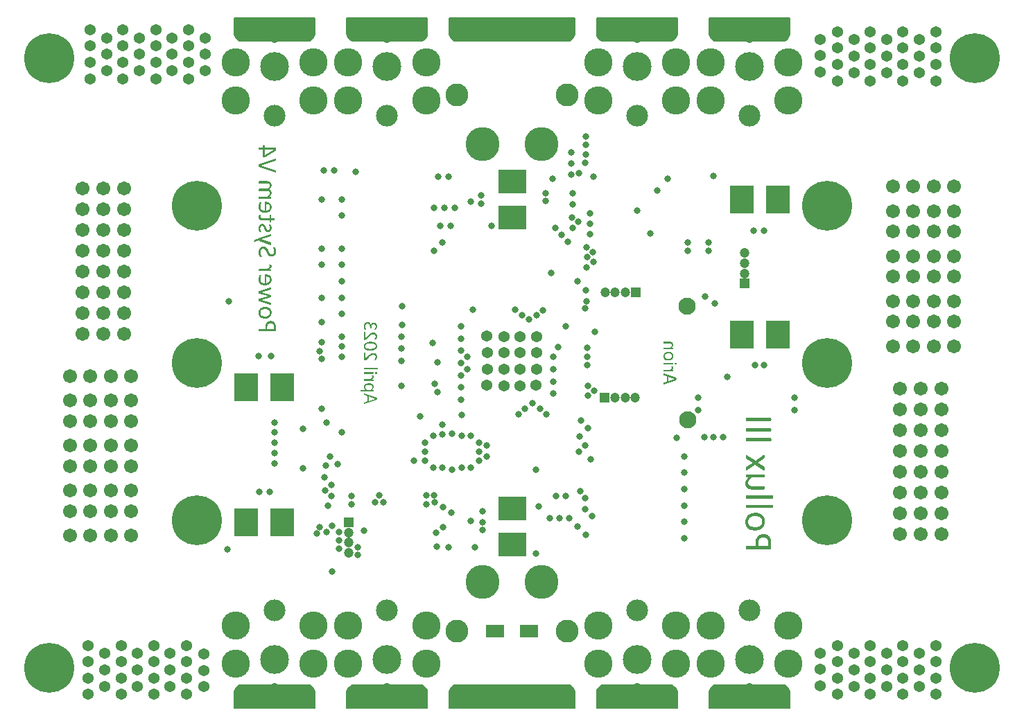
<source format=gbs>
G04*
G04 #@! TF.GenerationSoftware,Altium Limited,Altium Designer,21.3.1 (25)*
G04*
G04 Layer_Color=16711935*
%FSLAX25Y25*%
%MOIN*%
G70*
G04*
G04 #@! TF.SameCoordinates,B8EFB4BC-30DA-42F7-88CE-EC59C6869F36*
G04*
G04*
G04 #@! TF.FilePolarity,Negative*
G04*
G01*
G75*
%ADD93C,0.04724*%
%ADD94R,0.04724X0.04724*%
%ADD95R,0.04724X0.04724*%
%ADD96C,0.06713*%
%ADD97C,0.16339*%
%ADD98C,0.11024*%
%ADD99C,0.08268*%
%ADD100C,0.03543*%
%ADD101C,0.13622*%
%ADD102C,0.13858*%
%ADD103C,0.10433*%
%ADD104C,0.03150*%
%ADD105C,0.05394*%
%ADD106C,0.24016*%
%ADD127R,0.09055X0.06496*%
%ADD128R,0.11811X0.13386*%
%ADD129R,0.13386X0.11811*%
G36*
X143700Y11811D02*
X144076Y11772D01*
X144802Y11567D01*
X145483Y11242D01*
X146099Y10806D01*
X146633Y10273D01*
X147068Y9657D01*
X147393Y8975D01*
X147574Y8333D01*
X147637Y7875D01*
X147637Y7874D01*
X147637D01*
X147637Y7874D01*
X147638Y354D01*
X147284Y-0D01*
X108620D01*
X108267Y354D01*
X108267Y7874D01*
X108304Y8250D01*
X108505Y8979D01*
X108828Y9662D01*
X109264Y10280D01*
X109798Y10814D01*
X110416Y11250D01*
X111100Y11573D01*
X111828Y11774D01*
X112204Y11811D01*
X112204Y11811D01*
X143700Y11811D01*
D02*
G37*
G36*
X197834D02*
X198209Y11772D01*
X198936Y11567D01*
X199617Y11242D01*
X200233Y10806D01*
X200766Y10273D01*
X201202Y9657D01*
X201527Y8975D01*
X201708Y8333D01*
X201771Y7875D01*
X201771Y7874D01*
X201771D01*
X201771Y7874D01*
X201772Y354D01*
X201418Y-0D01*
X162754D01*
X162401Y354D01*
X162401Y7874D01*
X162438Y8250D01*
X162639Y8979D01*
X162962Y9662D01*
X163398Y10280D01*
X163932Y10814D01*
X164550Y11250D01*
X165233Y11573D01*
X165962Y11774D01*
X166338Y11811D01*
X166338Y11811D01*
X197834Y11811D01*
D02*
G37*
G36*
X268700Y11811D02*
Y11811D01*
X268701Y11811D01*
X269159Y11748D01*
X269802Y11567D01*
X270483Y11242D01*
X271099Y10806D01*
X271633Y10273D01*
X272068Y9657D01*
X272393Y8975D01*
X272598Y8249D01*
X272637Y7874D01*
X272638Y354D01*
X272284Y0D01*
X211968D01*
X211614Y354D01*
X211615Y7874D01*
X211615Y7874D01*
X211679Y8348D01*
X211853Y8979D01*
X212176Y9662D01*
X212611Y10280D01*
X213146Y10814D01*
X213764Y11250D01*
X214447Y11573D01*
X215176Y11774D01*
X215552Y11811D01*
X247048Y11811D01*
X247048Y11811D01*
X247048Y11811D01*
X247048D01*
X247048Y11811D01*
X247511Y11811D01*
X268700Y11811D01*
X268700Y11811D01*
D02*
G37*
G36*
X317913Y11811D02*
X318288Y11772D01*
X319014Y11567D01*
X319695Y11242D01*
X320312Y10806D01*
X320845Y10273D01*
X321281Y9657D01*
X321606Y8975D01*
X321787Y8333D01*
X321850Y7875D01*
X321850Y7874D01*
X321850D01*
X321850Y7874D01*
X321850Y354D01*
X321497Y-0D01*
X282833D01*
X282479Y354D01*
X282480Y7874D01*
X282517Y8250D01*
X282718Y8979D01*
X283041Y9662D01*
X283476Y10280D01*
X284011Y10814D01*
X284629Y11250D01*
X285312Y11573D01*
X286041Y11774D01*
X286417Y11811D01*
X286417Y11811D01*
X317913Y11811D01*
D02*
G37*
G36*
X372047Y11811D02*
X372422Y11772D01*
X373148Y11567D01*
X373829Y11242D01*
X374446Y10806D01*
X374979Y10273D01*
X375415Y9657D01*
X375739Y8975D01*
X375921Y8333D01*
X375984Y7875D01*
X375984Y7874D01*
X375984D01*
X375984Y7874D01*
X375984Y354D01*
X375631Y0D01*
X336967D01*
X336613Y354D01*
X336614Y7874D01*
X336651Y8250D01*
X336852Y8979D01*
X337175Y9662D01*
X337610Y10280D01*
X338145Y10814D01*
X338763Y11250D01*
X339446Y11573D01*
X340175Y11774D01*
X340551Y11811D01*
X340551Y11811D01*
X372047Y11811D01*
D02*
G37*
G36*
X147639Y332324D02*
X147638Y324803D01*
X147601Y324427D01*
X147400Y323698D01*
X147077Y323015D01*
X146642Y322397D01*
X146107Y321863D01*
X145489Y321427D01*
X144806Y321104D01*
X144077Y320903D01*
X143701Y320866D01*
X143701Y320866D01*
X112205D01*
X111830Y320906D01*
X111104Y321110D01*
X110423Y321435D01*
X109806Y321871D01*
X109273Y322404D01*
X108837Y323021D01*
X108512Y323702D01*
X108334Y324335D01*
X108268Y324802D01*
X108268Y324803D01*
X108268D01*
X108268Y324803D01*
X108268Y332324D01*
X108621Y332677D01*
X147285D01*
X147639Y332324D01*
D02*
G37*
G36*
X201773D02*
X201772Y324803D01*
X201735Y324427D01*
X201534Y323698D01*
X201211Y323015D01*
X200776Y322397D01*
X200241Y321863D01*
X199623Y321427D01*
X198940Y321104D01*
X198211Y320903D01*
X197835Y320866D01*
X197835Y320866D01*
X166339D01*
X165964Y320906D01*
X165238Y321110D01*
X164557Y321435D01*
X163940Y321871D01*
X163407Y322404D01*
X162971Y323021D01*
X162646Y323702D01*
X162468Y324335D01*
X162402Y324802D01*
X162402Y324803D01*
X162402D01*
X162402Y324803D01*
X162402Y332324D01*
X162755Y332677D01*
X201419D01*
X201773Y332324D01*
D02*
G37*
G36*
X272638Y332324D02*
X272637Y324803D01*
X272637D01*
X272600Y324427D01*
X272399Y323698D01*
X272076Y323015D01*
X271641Y322397D01*
X271106Y321863D01*
X270488Y321427D01*
X269805Y321104D01*
X269076Y320903D01*
X268700Y320866D01*
X237204Y320866D01*
Y320866D01*
X237204Y320866D01*
X236704Y320866D01*
X215552Y320866D01*
Y320866D01*
X215176Y320906D01*
X214450Y321110D01*
X213769Y321435D01*
X213153Y321871D01*
X212619Y322404D01*
X212184Y323021D01*
X211859Y323702D01*
X211654Y324428D01*
X211615Y324803D01*
X211614Y332324D01*
X211968Y332677D01*
X272284D01*
X272638Y332324D01*
D02*
G37*
G36*
X321851Y332324D02*
X321851Y324803D01*
X321814Y324427D01*
X321613Y323698D01*
X321290Y323015D01*
X320854Y322397D01*
X320320Y321863D01*
X319702Y321427D01*
X319019Y321104D01*
X318290Y320903D01*
X317914Y320866D01*
X317914Y320866D01*
X286418D01*
X286043Y320906D01*
X285316Y321110D01*
X284635Y321435D01*
X284019Y321871D01*
X283486Y322404D01*
X283050Y323021D01*
X282725Y323702D01*
X282546Y324335D01*
X282481Y324802D01*
X282481Y324803D01*
X282481D01*
X282481Y324803D01*
X282480Y332324D01*
X282834Y332677D01*
X321498D01*
X321851Y332324D01*
D02*
G37*
G36*
X375985D02*
X375985Y324803D01*
X375948Y324427D01*
X375746Y323698D01*
X375424Y323015D01*
X374988Y322397D01*
X374454Y321863D01*
X373836Y321427D01*
X373152Y321104D01*
X372424Y320903D01*
X372048Y320866D01*
X372048Y320866D01*
X340552D01*
X340176Y320906D01*
X339450Y321110D01*
X338769Y321435D01*
X338153Y321871D01*
X337619Y322404D01*
X337184Y323021D01*
X336859Y323702D01*
X336680Y324335D01*
X336615Y324802D01*
X336615Y324803D01*
X336615D01*
X336615Y324803D01*
X336614Y332324D01*
X336968Y332677D01*
X375632D01*
X375985Y332324D01*
D02*
G37*
G36*
X122865Y271184D02*
X122917Y271175D01*
X122961Y271157D01*
X123005Y271149D01*
X123031Y271131D01*
X123040Y271122D01*
X123048D01*
X123083Y271096D01*
X123118Y271070D01*
X123144Y271018D01*
X123162Y270974D01*
Y270039D01*
X128354D01*
X128397Y270030D01*
X128423Y270012D01*
X128441Y269995D01*
X128450Y269986D01*
X128476Y269942D01*
X128502Y269890D01*
X128511Y269855D01*
X128520Y269846D01*
Y269838D01*
X128537Y269759D01*
X128554Y269672D01*
Y269637D01*
X128563Y269610D01*
Y269584D01*
X128572Y269462D01*
X128581Y269339D01*
Y269077D01*
X128572Y269016D01*
Y268929D01*
X128563Y268902D01*
Y268876D01*
X128554Y268780D01*
X128546Y268710D01*
X128537Y268658D01*
X128528Y268649D01*
Y268640D01*
X128511Y268579D01*
X128493Y268527D01*
X128476Y268492D01*
X128467Y268483D01*
X128441Y268439D01*
X128415Y268413D01*
X128389Y268395D01*
X128380Y268387D01*
X123433Y265485D01*
X123372Y265459D01*
X123328Y265433D01*
X123293Y265415D01*
X123276Y265406D01*
X123223Y265389D01*
X123179Y265371D01*
X123144Y265363D01*
X123127D01*
X123066Y265354D01*
X123013Y265345D01*
X122970Y265336D01*
X122961D01*
X122952D01*
X122882D01*
X122812D01*
X122760D01*
X122751D01*
X122742D01*
X122638D01*
X122568Y265345D01*
X122515D01*
X122506D01*
X122498D01*
X122436Y265363D01*
X122384Y265380D01*
X122358Y265389D01*
X122349Y265398D01*
X122323Y265433D01*
X122305Y265459D01*
X122288Y265485D01*
Y265494D01*
X122279Y265538D01*
X122271Y265573D01*
Y268955D01*
X120557D01*
X120522D01*
X120496Y268964D01*
X120479Y268972D01*
X120470D01*
X120444Y268999D01*
X120426Y269025D01*
X120418Y269051D01*
X120409Y269060D01*
X120400Y269112D01*
X120391Y269165D01*
X120383Y269208D01*
Y269226D01*
X120374Y269313D01*
X120365Y269392D01*
Y269593D01*
X120374Y269680D01*
Y269707D01*
X120383Y269733D01*
Y269750D01*
X120391Y269820D01*
X120400Y269873D01*
X120409Y269907D01*
Y269916D01*
X120426Y269960D01*
X120453Y269995D01*
X120461Y270004D01*
X120470Y270012D01*
X120496Y270030D01*
X120531Y270039D01*
X120549D01*
X120557D01*
X122271D01*
Y270956D01*
X122279Y271000D01*
X122288Y271035D01*
X122332Y271087D01*
X122367Y271122D01*
X122375Y271131D01*
X122384D01*
X122489Y271166D01*
X122594Y271184D01*
X122646Y271192D01*
X122681D01*
X122707D01*
X122716D01*
X122795D01*
X122865Y271184D01*
D02*
G37*
G36*
X128467Y264786D02*
X128493Y264777D01*
X128502Y264768D01*
X128528Y264733D01*
X128546Y264681D01*
X128563Y264637D01*
Y264620D01*
X128572Y264524D01*
X128581Y264419D01*
Y264183D01*
X128572Y264087D01*
Y264052D01*
X128563Y264025D01*
Y264008D01*
X128554Y263929D01*
X128546Y263877D01*
X128537Y263833D01*
X128528Y263825D01*
X128511Y263790D01*
X128493Y263755D01*
X128476Y263746D01*
X128467Y263737D01*
X128432Y263728D01*
X128397Y263711D01*
X128362Y263702D01*
X128354D01*
X121510Y261430D01*
Y261421D01*
X128362Y259079D01*
X128406Y259061D01*
X128441Y259044D01*
X128458Y259035D01*
X128467Y259026D01*
X128493Y259000D01*
X128511Y258974D01*
X128528Y258948D01*
Y258939D01*
X128546Y258895D01*
X128554Y258843D01*
X128563Y258799D01*
Y258782D01*
X128572Y258694D01*
X128581Y258607D01*
Y258362D01*
X128572Y258301D01*
Y258213D01*
X128563Y258187D01*
Y258161D01*
X128554Y258082D01*
X128537Y258021D01*
X128520Y257986D01*
X128511Y257977D01*
X128476Y257951D01*
X128432Y257934D01*
X128397Y257925D01*
X128380D01*
X128310Y257934D01*
X128231Y257951D01*
X128179Y257969D01*
X128161Y257977D01*
X128153D01*
X120592Y260643D01*
X120557Y260661D01*
X120531Y260669D01*
X120514Y260678D01*
X120505D01*
X120461Y260722D01*
X120453Y260731D01*
X120444Y260739D01*
X120418Y260800D01*
X120409Y260827D01*
Y260835D01*
X120400Y260879D01*
Y260914D01*
X120391Y260949D01*
Y260958D01*
X120383Y261019D01*
X120374Y261080D01*
Y261141D01*
X120365Y261220D01*
Y261508D01*
X120374Y261604D01*
Y261639D01*
X120383Y261674D01*
Y261692D01*
X120391Y261779D01*
X120400Y261841D01*
X120409Y261876D01*
Y261893D01*
X120426Y261945D01*
X120444Y261980D01*
X120461Y262007D01*
X120470Y262015D01*
X120514Y262041D01*
X120549Y262068D01*
X120575Y262076D01*
X120584Y262085D01*
X128153Y264742D01*
X128240Y264777D01*
X128310Y264795D01*
X128354Y264803D01*
X128371D01*
X128432D01*
X128467Y264786D01*
D02*
G37*
G36*
X124482Y253852D02*
X124630Y253835D01*
X124770Y253817D01*
X124884Y253800D01*
X124971Y253782D01*
X124997Y253773D01*
X125024D01*
X125032Y253765D01*
X125041D01*
X125198Y253721D01*
X125347Y253677D01*
X125478Y253616D01*
X125583Y253564D01*
X125679Y253520D01*
X125740Y253476D01*
X125784Y253450D01*
X125801Y253441D01*
X125915Y253354D01*
X126020Y253249D01*
X126107Y253153D01*
X126177Y253057D01*
X126238Y252969D01*
X126282Y252900D01*
X126308Y252856D01*
X126317Y252847D01*
Y252838D01*
X126378Y252690D01*
X126431Y252541D01*
X126466Y252384D01*
X126483Y252244D01*
X126501Y252113D01*
X126509Y252017D01*
Y251921D01*
X126501Y251754D01*
X126492Y251676D01*
X126483Y251606D01*
X126466Y251554D01*
X126457Y251510D01*
X126448Y251475D01*
Y251466D01*
X126396Y251300D01*
X126361Y251230D01*
X126326Y251160D01*
X126300Y251099D01*
X126273Y251055D01*
X126265Y251020D01*
X126256Y251012D01*
X126142Y250837D01*
X126090Y250749D01*
X126029Y250679D01*
X125985Y250618D01*
X125941Y250566D01*
X125915Y250531D01*
X125906Y250522D01*
X125828Y250426D01*
X125740Y250330D01*
X125653Y250242D01*
X125566Y250155D01*
X125496Y250085D01*
X125434Y250033D01*
X125399Y249998D01*
X125382Y249980D01*
X125557Y249902D01*
X125635Y249858D01*
X125705Y249814D01*
X125758Y249779D01*
X125801Y249753D01*
X125828Y249736D01*
X125836Y249727D01*
X125985Y249605D01*
X126046Y249543D01*
X126099Y249491D01*
X126134Y249438D01*
X126169Y249395D01*
X126186Y249369D01*
X126195Y249360D01*
X126291Y249194D01*
X126335Y249115D01*
X126361Y249036D01*
X126387Y248967D01*
X126405Y248914D01*
X126422Y248879D01*
Y248870D01*
X126474Y248652D01*
X126492Y248547D01*
X126501Y248451D01*
X126509Y248363D01*
Y248241D01*
X126501Y248075D01*
X126474Y247909D01*
X126431Y247752D01*
X126387Y247621D01*
X126335Y247498D01*
X126300Y247411D01*
X126282Y247376D01*
X126265Y247350D01*
X126256Y247341D01*
Y247332D01*
X126151Y247166D01*
X126029Y247000D01*
X125898Y246843D01*
X125775Y246703D01*
X125653Y246581D01*
X125557Y246484D01*
X125522Y246449D01*
X125496Y246423D01*
X125478Y246414D01*
X125469Y246406D01*
X126221D01*
X126256D01*
X126282Y246397D01*
X126300Y246388D01*
X126308Y246379D01*
X126335Y246362D01*
X126352Y246336D01*
X126370Y246318D01*
Y246309D01*
X126387Y246266D01*
X126396Y246213D01*
X126405Y246178D01*
Y246161D01*
X126413Y246091D01*
X126422Y246021D01*
Y245846D01*
X126413Y245768D01*
X126405Y245724D01*
Y245707D01*
X126396Y245645D01*
X126387Y245602D01*
X126378Y245567D01*
X126370Y245558D01*
X126352Y245523D01*
X126326Y245505D01*
X126317Y245488D01*
X126308D01*
X126256Y245470D01*
X126230D01*
X126221D01*
X120557D01*
X120522D01*
X120496Y245479D01*
X120479Y245488D01*
X120470D01*
X120444Y245514D01*
X120426Y245540D01*
X120418Y245558D01*
X120409Y245567D01*
X120400Y245619D01*
X120391Y245672D01*
X120383Y245707D01*
Y245724D01*
X120374Y245811D01*
X120365Y245899D01*
Y246091D01*
X120374Y246170D01*
X120383Y246222D01*
Y246240D01*
X120391Y246309D01*
X120400Y246362D01*
X120409Y246388D01*
Y246397D01*
X120426Y246441D01*
X120453Y246467D01*
X120461Y246476D01*
X120470Y246484D01*
X120496Y246502D01*
X120531Y246511D01*
X120549D01*
X120557D01*
X124517D01*
X124709Y246668D01*
X124866Y246808D01*
X125006Y246948D01*
X125120Y247061D01*
X125216Y247157D01*
X125277Y247236D01*
X125321Y247280D01*
X125329Y247297D01*
X125426Y247437D01*
X125496Y247568D01*
X125539Y247690D01*
X125574Y247795D01*
X125592Y247891D01*
X125609Y247961D01*
Y248023D01*
X125600Y248127D01*
X125592Y248224D01*
X125574Y248311D01*
X125557Y248381D01*
X125531Y248442D01*
X125513Y248486D01*
X125504Y248512D01*
X125496Y248521D01*
X125452Y248599D01*
X125399Y248661D01*
X125338Y248722D01*
X125286Y248774D01*
X125242Y248818D01*
X125198Y248844D01*
X125172Y248862D01*
X125163Y248870D01*
X124997Y248967D01*
X124910Y249001D01*
X124831Y249028D01*
X124761Y249054D01*
X124709Y249071D01*
X124674Y249080D01*
X124656D01*
X124429Y249124D01*
X124316Y249132D01*
X124220Y249141D01*
X124132Y249150D01*
X124062D01*
X124019D01*
X124001D01*
X120557D01*
X120522D01*
X120496Y249159D01*
X120479Y249167D01*
X120470D01*
X120444Y249194D01*
X120426Y249220D01*
X120418Y249237D01*
X120409Y249246D01*
X120400Y249299D01*
X120391Y249351D01*
X120383Y249395D01*
Y249412D01*
X120374Y249500D01*
X120365Y249578D01*
Y249771D01*
X120374Y249840D01*
X120383Y249893D01*
Y249910D01*
X120391Y249980D01*
X120400Y250033D01*
X120409Y250068D01*
Y250077D01*
X120426Y250120D01*
X120453Y250146D01*
X120461Y250155D01*
X120470Y250164D01*
X120496Y250181D01*
X120531Y250190D01*
X120549D01*
X120557D01*
X124517D01*
X124709Y250347D01*
X124866Y250496D01*
X125006Y250627D01*
X125120Y250741D01*
X125216Y250837D01*
X125277Y250916D01*
X125321Y250959D01*
X125329Y250977D01*
X125426Y251116D01*
X125496Y251248D01*
X125539Y251370D01*
X125574Y251475D01*
X125592Y251571D01*
X125609Y251641D01*
Y251702D01*
X125600Y251807D01*
X125592Y251903D01*
X125574Y251991D01*
X125557Y252060D01*
X125531Y252122D01*
X125513Y252165D01*
X125504Y252191D01*
X125496Y252200D01*
X125452Y252279D01*
X125399Y252349D01*
X125338Y252410D01*
X125286Y252454D01*
X125242Y252497D01*
X125198Y252524D01*
X125172Y252541D01*
X125163Y252550D01*
X124997Y252637D01*
X124910Y252672D01*
X124831Y252707D01*
X124761Y252725D01*
X124709Y252742D01*
X124674Y252751D01*
X124656D01*
X124429Y252795D01*
X124316Y252803D01*
X124220Y252812D01*
X124132Y252821D01*
X124062D01*
X124019D01*
X124001D01*
X120557D01*
X120522D01*
X120496Y252830D01*
X120479Y252838D01*
X120470D01*
X120444Y252865D01*
X120426Y252891D01*
X120418Y252917D01*
X120409Y252926D01*
X120400Y252978D01*
X120391Y253031D01*
X120383Y253065D01*
Y253083D01*
X120374Y253170D01*
X120365Y253258D01*
Y253450D01*
X120374Y253529D01*
X120383Y253581D01*
Y253599D01*
X120391Y253669D01*
X120400Y253721D01*
X120409Y253747D01*
Y253756D01*
X120426Y253800D01*
X120453Y253826D01*
X120461Y253835D01*
X120470Y253843D01*
X120496Y253861D01*
X120531Y253870D01*
X120549D01*
X120557D01*
X124141D01*
X124316D01*
X124482Y253852D01*
D02*
G37*
G36*
X124027Y243880D02*
X124220Y243862D01*
X124394Y243845D01*
X124552Y243819D01*
X124674Y243784D01*
X124726Y243775D01*
X124770Y243766D01*
X124814Y243757D01*
X124840Y243749D01*
X124849Y243740D01*
X124857D01*
X125032Y243679D01*
X125198Y243609D01*
X125338Y243539D01*
X125469Y243469D01*
X125566Y243399D01*
X125644Y243347D01*
X125688Y243312D01*
X125705Y243294D01*
X125836Y243172D01*
X125950Y243050D01*
X126055Y242918D01*
X126134Y242796D01*
X126204Y242691D01*
X126247Y242604D01*
X126265Y242569D01*
X126282Y242543D01*
X126291Y242534D01*
Y242525D01*
X126361Y242342D01*
X126413Y242149D01*
X126457Y241966D01*
X126483Y241782D01*
X126501Y241625D01*
Y241564D01*
X126509Y241502D01*
Y241389D01*
X126501Y241162D01*
X126474Y240952D01*
X126439Y240760D01*
X126405Y240594D01*
X126361Y240454D01*
X126343Y240401D01*
X126326Y240349D01*
X126308Y240314D01*
X126300Y240288D01*
X126291Y240270D01*
Y240261D01*
X126204Y240078D01*
X126099Y239921D01*
X125994Y239772D01*
X125898Y239650D01*
X125801Y239545D01*
X125732Y239466D01*
X125679Y239422D01*
X125670Y239414D01*
X125662Y239405D01*
X125504Y239283D01*
X125338Y239169D01*
X125172Y239082D01*
X125015Y239003D01*
X124884Y238942D01*
X124823Y238915D01*
X124770Y238898D01*
X124735Y238880D01*
X124700Y238872D01*
X124683Y238863D01*
X124674D01*
X124447Y238802D01*
X124220Y238758D01*
X124001Y238723D01*
X123800Y238706D01*
X123704Y238697D01*
X123625Y238688D01*
X123547D01*
X123485Y238680D01*
X123433D01*
X123398D01*
X123372D01*
X123363D01*
X123083Y238688D01*
X122830Y238706D01*
X122594Y238732D01*
X122489Y238749D01*
X122402Y238767D01*
X122314Y238784D01*
X122236Y238802D01*
X122166Y238811D01*
X122113Y238828D01*
X122070Y238837D01*
X122035Y238846D01*
X122017Y238854D01*
X122008D01*
X121799Y238933D01*
X121615Y239020D01*
X121449Y239108D01*
X121309Y239195D01*
X121195Y239274D01*
X121117Y239335D01*
X121064Y239379D01*
X121056Y239396D01*
X121047D01*
X120916Y239536D01*
X120793Y239685D01*
X120697Y239833D01*
X120619Y239973D01*
X120549Y240095D01*
X120505Y240192D01*
X120487Y240227D01*
X120479Y240253D01*
X120470Y240270D01*
Y240279D01*
X120409Y240489D01*
X120356Y240698D01*
X120322Y240899D01*
X120304Y241092D01*
X120295Y241179D01*
X120287Y241266D01*
Y241336D01*
X120278Y241398D01*
Y241660D01*
X120287Y241800D01*
X120295Y241922D01*
X120313Y242036D01*
X120322Y242132D01*
X120330Y242202D01*
X120339Y242245D01*
Y242263D01*
X120365Y242394D01*
X120383Y242516D01*
X120409Y242621D01*
X120426Y242709D01*
X120444Y242787D01*
X120461Y242848D01*
X120470Y242883D01*
Y242892D01*
X120496Y242988D01*
X120522Y243076D01*
X120549Y243146D01*
X120575Y243216D01*
X120592Y243259D01*
X120610Y243303D01*
X120619Y243320D01*
Y243329D01*
X120645Y243390D01*
X120671Y243434D01*
X120697Y243469D01*
X120706Y243504D01*
X120723Y243530D01*
X120732Y243539D01*
X120785Y243583D01*
X120793Y243591D01*
X120802D01*
X120863Y243618D01*
X120881Y243626D01*
X120890D01*
X120933Y243635D01*
X120968D01*
X120994Y243644D01*
X121003D01*
X121047Y243653D01*
X121099D01*
X121134D01*
X121143D01*
X121222D01*
X121283Y243644D01*
X121318Y243635D01*
X121335D01*
X121388Y243626D01*
X121423Y243618D01*
X121449Y243609D01*
X121458D01*
X121510Y243574D01*
X121519Y243565D01*
X121528Y243556D01*
X121545Y243530D01*
X121554Y243504D01*
Y243478D01*
X121545Y243408D01*
X121519Y243338D01*
X121510Y243303D01*
X121493Y243277D01*
X121484Y243259D01*
Y243250D01*
X121431Y243128D01*
X121388Y243006D01*
X121361Y242945D01*
X121353Y242910D01*
X121335Y242875D01*
Y242866D01*
X121283Y242682D01*
X121257Y242595D01*
X121230Y242508D01*
X121213Y242438D01*
X121195Y242376D01*
X121187Y242342D01*
Y242324D01*
X121152Y242079D01*
X121143Y241957D01*
X121134Y241852D01*
X121125Y241747D01*
Y241607D01*
X121134Y241424D01*
X121152Y241258D01*
X121169Y241101D01*
X121195Y240978D01*
X121222Y240873D01*
X121248Y240795D01*
X121257Y240751D01*
X121265Y240733D01*
X121327Y240611D01*
X121397Y240497D01*
X121458Y240401D01*
X121528Y240314D01*
X121589Y240244D01*
X121633Y240200D01*
X121667Y240165D01*
X121676Y240157D01*
X121781Y240078D01*
X121895Y240017D01*
X122000Y239964D01*
X122104Y239921D01*
X122192Y239886D01*
X122262Y239859D01*
X122305Y239851D01*
X122323Y239842D01*
X122620Y239790D01*
X122760Y239772D01*
X122900Y239763D01*
X123013D01*
X123101Y239755D01*
X123136D01*
X123162D01*
X123171D01*
X123179D01*
Y243478D01*
X123188Y243539D01*
X123197Y243591D01*
X123232Y243679D01*
X123249Y243714D01*
X123258Y243740D01*
X123276Y243749D01*
Y243757D01*
X123319Y243801D01*
X123372Y243836D01*
X123433Y243854D01*
X123494Y243871D01*
X123547Y243880D01*
X123582Y243888D01*
X123616D01*
X123625D01*
X123818D01*
X124027Y243880D01*
D02*
G37*
G36*
X126090Y237674D02*
X126125Y237666D01*
X126142D01*
X126204Y237657D01*
X126247Y237639D01*
X126273Y237631D01*
X126282Y237622D01*
X126317Y237604D01*
X126343Y237578D01*
X126352Y237569D01*
X126361Y237561D01*
X126378Y237535D01*
X126387Y237508D01*
Y236022D01*
X127724D01*
X127759D01*
X127785Y236014D01*
X127803Y236005D01*
X127812Y235996D01*
X127838Y235970D01*
X127855Y235944D01*
X127873Y235918D01*
Y235909D01*
X127899Y235865D01*
X127908Y235813D01*
X127917Y235769D01*
Y235752D01*
X127925Y235673D01*
X127934Y235585D01*
Y235393D01*
X127925Y235306D01*
X127917Y235253D01*
Y235236D01*
X127908Y235175D01*
X127890Y235122D01*
X127882Y235087D01*
X127873Y235079D01*
X127855Y235044D01*
X127829Y235017D01*
X127820Y235009D01*
X127812Y235000D01*
X127759Y234982D01*
X127733D01*
X127724D01*
X126387D01*
Y234152D01*
X126378Y234117D01*
X126370Y234100D01*
X126361Y234091D01*
X126335Y234065D01*
X126308Y234047D01*
X126291Y234039D01*
X126282Y234030D01*
X126238Y234012D01*
X126195Y233995D01*
X126160Y233986D01*
X126142D01*
X126081Y233977D01*
X126020D01*
X125968D01*
X125959D01*
X125950D01*
X125871D01*
X125801Y233986D01*
X125749Y233995D01*
X125697Y234004D01*
X125662Y234012D01*
X125635Y234021D01*
X125627Y234030D01*
X125618D01*
X125583Y234056D01*
X125566Y234082D01*
X125531Y234126D01*
X125522Y234161D01*
Y234982D01*
X122209D01*
X122035D01*
X121868Y235000D01*
X121720Y235009D01*
X121598Y235026D01*
X121493Y235044D01*
X121414Y235052D01*
X121370Y235070D01*
X121353D01*
X121222Y235105D01*
X121108Y235149D01*
X121003Y235201D01*
X120924Y235245D01*
X120855Y235288D01*
X120802Y235323D01*
X120767Y235350D01*
X120758Y235358D01*
X120680Y235437D01*
X120601Y235524D01*
X120549Y235612D01*
X120496Y235690D01*
X120461Y235760D01*
X120426Y235822D01*
X120418Y235857D01*
X120409Y235874D01*
X120374Y235996D01*
X120348Y236127D01*
X120322Y236259D01*
X120313Y236372D01*
X120304Y236477D01*
X120295Y236564D01*
Y236634D01*
X120304Y236739D01*
X120313Y236835D01*
Y236870D01*
X120322Y236896D01*
Y236923D01*
X120339Y237028D01*
X120348Y237115D01*
X120356Y237150D01*
X120365Y237176D01*
Y237194D01*
X120383Y237281D01*
X120409Y237360D01*
X120418Y237403D01*
X120426Y237421D01*
X120461Y237491D01*
X120487Y237543D01*
X120514Y237569D01*
X120522Y237578D01*
X120566Y237613D01*
X120619Y237639D01*
X120662Y237648D01*
X120680Y237657D01*
X120776Y237674D01*
X120872Y237683D01*
X120916D01*
X120951D01*
X120968D01*
X120977D01*
X121056D01*
X121108Y237674D01*
X121152Y237666D01*
X121160D01*
X121213Y237657D01*
X121248Y237648D01*
X121274Y237639D01*
X121283D01*
X121309Y237622D01*
X121327Y237613D01*
X121344Y237604D01*
Y237596D01*
X121361Y237552D01*
Y237535D01*
X121353Y237491D01*
X121344Y237456D01*
X121335Y237430D01*
X121327Y237421D01*
X121309Y237368D01*
X121283Y237325D01*
X121274Y237290D01*
X121265Y237272D01*
X121248Y237202D01*
X121230Y237141D01*
X121222Y237089D01*
X121213Y237080D01*
Y237071D01*
X121195Y236984D01*
X121187Y236896D01*
Y236809D01*
X121195Y236652D01*
X121230Y236521D01*
X121283Y236416D01*
X121335Y236328D01*
X121388Y236267D01*
X121440Y236224D01*
X121475Y236197D01*
X121484Y236189D01*
X121606Y236136D01*
X121746Y236092D01*
X121895Y236066D01*
X122035Y236040D01*
X122166Y236031D01*
X122271Y236022D01*
X122314D01*
X122340D01*
X122358D01*
X122367D01*
X125522D01*
Y237473D01*
X125531Y237508D01*
X125539Y237535D01*
X125574Y237587D01*
X125600Y237613D01*
X125618Y237622D01*
X125662Y237639D01*
X125714Y237657D01*
X125828Y237674D01*
X125871Y237683D01*
X125915D01*
X125941D01*
X125950D01*
X126029D01*
X126090Y237674D01*
D02*
G37*
G36*
X122227Y233243D02*
X122349Y233235D01*
X122454Y233208D01*
X122550Y233191D01*
X122620Y233165D01*
X122681Y233138D01*
X122716Y233130D01*
X122725Y233121D01*
X122821Y233068D01*
X122908Y233016D01*
X122978Y232963D01*
X123048Y232911D01*
X123101Y232867D01*
X123136Y232832D01*
X123162Y232806D01*
X123171Y232798D01*
X123302Y232640D01*
X123354Y232561D01*
X123407Y232492D01*
X123442Y232430D01*
X123468Y232378D01*
X123485Y232343D01*
X123494Y232334D01*
X123590Y232142D01*
X123634Y232055D01*
X123669Y231976D01*
X123695Y231906D01*
X123721Y231854D01*
X123730Y231819D01*
X123739Y231810D01*
X123818Y231609D01*
X123852Y231521D01*
X123879Y231443D01*
X123905Y231373D01*
X123922Y231320D01*
X123940Y231286D01*
Y231277D01*
X124019Y231102D01*
X124062Y231023D01*
X124097Y230953D01*
X124123Y230901D01*
X124150Y230857D01*
X124158Y230831D01*
X124167Y230822D01*
X124272Y230691D01*
X124316Y230630D01*
X124368Y230586D01*
X124403Y230551D01*
X124438Y230525D01*
X124455Y230508D01*
X124464Y230499D01*
X124534Y230455D01*
X124604Y230429D01*
X124735Y230394D01*
X124796Y230385D01*
X124840Y230377D01*
X124875D01*
X124884D01*
X125006Y230385D01*
X125111Y230412D01*
X125155Y230420D01*
X125181Y230429D01*
X125198Y230438D01*
X125207D01*
X125312Y230499D01*
X125391Y230560D01*
X125426Y230586D01*
X125452Y230612D01*
X125461Y230621D01*
X125469Y230630D01*
X125548Y230735D01*
X125600Y230849D01*
X125618Y230892D01*
X125635Y230927D01*
X125644Y230953D01*
Y230962D01*
X125679Y231119D01*
X125688Y231198D01*
X125697Y231277D01*
X125705Y231338D01*
Y231539D01*
X125697Y231635D01*
X125688Y231722D01*
X125670Y231801D01*
X125662Y231862D01*
X125644Y231906D01*
X125635Y231941D01*
Y231950D01*
X125609Y232037D01*
X125583Y232116D01*
X125557Y232177D01*
X125531Y232238D01*
X125513Y232291D01*
X125496Y232326D01*
X125478Y232343D01*
Y232352D01*
X125426Y232465D01*
X125373Y232561D01*
X125356Y232588D01*
X125338Y232614D01*
X125329Y232623D01*
Y232631D01*
X125294Y232701D01*
X125277Y232754D01*
X125268Y232789D01*
Y232798D01*
X125277Y232841D01*
X125286Y232859D01*
X125329Y232902D01*
X125347Y232911D01*
X125356D01*
X125399Y232929D01*
X125443Y232937D01*
X125478Y232946D01*
X125487D01*
X125548Y232955D01*
X125609Y232963D01*
X125662D01*
X125670D01*
X125679D01*
X125749D01*
X125801Y232955D01*
X125836Y232946D01*
X125845D01*
X125889Y232937D01*
X125933D01*
X125950Y232929D01*
X125959D01*
X125994Y232920D01*
X126020Y232911D01*
X126037Y232902D01*
X126046Y232894D01*
X126081Y232876D01*
X126107Y232841D01*
X126125Y232815D01*
X126134Y232806D01*
X126177Y232754D01*
X126212Y232684D01*
X126238Y232631D01*
X126247Y232623D01*
Y232614D01*
X126300Y232509D01*
X126335Y232404D01*
X126352Y232361D01*
X126361Y232334D01*
X126370Y232308D01*
Y232299D01*
X126413Y232159D01*
X126439Y232037D01*
X126448Y231976D01*
X126457Y231932D01*
X126466Y231906D01*
Y231897D01*
X126492Y231731D01*
X126501Y231652D01*
Y231583D01*
X126509Y231530D01*
Y231443D01*
X126501Y231259D01*
X126492Y231084D01*
X126466Y230927D01*
X126439Y230796D01*
X126413Y230682D01*
X126396Y230604D01*
X126378Y230551D01*
X126370Y230543D01*
Y230534D01*
X126317Y230394D01*
X126256Y230272D01*
X126186Y230158D01*
X126134Y230071D01*
X126072Y229992D01*
X126037Y229931D01*
X126003Y229896D01*
X125994Y229887D01*
X125906Y229800D01*
X125819Y229721D01*
X125723Y229651D01*
X125644Y229599D01*
X125566Y229555D01*
X125513Y229529D01*
X125478Y229511D01*
X125461Y229503D01*
X125347Y229459D01*
X125233Y229433D01*
X125128Y229406D01*
X125024Y229398D01*
X124945Y229389D01*
X124884Y229380D01*
X124840D01*
X124823D01*
X124691Y229389D01*
X124560Y229398D01*
X124455Y229415D01*
X124359Y229441D01*
X124281Y229468D01*
X124228Y229485D01*
X124185Y229494D01*
X124176Y229503D01*
X124080Y229555D01*
X123992Y229607D01*
X123905Y229660D01*
X123835Y229712D01*
X123783Y229756D01*
X123739Y229791D01*
X123713Y229817D01*
X123704Y229826D01*
X123573Y229983D01*
X123512Y230062D01*
X123468Y230132D01*
X123424Y230193D01*
X123398Y230237D01*
X123380Y230272D01*
X123372Y230280D01*
X123276Y230473D01*
X123241Y230560D01*
X123206Y230639D01*
X123179Y230709D01*
X123153Y230761D01*
X123144Y230796D01*
X123136Y230805D01*
X123057Y230997D01*
X123022Y231084D01*
X122996Y231163D01*
X122961Y231233D01*
X122943Y231277D01*
X122935Y231312D01*
X122926Y231320D01*
X122847Y231495D01*
X122812Y231574D01*
X122777Y231644D01*
X122742Y231696D01*
X122725Y231740D01*
X122707Y231766D01*
X122699Y231775D01*
X122603Y231915D01*
X122550Y231967D01*
X122506Y232011D01*
X122471Y232046D01*
X122436Y232072D01*
X122419Y232089D01*
X122410Y232098D01*
X122349Y232142D01*
X122279Y232177D01*
X122218Y232194D01*
X122148Y232212D01*
X122096Y232221D01*
X122052Y232229D01*
X122017D01*
X122008D01*
X121851Y232212D01*
X121781Y232203D01*
X121720Y232186D01*
X121676Y232168D01*
X121641Y232159D01*
X121615Y232142D01*
X121606D01*
X121493Y232063D01*
X121405Y231985D01*
X121370Y231950D01*
X121344Y231924D01*
X121335Y231906D01*
X121327Y231897D01*
X121257Y231775D01*
X121204Y231652D01*
X121187Y231600D01*
X121169Y231556D01*
X121160Y231530D01*
Y231521D01*
X121134Y231355D01*
X121117Y231277D01*
Y231207D01*
X121108Y231146D01*
Y230918D01*
X121117Y230796D01*
X121134Y230691D01*
X121152Y230604D01*
X121160Y230525D01*
X121178Y230473D01*
X121187Y230429D01*
Y230420D01*
X121222Y230324D01*
X121257Y230237D01*
X121283Y230149D01*
X121309Y230079D01*
X121335Y230027D01*
X121353Y229983D01*
X121370Y229957D01*
Y229948D01*
X121449Y229817D01*
X121475Y229756D01*
X121510Y229712D01*
X121528Y229669D01*
X121545Y229642D01*
X121563Y229625D01*
Y229616D01*
X121615Y229529D01*
X121641Y229468D01*
X121650Y229433D01*
Y229389D01*
X121641Y229363D01*
X121633Y229345D01*
X121624Y229336D01*
X121598Y229310D01*
X121571Y229293D01*
X121554Y229284D01*
X121545Y229275D01*
X121510Y229267D01*
X121466Y229258D01*
X121431Y229249D01*
X121414D01*
X121353Y229240D01*
X121292D01*
X121239D01*
X121230D01*
X121222D01*
X121152D01*
X121091Y229249D01*
X121038D01*
X120986Y229258D01*
X120951D01*
X120924Y229267D01*
X120916D01*
X120907D01*
X120837Y229302D01*
X120785Y229336D01*
X120741Y229363D01*
X120732Y229371D01*
X120688Y229433D01*
X120636Y229511D01*
X120610Y229564D01*
X120592Y229581D01*
Y229590D01*
X120540Y229712D01*
X120487Y229826D01*
X120470Y229878D01*
X120453Y229922D01*
X120444Y229948D01*
Y229957D01*
X120400Y230123D01*
X120374Y230210D01*
X120365Y230280D01*
X120348Y230350D01*
X120339Y230403D01*
X120330Y230438D01*
Y230446D01*
X120304Y230656D01*
X120287Y230752D01*
Y230840D01*
X120278Y230918D01*
Y231023D01*
X120287Y231207D01*
X120295Y231373D01*
X120313Y231521D01*
X120339Y231661D01*
X120365Y231766D01*
X120383Y231854D01*
X120391Y231906D01*
X120400Y231915D01*
Y231924D01*
X120444Y232072D01*
X120505Y232212D01*
X120557Y232326D01*
X120610Y232430D01*
X120662Y232518D01*
X120706Y232579D01*
X120732Y232614D01*
X120741Y232631D01*
X120837Y232736D01*
X120933Y232832D01*
X121029Y232902D01*
X121117Y232972D01*
X121195Y233025D01*
X121265Y233060D01*
X121300Y233077D01*
X121318Y233086D01*
X121449Y233138D01*
X121580Y233182D01*
X121711Y233208D01*
X121834Y233235D01*
X121938Y233243D01*
X122026Y233252D01*
X122078D01*
X122087D01*
X122096D01*
X122227Y233243D01*
D02*
G37*
G36*
X126273Y228497D02*
X126308Y228480D01*
X126335Y228462D01*
X126343Y228454D01*
X126370Y228410D01*
X126387Y228349D01*
X126405Y228305D01*
Y228288D01*
X126413Y228191D01*
X126422Y228104D01*
Y227868D01*
X126413Y227816D01*
Y227728D01*
X126405Y227702D01*
Y227685D01*
X126387Y227615D01*
X126370Y227571D01*
X126361Y227536D01*
X126352Y227527D01*
X126317Y227492D01*
X126265Y227466D01*
X126212Y227449D01*
X126204Y227440D01*
X126195D01*
X121624Y225875D01*
Y225858D01*
X126169Y224241D01*
X126230Y224215D01*
X126265Y224197D01*
X126291Y224189D01*
X126300Y224180D01*
X126335Y224154D01*
X126352Y224119D01*
X126370Y224092D01*
Y224084D01*
X126387Y224031D01*
X126396Y223979D01*
X126405Y223935D01*
Y223918D01*
X126413Y223830D01*
X126422Y223734D01*
Y223489D01*
X126413Y223437D01*
Y223358D01*
X126405Y223332D01*
Y223315D01*
X126387Y223245D01*
X126370Y223201D01*
X126352Y223166D01*
X126343Y223157D01*
X126308Y223131D01*
X126265Y223114D01*
X126238Y223105D01*
X126221D01*
X126160Y223114D01*
X126090Y223131D01*
X126037Y223148D01*
X126020Y223157D01*
X126011D01*
X120601Y225176D01*
X120549Y225194D01*
X120514Y225220D01*
X120479Y225237D01*
X120470Y225246D01*
X120435Y225281D01*
X120418Y225316D01*
X120400Y225342D01*
Y225351D01*
X118434Y224573D01*
X118372Y224547D01*
X118329Y224538D01*
X118294D01*
X118285D01*
X118241Y224556D01*
X118215Y224573D01*
X118198Y224591D01*
X118189Y224599D01*
X118163Y224643D01*
X118145Y224695D01*
X118128Y224730D01*
Y224748D01*
X118119Y224835D01*
X118110Y224923D01*
Y225132D01*
X118119Y225229D01*
X118128Y225307D01*
X118145Y225368D01*
X118154Y225421D01*
X118163Y225456D01*
X118171Y225473D01*
Y225482D01*
X118189Y225535D01*
X118215Y225578D01*
X118241Y225613D01*
X118268Y225639D01*
X118303Y225674D01*
X118320Y225683D01*
X120400Y226435D01*
X126037Y228471D01*
X126116Y228489D01*
X126169Y228506D01*
X126212D01*
X126221D01*
X126273Y228497D01*
D02*
G37*
G36*
X122856Y222414D02*
X123013Y222397D01*
X123162Y222371D01*
X123284Y222344D01*
X123380Y222309D01*
X123459Y222283D01*
X123503Y222266D01*
X123520Y222257D01*
X123651Y222196D01*
X123765Y222126D01*
X123879Y222056D01*
X123966Y221986D01*
X124036Y221925D01*
X124097Y221881D01*
X124132Y221846D01*
X124141Y221837D01*
X124237Y221733D01*
X124324Y221637D01*
X124403Y221532D01*
X124464Y221444D01*
X124517Y221366D01*
X124560Y221296D01*
X124587Y221261D01*
X124595Y221243D01*
X124735Y220999D01*
X124788Y220885D01*
X124840Y220780D01*
X124884Y220693D01*
X124919Y220623D01*
X124936Y220579D01*
X124945Y220562D01*
X125058Y220308D01*
X125111Y220194D01*
X125163Y220090D01*
X125198Y220002D01*
X125233Y219941D01*
X125251Y219897D01*
X125260Y219880D01*
X125321Y219757D01*
X125382Y219644D01*
X125443Y219548D01*
X125496Y219460D01*
X125539Y219390D01*
X125574Y219329D01*
X125600Y219294D01*
X125609Y219285D01*
X125679Y219198D01*
X125758Y219111D01*
X125836Y219041D01*
X125898Y218988D01*
X125959Y218936D01*
X126003Y218901D01*
X126037Y218883D01*
X126046Y218875D01*
X126142Y218822D01*
X126238Y218787D01*
X126343Y218752D01*
X126431Y218735D01*
X126509Y218726D01*
X126579Y218717D01*
X126614D01*
X126632D01*
X126798Y218726D01*
X126868Y218744D01*
X126938Y218761D01*
X126990Y218770D01*
X127034Y218787D01*
X127060Y218796D01*
X127069D01*
X127217Y218866D01*
X127278Y218910D01*
X127331Y218945D01*
X127366Y218988D01*
X127401Y219015D01*
X127418Y219032D01*
X127427Y219041D01*
X127532Y219172D01*
X127611Y219312D01*
X127637Y219364D01*
X127654Y219408D01*
X127672Y219443D01*
Y219451D01*
X127707Y219548D01*
X127724Y219653D01*
X127742Y219749D01*
X127759Y219845D01*
Y219923D01*
X127768Y219985D01*
Y220177D01*
X127751Y220299D01*
X127742Y220413D01*
X127724Y220509D01*
X127707Y220588D01*
X127689Y220649D01*
X127681Y220693D01*
X127672Y220701D01*
X127637Y220806D01*
X127602Y220902D01*
X127567Y220990D01*
X127541Y221068D01*
X127515Y221130D01*
X127488Y221173D01*
X127480Y221199D01*
X127471Y221208D01*
X127401Y221357D01*
X127366Y221418D01*
X127340Y221470D01*
X127313Y221505D01*
X127296Y221540D01*
X127278Y221558D01*
Y221567D01*
X127226Y221663D01*
X127200Y221733D01*
X127191Y221776D01*
Y221785D01*
X127200Y221820D01*
X127209Y221837D01*
X127217Y221855D01*
Y221864D01*
X127243Y221890D01*
X127270Y221907D01*
X127296Y221916D01*
X127305D01*
X127357Y221925D01*
X127401Y221934D01*
X127436Y221942D01*
X127453D01*
X127523Y221951D01*
X127584Y221960D01*
X127637D01*
X127646D01*
X127654D01*
X127733D01*
X127785D01*
X127829Y221951D01*
X127838D01*
X127890Y221942D01*
X127934Y221934D01*
X127960Y221925D01*
X127969D01*
X128013Y221916D01*
X128039Y221907D01*
X128056Y221899D01*
X128065D01*
X128091Y221881D01*
X128126Y221855D01*
X128144Y221829D01*
X128153Y221820D01*
X128179Y221794D01*
X128205Y221759D01*
X128257Y221672D01*
X128275Y221628D01*
X128292Y221602D01*
X128310Y221575D01*
Y221567D01*
X128380Y221427D01*
X128441Y221287D01*
X128467Y221226D01*
X128476Y221182D01*
X128493Y221147D01*
Y221138D01*
X128546Y220955D01*
X128563Y220867D01*
X128581Y220789D01*
X128598Y220727D01*
X128607Y220666D01*
X128616Y220631D01*
Y220623D01*
X128651Y220422D01*
X128659Y220334D01*
Y220247D01*
X128668Y220177D01*
Y220081D01*
X128659Y219888D01*
X128642Y219705D01*
X128624Y219539D01*
X128598Y219390D01*
X128563Y219268D01*
X128546Y219172D01*
X128537Y219137D01*
X128528Y219111D01*
X128520Y219102D01*
Y219093D01*
X128458Y218927D01*
X128397Y218778D01*
X128327Y218647D01*
X128266Y218534D01*
X128205Y218438D01*
X128153Y218368D01*
X128118Y218324D01*
X128109Y218307D01*
X128004Y218193D01*
X127890Y218088D01*
X127777Y218001D01*
X127672Y217931D01*
X127576Y217878D01*
X127506Y217835D01*
X127453Y217808D01*
X127445Y217800D01*
X127436D01*
X127287Y217739D01*
X127130Y217695D01*
X126973Y217660D01*
X126833Y217642D01*
X126710Y217625D01*
X126614Y217616D01*
X126579D01*
X126553D01*
X126536D01*
X126527D01*
X126343Y217625D01*
X126186Y217642D01*
X126037Y217669D01*
X125915Y217695D01*
X125810Y217721D01*
X125732Y217747D01*
X125688Y217765D01*
X125670Y217773D01*
X125539Y217835D01*
X125426Y217904D01*
X125321Y217974D01*
X125233Y218036D01*
X125155Y218097D01*
X125102Y218141D01*
X125058Y218176D01*
X125050Y218184D01*
X124954Y218289D01*
X124866Y218385D01*
X124788Y218481D01*
X124726Y218578D01*
X124674Y218656D01*
X124630Y218717D01*
X124604Y218752D01*
X124595Y218770D01*
X124455Y219015D01*
X124394Y219128D01*
X124342Y219233D01*
X124298Y219320D01*
X124263Y219382D01*
X124246Y219425D01*
X124237Y219443D01*
X124176Y219574D01*
X124123Y219696D01*
X124071Y219810D01*
X124019Y219915D01*
X123984Y220002D01*
X123949Y220063D01*
X123931Y220107D01*
X123922Y220125D01*
X123861Y220247D01*
X123809Y220360D01*
X123748Y220457D01*
X123695Y220544D01*
X123651Y220614D01*
X123616Y220666D01*
X123590Y220701D01*
X123582Y220710D01*
X123512Y220806D01*
X123442Y220885D01*
X123363Y220955D01*
X123302Y221016D01*
X123241Y221068D01*
X123197Y221103D01*
X123162Y221121D01*
X123153Y221130D01*
X123057Y221182D01*
X122961Y221217D01*
X122856Y221252D01*
X122769Y221269D01*
X122681Y221278D01*
X122620Y221287D01*
X122576D01*
X122559D01*
X122445Y221278D01*
X122332Y221269D01*
X122236Y221252D01*
X122148Y221234D01*
X122078Y221208D01*
X122026Y221191D01*
X121991Y221182D01*
X121982Y221173D01*
X121895Y221130D01*
X121816Y221077D01*
X121746Y221016D01*
X121685Y220964D01*
X121633Y220920D01*
X121598Y220876D01*
X121571Y220850D01*
X121563Y220841D01*
X121449Y220675D01*
X121397Y220588D01*
X121361Y220518D01*
X121335Y220448D01*
X121309Y220395D01*
X121300Y220352D01*
X121292Y220343D01*
X121239Y220125D01*
X121222Y220011D01*
X121213Y219915D01*
Y219827D01*
X121204Y219757D01*
Y219696D01*
X121213Y219530D01*
X121222Y219373D01*
X121239Y219233D01*
X121257Y219111D01*
X121274Y219015D01*
X121292Y218936D01*
X121309Y218892D01*
Y218875D01*
X121353Y218752D01*
X121397Y218630D01*
X121431Y218534D01*
X121466Y218446D01*
X121501Y218368D01*
X121528Y218315D01*
X121536Y218280D01*
X121545Y218272D01*
X121589Y218184D01*
X121641Y218097D01*
X121676Y218027D01*
X121711Y217974D01*
X121737Y217922D01*
X121764Y217887D01*
X121772Y217870D01*
X121781Y217861D01*
X121816Y217808D01*
X121851Y217756D01*
X121877Y217677D01*
X121895Y217634D01*
Y217581D01*
X121886Y217546D01*
X121877Y217529D01*
X121868Y217520D01*
X121842Y217494D01*
X121816Y217476D01*
X121790Y217467D01*
X121781Y217459D01*
X121737Y217441D01*
X121694Y217433D01*
X121659Y217424D01*
X121641D01*
X121571Y217415D01*
X121493D01*
X121440D01*
X121423D01*
X121414D01*
X121344D01*
X121283Y217424D01*
X121230D01*
X121178Y217433D01*
X121143D01*
X121117Y217441D01*
X121108D01*
X121099D01*
X121021Y217476D01*
X120959Y217511D01*
X120924Y217537D01*
X120907Y217546D01*
X120881Y217581D01*
X120846Y217625D01*
X120785Y217704D01*
X120758Y217747D01*
X120741Y217782D01*
X120732Y217800D01*
X120723Y217808D01*
X120645Y217957D01*
X120584Y218106D01*
X120549Y218167D01*
X120531Y218219D01*
X120522Y218254D01*
X120514Y218263D01*
X120444Y218481D01*
X120418Y218586D01*
X120391Y218682D01*
X120374Y218770D01*
X120356Y218831D01*
X120348Y218875D01*
Y218892D01*
X120304Y219163D01*
X120295Y219285D01*
X120287Y219408D01*
X120278Y219504D01*
Y219653D01*
X120287Y219871D01*
X120304Y220072D01*
X120330Y220256D01*
X120356Y220422D01*
X120383Y220553D01*
X120400Y220614D01*
X120409Y220658D01*
X120418Y220693D01*
X120426Y220719D01*
X120435Y220736D01*
Y220745D01*
X120496Y220929D01*
X120575Y221095D01*
X120654Y221243D01*
X120723Y221374D01*
X120793Y221479D01*
X120846Y221558D01*
X120881Y221602D01*
X120898Y221619D01*
X121021Y221750D01*
X121152Y221872D01*
X121274Y221969D01*
X121397Y222056D01*
X121501Y222117D01*
X121589Y222170D01*
X121615Y222187D01*
X121641Y222196D01*
X121650Y222205D01*
X121659D01*
X121834Y222274D01*
X122008Y222327D01*
X122174Y222371D01*
X122340Y222397D01*
X122471Y222414D01*
X122533D01*
X122585Y222423D01*
X122629D01*
X122655D01*
X122672D01*
X122681D01*
X122856Y222414D01*
D02*
G37*
G36*
X126064Y213832D02*
X126081D01*
X126142D01*
X126177D01*
X126204Y213823D01*
X126212D01*
X126265Y213806D01*
X126273Y213797D01*
X126282D01*
X126300Y213788D01*
X126317Y213771D01*
X126335Y213753D01*
Y213744D01*
X126361Y213709D01*
X126387Y213666D01*
X126396Y213631D01*
X126405Y213622D01*
Y213613D01*
X126431Y213543D01*
X126448Y213482D01*
X126457Y213430D01*
Y213412D01*
X126474Y213334D01*
X126483Y213264D01*
X126492Y213211D01*
Y213194D01*
X126501Y213124D01*
X126509Y213063D01*
Y213010D01*
X126501Y212879D01*
X126483Y212757D01*
X126474Y212713D01*
X126466Y212678D01*
X126457Y212652D01*
Y212643D01*
X126413Y212512D01*
X126361Y212398D01*
X126335Y212355D01*
X126308Y212320D01*
X126300Y212293D01*
X126291Y212285D01*
X126238Y212215D01*
X126186Y212145D01*
X126072Y212022D01*
X126029Y211970D01*
X125985Y211935D01*
X125959Y211909D01*
X125950Y211900D01*
X125863Y211822D01*
X125775Y211752D01*
X125688Y211673D01*
X125600Y211603D01*
X125522Y211550D01*
X125461Y211507D01*
X125417Y211472D01*
X125399Y211463D01*
X126221D01*
X126256D01*
X126282Y211454D01*
X126300Y211446D01*
X126308Y211437D01*
X126335Y211419D01*
X126352Y211393D01*
X126370Y211376D01*
Y211367D01*
X126387Y211323D01*
X126396Y211271D01*
X126405Y211236D01*
Y211218D01*
X126413Y211149D01*
X126422Y211079D01*
Y210904D01*
X126413Y210825D01*
X126405Y210781D01*
Y210764D01*
X126396Y210703D01*
X126387Y210659D01*
X126378Y210624D01*
X126370Y210615D01*
X126352Y210580D01*
X126326Y210563D01*
X126317Y210545D01*
X126308D01*
X126256Y210528D01*
X126230D01*
X126221D01*
X120557D01*
X120522D01*
X120496Y210537D01*
X120479Y210545D01*
X120470D01*
X120444Y210572D01*
X120426Y210598D01*
X120418Y210615D01*
X120409Y210624D01*
X120400Y210677D01*
X120391Y210729D01*
X120383Y210764D01*
Y210781D01*
X120374Y210869D01*
X120365Y210956D01*
Y211149D01*
X120374Y211227D01*
X120383Y211280D01*
Y211297D01*
X120391Y211367D01*
X120400Y211419D01*
X120409Y211446D01*
Y211454D01*
X120426Y211498D01*
X120453Y211524D01*
X120461Y211533D01*
X120470Y211542D01*
X120496Y211559D01*
X120531Y211568D01*
X120549D01*
X120557D01*
X124281D01*
X124403Y211647D01*
X124517Y211725D01*
X124621Y211787D01*
X124709Y211848D01*
X124770Y211891D01*
X124823Y211935D01*
X124857Y211953D01*
X124866Y211961D01*
X124954Y212031D01*
X125032Y212092D01*
X125093Y212154D01*
X125155Y212206D01*
X125190Y212250D01*
X125225Y212285D01*
X125242Y212302D01*
X125251Y212311D01*
X125347Y212433D01*
X125408Y212538D01*
X125434Y212582D01*
X125452Y212608D01*
X125461Y212626D01*
Y212634D01*
X125504Y212748D01*
X125522Y212844D01*
X125531Y212879D01*
Y213036D01*
X125522Y213115D01*
X125513Y213167D01*
X125504Y213176D01*
Y213185D01*
X125487Y213264D01*
X125461Y213325D01*
X125452Y213369D01*
X125443Y213386D01*
X125426Y213456D01*
X125408Y213508D01*
X125399Y213543D01*
X125391Y213552D01*
X125373Y213604D01*
X125364Y213648D01*
Y213683D01*
X125373Y213709D01*
X125382Y213736D01*
X125391Y213744D01*
Y213753D01*
X125417Y213779D01*
X125443Y213797D01*
X125461Y213806D01*
X125469D01*
X125522Y213814D01*
X125566Y213823D01*
X125600Y213832D01*
X125618D01*
X125697Y213840D01*
X125775D01*
X125801D01*
X125828D01*
X125845D01*
X125854D01*
X125950D01*
X126020D01*
X126064Y213832D01*
D02*
G37*
G36*
X124027Y208937D02*
X124220Y208920D01*
X124394Y208902D01*
X124552Y208876D01*
X124674Y208841D01*
X124726Y208832D01*
X124770Y208824D01*
X124814Y208815D01*
X124840Y208806D01*
X124849Y208797D01*
X124857D01*
X125032Y208736D01*
X125198Y208666D01*
X125338Y208596D01*
X125469Y208526D01*
X125566Y208457D01*
X125644Y208404D01*
X125688Y208369D01*
X125705Y208352D01*
X125836Y208229D01*
X125950Y208107D01*
X126055Y207976D01*
X126134Y207854D01*
X126204Y207749D01*
X126247Y207661D01*
X126265Y207626D01*
X126282Y207600D01*
X126291Y207591D01*
Y207583D01*
X126361Y207399D01*
X126413Y207207D01*
X126457Y207023D01*
X126483Y206840D01*
X126501Y206682D01*
Y206621D01*
X126509Y206560D01*
Y206446D01*
X126501Y206219D01*
X126474Y206009D01*
X126439Y205817D01*
X126405Y205651D01*
X126361Y205511D01*
X126343Y205459D01*
X126326Y205406D01*
X126308Y205371D01*
X126300Y205345D01*
X126291Y205328D01*
Y205319D01*
X126204Y205135D01*
X126099Y204978D01*
X125994Y204830D01*
X125898Y204707D01*
X125801Y204602D01*
X125732Y204524D01*
X125679Y204480D01*
X125670Y204471D01*
X125662Y204462D01*
X125504Y204340D01*
X125338Y204226D01*
X125172Y204139D01*
X125015Y204060D01*
X124884Y203999D01*
X124823Y203973D01*
X124770Y203956D01*
X124735Y203938D01*
X124700Y203929D01*
X124683Y203921D01*
X124674D01*
X124447Y203859D01*
X124220Y203816D01*
X124001Y203781D01*
X123800Y203763D01*
X123704Y203754D01*
X123625Y203746D01*
X123547D01*
X123485Y203737D01*
X123433D01*
X123398D01*
X123372D01*
X123363D01*
X123083Y203746D01*
X122830Y203763D01*
X122594Y203789D01*
X122489Y203807D01*
X122402Y203824D01*
X122314Y203842D01*
X122236Y203859D01*
X122166Y203868D01*
X122113Y203886D01*
X122070Y203894D01*
X122035Y203903D01*
X122017Y203912D01*
X122008D01*
X121799Y203990D01*
X121615Y204078D01*
X121449Y204165D01*
X121309Y204253D01*
X121195Y204331D01*
X121117Y204393D01*
X121064Y204436D01*
X121056Y204454D01*
X121047D01*
X120916Y204593D01*
X120793Y204742D01*
X120697Y204891D01*
X120619Y205030D01*
X120549Y205153D01*
X120505Y205249D01*
X120487Y205284D01*
X120479Y205310D01*
X120470Y205328D01*
Y205336D01*
X120409Y205546D01*
X120356Y205756D01*
X120322Y205957D01*
X120304Y206149D01*
X120295Y206237D01*
X120287Y206324D01*
Y206394D01*
X120278Y206455D01*
Y206717D01*
X120287Y206857D01*
X120295Y206979D01*
X120313Y207093D01*
X120322Y207189D01*
X120330Y207259D01*
X120339Y207303D01*
Y207320D01*
X120365Y207452D01*
X120383Y207574D01*
X120409Y207679D01*
X120426Y207766D01*
X120444Y207845D01*
X120461Y207906D01*
X120470Y207941D01*
Y207950D01*
X120496Y208046D01*
X120522Y208133D01*
X120549Y208203D01*
X120575Y208273D01*
X120592Y208317D01*
X120610Y208360D01*
X120619Y208378D01*
Y208387D01*
X120645Y208448D01*
X120671Y208491D01*
X120697Y208526D01*
X120706Y208561D01*
X120723Y208588D01*
X120732Y208596D01*
X120785Y208640D01*
X120793Y208649D01*
X120802D01*
X120863Y208675D01*
X120881Y208684D01*
X120890D01*
X120933Y208693D01*
X120968D01*
X120994Y208701D01*
X121003D01*
X121047Y208710D01*
X121099D01*
X121134D01*
X121143D01*
X121222D01*
X121283Y208701D01*
X121318Y208693D01*
X121335D01*
X121388Y208684D01*
X121423Y208675D01*
X121449Y208666D01*
X121458D01*
X121510Y208631D01*
X121519Y208623D01*
X121528Y208614D01*
X121545Y208588D01*
X121554Y208561D01*
Y208535D01*
X121545Y208465D01*
X121519Y208395D01*
X121510Y208360D01*
X121493Y208334D01*
X121484Y208317D01*
Y208308D01*
X121431Y208186D01*
X121388Y208063D01*
X121361Y208002D01*
X121353Y207967D01*
X121335Y207932D01*
Y207923D01*
X121283Y207740D01*
X121257Y207652D01*
X121230Y207565D01*
X121213Y207495D01*
X121195Y207434D01*
X121187Y207399D01*
Y207382D01*
X121152Y207137D01*
X121143Y207014D01*
X121134Y206910D01*
X121125Y206805D01*
Y206665D01*
X121134Y206481D01*
X121152Y206315D01*
X121169Y206158D01*
X121195Y206036D01*
X121222Y205931D01*
X121248Y205852D01*
X121257Y205808D01*
X121265Y205791D01*
X121327Y205668D01*
X121397Y205555D01*
X121458Y205459D01*
X121528Y205371D01*
X121589Y205301D01*
X121633Y205258D01*
X121667Y205223D01*
X121676Y205214D01*
X121781Y205135D01*
X121895Y205074D01*
X122000Y205022D01*
X122104Y204978D01*
X122192Y204943D01*
X122262Y204917D01*
X122305Y204908D01*
X122323Y204899D01*
X122620Y204847D01*
X122760Y204830D01*
X122900Y204821D01*
X123013D01*
X123101Y204812D01*
X123136D01*
X123162D01*
X123171D01*
X123179D01*
Y208535D01*
X123188Y208596D01*
X123197Y208649D01*
X123232Y208736D01*
X123249Y208771D01*
X123258Y208797D01*
X123276Y208806D01*
Y208815D01*
X123319Y208859D01*
X123372Y208894D01*
X123433Y208911D01*
X123494Y208928D01*
X123547Y208937D01*
X123582Y208946D01*
X123616D01*
X123625D01*
X123818D01*
X124027Y208937D01*
D02*
G37*
G36*
X126300Y202819D02*
X126308Y202811D01*
X126317Y202802D01*
X126343Y202784D01*
X126361Y202758D01*
X126378Y202741D01*
Y202732D01*
X126396Y202688D01*
X126405Y202636D01*
X126413Y202601D01*
Y202583D01*
X126422Y202505D01*
Y202234D01*
X126413Y202146D01*
X126405Y202094D01*
Y202076D01*
X126396Y202007D01*
X126387Y201954D01*
X126378Y201919D01*
X126370Y201910D01*
X126352Y201875D01*
X126335Y201840D01*
X126317Y201832D01*
X126308Y201823D01*
X126282Y201805D01*
X126247Y201788D01*
X126221Y201779D01*
X126212D01*
X121545Y200433D01*
X121493Y200425D01*
X121545Y200416D01*
X126230Y199061D01*
X126265Y199052D01*
X126291Y199044D01*
X126308Y199035D01*
X126317Y199026D01*
X126343Y199000D01*
X126361Y198974D01*
X126370Y198948D01*
Y198939D01*
X126387Y198895D01*
X126396Y198843D01*
X126405Y198808D01*
Y198790D01*
X126413Y198712D01*
X126422Y198624D01*
Y198432D01*
X126413Y198344D01*
X126405Y198292D01*
Y198275D01*
X126396Y198213D01*
X126387Y198161D01*
X126378Y198135D01*
X126370Y198126D01*
X126352Y198091D01*
X126335Y198065D01*
X126317Y198047D01*
X126308Y198038D01*
X126282Y198021D01*
X126247Y198012D01*
X126221Y198003D01*
X126212D01*
X121545Y196745D01*
X121493Y196736D01*
X121545Y196719D01*
X126212Y195355D01*
X126256Y195338D01*
X126282Y195329D01*
X126300Y195320D01*
X126308Y195312D01*
X126335Y195285D01*
X126352Y195259D01*
X126370Y195233D01*
Y195224D01*
X126387Y195180D01*
X126396Y195128D01*
X126405Y195084D01*
Y195067D01*
X126413Y194980D01*
X126422Y194892D01*
Y194604D01*
X126413Y194551D01*
Y194534D01*
X126405Y194473D01*
X126396Y194420D01*
X126387Y194385D01*
X126378Y194376D01*
X126361Y194342D01*
X126343Y194307D01*
X126335Y194298D01*
X126326Y194289D01*
X126273Y194272D01*
X126247D01*
X126238D01*
X126204D01*
X126169Y194280D01*
X126134D01*
X126125D01*
X126072Y194289D01*
X126020Y194307D01*
X125985Y194315D01*
X125976Y194324D01*
X125968D01*
X120584Y195976D01*
X120540Y195993D01*
X120505Y196020D01*
X120487Y196028D01*
X120479Y196037D01*
X120453Y196072D01*
X120426Y196107D01*
X120418Y196142D01*
X120409Y196151D01*
X120400Y196212D01*
X120391Y196282D01*
X120383Y196334D01*
Y196352D01*
X120374Y196457D01*
X120365Y196561D01*
Y196806D01*
X120374Y196902D01*
Y196937D01*
X120383Y196964D01*
Y196990D01*
X120391Y197077D01*
X120400Y197147D01*
X120409Y197182D01*
Y197199D01*
X120426Y197252D01*
X120444Y197296D01*
X120461Y197313D01*
X120470Y197322D01*
X120514Y197348D01*
X120549Y197365D01*
X120575Y197383D01*
X120584D01*
X124700Y198484D01*
X124761Y198502D01*
X124700Y198519D01*
X120584Y199708D01*
X120540Y199725D01*
X120505Y199743D01*
X120487Y199751D01*
X120479Y199760D01*
X120453Y199795D01*
X120426Y199830D01*
X120418Y199865D01*
X120409Y199874D01*
X120400Y199944D01*
X120391Y200005D01*
X120383Y200066D01*
Y200084D01*
X120374Y200197D01*
X120365Y200302D01*
Y200547D01*
X120374Y200599D01*
Y200678D01*
X120383Y200713D01*
Y200730D01*
X120391Y200809D01*
X120400Y200870D01*
X120409Y200914D01*
Y200923D01*
X120426Y200975D01*
X120444Y201010D01*
X120461Y201028D01*
X120470Y201036D01*
X120514Y201062D01*
X120549Y201089D01*
X120575Y201097D01*
X120584Y201106D01*
X125968Y202767D01*
X126029Y202793D01*
X126081Y202802D01*
X126116Y202811D01*
X126125D01*
X126169Y202819D01*
X126212Y202828D01*
X126230D01*
X126238D01*
X126273D01*
X126300Y202819D01*
D02*
G37*
G36*
X123713Y193363D02*
X123949Y193345D01*
X124167Y193319D01*
X124351Y193284D01*
X124438Y193266D01*
X124508Y193249D01*
X124569Y193240D01*
X124630Y193223D01*
X124665Y193214D01*
X124700Y193205D01*
X124718Y193196D01*
X124726D01*
X124927Y193127D01*
X125120Y193039D01*
X125277Y192952D01*
X125417Y192873D01*
X125531Y192795D01*
X125618Y192733D01*
X125670Y192690D01*
X125688Y192672D01*
X125828Y192541D01*
X125950Y192393D01*
X126055Y192253D01*
X126142Y192113D01*
X126212Y191990D01*
X126265Y191894D01*
X126282Y191859D01*
X126291Y191833D01*
X126300Y191816D01*
Y191807D01*
X126370Y191606D01*
X126422Y191396D01*
X126457Y191195D01*
X126483Y191003D01*
X126501Y190837D01*
Y190767D01*
X126509Y190706D01*
Y190592D01*
X126501Y190330D01*
X126474Y190085D01*
X126431Y189875D01*
X126396Y189683D01*
X126370Y189604D01*
X126352Y189534D01*
X126326Y189473D01*
X126308Y189421D01*
X126300Y189377D01*
X126282Y189351D01*
X126273Y189333D01*
Y189325D01*
X126177Y189132D01*
X126072Y188958D01*
X125959Y188800D01*
X125854Y188669D01*
X125767Y188564D01*
X125688Y188486D01*
X125635Y188442D01*
X125627Y188433D01*
X125618Y188425D01*
X125452Y188302D01*
X125286Y188189D01*
X125120Y188092D01*
X124962Y188022D01*
X124823Y187961D01*
X124761Y187935D01*
X124709Y187918D01*
X124674Y187900D01*
X124639Y187891D01*
X124621Y187883D01*
X124613D01*
X124394Y187821D01*
X124167Y187778D01*
X123949Y187751D01*
X123756Y187734D01*
X123669Y187725D01*
X123590Y187717D01*
X123512D01*
X123450Y187708D01*
X123407D01*
X123372D01*
X123345D01*
X123337D01*
X123075Y187717D01*
X122830Y187734D01*
X122611Y187760D01*
X122428Y187795D01*
X122340Y187804D01*
X122271Y187821D01*
X122209Y187839D01*
X122148Y187848D01*
X122113Y187856D01*
X122078Y187865D01*
X122061Y187874D01*
X122052D01*
X121851Y187944D01*
X121659Y188022D01*
X121493Y188110D01*
X121353Y188197D01*
X121239Y188267D01*
X121152Y188328D01*
X121099Y188372D01*
X121091Y188390D01*
X121082D01*
X120942Y188529D01*
X120820Y188669D01*
X120715Y188818D01*
X120636Y188958D01*
X120566Y189071D01*
X120514Y189167D01*
X120505Y189202D01*
X120487Y189229D01*
X120479Y189246D01*
Y189255D01*
X120409Y189456D01*
X120365Y189666D01*
X120330Y189867D01*
X120304Y190059D01*
X120287Y190225D01*
Y190295D01*
X120278Y190356D01*
Y190470D01*
X120287Y190732D01*
X120313Y190968D01*
X120356Y191186D01*
X120400Y191370D01*
X120418Y191448D01*
X120435Y191518D01*
X120461Y191580D01*
X120479Y191632D01*
X120496Y191676D01*
X120505Y191702D01*
X120514Y191719D01*
Y191728D01*
X120610Y191929D01*
X120715Y192104D01*
X120828Y192261D01*
X120933Y192393D01*
X121021Y192497D01*
X121099Y192576D01*
X121152Y192620D01*
X121160Y192637D01*
X121169D01*
X121335Y192768D01*
X121501Y192882D01*
X121676Y192969D01*
X121834Y193048D01*
X121965Y193109D01*
X122026Y193135D01*
X122078Y193153D01*
X122122Y193170D01*
X122148Y193179D01*
X122166Y193188D01*
X122174D01*
X122402Y193249D01*
X122620Y193293D01*
X122839Y193328D01*
X123031Y193345D01*
X123118Y193354D01*
X123206Y193363D01*
X123276D01*
X123337Y193371D01*
X123380D01*
X123424D01*
X123442D01*
X123450D01*
X123713Y193363D01*
D02*
G37*
G36*
X126326Y186563D02*
X126483Y186554D01*
X126623Y186528D01*
X126745Y186510D01*
X126850Y186484D01*
X126929Y186458D01*
X126973Y186449D01*
X126990Y186441D01*
X127130Y186388D01*
X127261Y186327D01*
X127375Y186266D01*
X127471Y186205D01*
X127549Y186152D01*
X127611Y186108D01*
X127654Y186073D01*
X127663Y186065D01*
X127768Y185969D01*
X127864Y185872D01*
X127952Y185776D01*
X128021Y185689D01*
X128074Y185610D01*
X128118Y185549D01*
X128144Y185505D01*
X128153Y185488D01*
X128222Y185365D01*
X128284Y185243D01*
X128327Y185129D01*
X128362Y185025D01*
X128389Y184937D01*
X128406Y184876D01*
X128423Y184832D01*
Y184815D01*
X128450Y184693D01*
X128467Y184588D01*
X128485Y184483D01*
X128502Y184404D01*
X128511Y184334D01*
Y184282D01*
X128520Y184247D01*
Y184238D01*
X128537Y184055D01*
Y183967D01*
X128546Y183897D01*
Y181992D01*
X128537Y181931D01*
X128528Y181878D01*
X128493Y181782D01*
X128467Y181747D01*
X128450Y181721D01*
X128441Y181703D01*
X128432Y181695D01*
X128389Y181651D01*
X128336Y181616D01*
X128275Y181599D01*
X128214Y181581D01*
X128161Y181572D01*
X128118Y181564D01*
X128083D01*
X128074D01*
X120566D01*
X120531D01*
X120496Y181572D01*
X120479Y181581D01*
X120470D01*
X120444Y181607D01*
X120435Y181633D01*
X120418Y181660D01*
Y181668D01*
X120409Y181721D01*
X120391Y181782D01*
X120383Y181817D01*
Y181834D01*
X120374Y181922D01*
X120365Y182009D01*
Y182210D01*
X120374Y182289D01*
X120383Y182342D01*
Y182359D01*
X120400Y182429D01*
X120409Y182481D01*
X120418Y182516D01*
Y182525D01*
X120435Y182569D01*
X120453Y182595D01*
X120461Y182604D01*
X120470Y182612D01*
X120505Y182630D01*
X120531Y182647D01*
X120557D01*
X120566D01*
X123503D01*
Y183565D01*
X123512Y183836D01*
X123529Y184090D01*
X123564Y184308D01*
X123582Y184413D01*
X123599Y184500D01*
X123608Y184588D01*
X123625Y184658D01*
X123643Y184719D01*
X123660Y184771D01*
X123669Y184815D01*
X123678Y184841D01*
X123686Y184859D01*
Y184867D01*
X123765Y185068D01*
X123852Y185243D01*
X123940Y185400D01*
X124027Y185532D01*
X124106Y185636D01*
X124167Y185715D01*
X124202Y185767D01*
X124220Y185785D01*
X124359Y185916D01*
X124499Y186030D01*
X124639Y186135D01*
X124770Y186213D01*
X124884Y186275D01*
X124980Y186327D01*
X125015Y186344D01*
X125041Y186353D01*
X125050Y186362D01*
X125058D01*
X125251Y186432D01*
X125434Y186484D01*
X125627Y186519D01*
X125793Y186545D01*
X125941Y186563D01*
X126003D01*
X126055Y186572D01*
X126099D01*
X126134D01*
X126151D01*
X126160D01*
X126326Y186563D01*
D02*
G37*
G36*
X172860Y186110D02*
X172958Y186097D01*
X173050Y186084D01*
X173135Y186065D01*
X173201Y186038D01*
X173247Y186025D01*
X173280Y186012D01*
X173293Y186005D01*
X173385Y185966D01*
X173470Y185914D01*
X173549Y185868D01*
X173614Y185822D01*
X173667Y185776D01*
X173706Y185743D01*
X173732Y185717D01*
X173739Y185710D01*
X173805Y185638D01*
X173870Y185559D01*
X173923Y185481D01*
X173969Y185415D01*
X174001Y185350D01*
X174034Y185303D01*
X174047Y185271D01*
X174054Y185258D01*
X174100Y185159D01*
X174133Y185061D01*
X174159Y184962D01*
X174179Y184871D01*
X174192Y184798D01*
X174205Y184733D01*
X174211Y184694D01*
Y184680D01*
X174224D01*
X174251Y184785D01*
X174277Y184877D01*
X174303Y184962D01*
X174336Y185035D01*
X174362Y185094D01*
X174389Y185133D01*
X174402Y185166D01*
X174408Y185172D01*
X174461Y185251D01*
X174520Y185323D01*
X174572Y185382D01*
X174625Y185435D01*
X174671Y185474D01*
X174703Y185507D01*
X174730Y185527D01*
X174736Y185533D01*
X174887Y185632D01*
X174959Y185664D01*
X175025Y185697D01*
X175084Y185723D01*
X175136Y185743D01*
X175162Y185750D01*
X175176Y185756D01*
X175268Y185782D01*
X175366Y185802D01*
X175458Y185815D01*
X175537Y185828D01*
X175609D01*
X175668Y185835D01*
X175700D01*
X175714D01*
X175838Y185828D01*
X175950Y185815D01*
X176055Y185802D01*
X176146Y185782D01*
X176219Y185756D01*
X176278Y185743D01*
X176311Y185730D01*
X176324Y185723D01*
X176422Y185678D01*
X176514Y185632D01*
X176593Y185573D01*
X176665Y185527D01*
X176717Y185474D01*
X176763Y185435D01*
X176789Y185408D01*
X176796Y185402D01*
X176868Y185317D01*
X176927Y185231D01*
X176980Y185140D01*
X177026Y185061D01*
X177058Y184982D01*
X177085Y184923D01*
X177098Y184884D01*
X177104Y184877D01*
Y184871D01*
X177144Y184746D01*
X177170Y184621D01*
X177190Y184490D01*
X177203Y184379D01*
X177209Y184274D01*
X177216Y184234D01*
Y184011D01*
X177209Y183906D01*
X177196Y183814D01*
X177190Y183729D01*
X177176Y183657D01*
X177163Y183605D01*
X177157Y183572D01*
Y183559D01*
X177137Y183460D01*
X177111Y183375D01*
X177085Y183296D01*
X177065Y183231D01*
X177045Y183171D01*
X177026Y183132D01*
X177019Y183099D01*
X177013Y183093D01*
X176986Y183021D01*
X176953Y182955D01*
X176927Y182896D01*
X176901Y182843D01*
X176881Y182804D01*
X176862Y182778D01*
X176855Y182758D01*
X176848Y182752D01*
X176816Y182706D01*
X176789Y182666D01*
X176770Y182640D01*
X176750Y182614D01*
X176724Y182581D01*
X176717Y182575D01*
X176691Y182548D01*
X176665Y182522D01*
X176652Y182516D01*
X176645Y182509D01*
X176593Y182483D01*
X176573Y182476D01*
X176566D01*
X176534Y182470D01*
X176507Y182463D01*
X176481Y182457D01*
X176474D01*
X176435D01*
X176396D01*
X176363D01*
X176356D01*
X176350D01*
X176278D01*
X176225Y182463D01*
X176192D01*
X176179D01*
X176140Y182470D01*
X176107Y182476D01*
X176087Y182483D01*
X176081D01*
X176061Y182496D01*
X176048Y182516D01*
X176035Y182522D01*
Y182529D01*
X176029Y182568D01*
Y182588D01*
X176035Y182607D01*
X176042Y182634D01*
X176068Y182686D01*
X176081Y182712D01*
X176094Y182732D01*
X176107Y182745D01*
Y182752D01*
X176173Y182850D01*
X176225Y182942D01*
X176251Y182988D01*
X176271Y183021D01*
X176278Y183040D01*
X176284Y183047D01*
X176350Y183185D01*
X176383Y183257D01*
X176409Y183316D01*
X176429Y183375D01*
X176448Y183414D01*
X176455Y183440D01*
X176461Y183454D01*
X176488Y183539D01*
X176514Y183631D01*
X176527Y183716D01*
X176534Y183795D01*
X176540Y183860D01*
X176547Y183913D01*
Y184051D01*
X176534Y184136D01*
X176521Y184208D01*
X176507Y184274D01*
X176494Y184326D01*
X176481Y184365D01*
X176474Y184392D01*
X176468Y184398D01*
X176442Y184464D01*
X176409Y184529D01*
X176370Y184582D01*
X176337Y184628D01*
X176311Y184661D01*
X176284Y184694D01*
X176271Y184707D01*
X176265Y184713D01*
X176166Y184792D01*
X176068Y184851D01*
X176029Y184871D01*
X175996Y184884D01*
X175976Y184897D01*
X175969D01*
X175838Y184936D01*
X175779Y184949D01*
X175727Y184956D01*
X175681Y184962D01*
X175641D01*
X175615D01*
X175609D01*
X175510Y184956D01*
X175425Y184949D01*
X175346Y184930D01*
X175274Y184916D01*
X175215Y184897D01*
X175176Y184877D01*
X175143Y184871D01*
X175136Y184864D01*
X175058Y184825D01*
X174992Y184785D01*
X174933Y184739D01*
X174881Y184700D01*
X174835Y184661D01*
X174802Y184628D01*
X174782Y184608D01*
X174776Y184602D01*
X174723Y184536D01*
X174677Y184464D01*
X174638Y184392D01*
X174605Y184326D01*
X174579Y184267D01*
X174559Y184221D01*
X174553Y184195D01*
X174546Y184182D01*
X174520Y184083D01*
X174500Y183992D01*
X174487Y183893D01*
X174480Y183808D01*
X174474Y183736D01*
X174467Y183677D01*
Y183060D01*
X174461Y183034D01*
X174454Y183021D01*
X174448Y183014D01*
X174415Y182975D01*
X174402Y182962D01*
X174395Y182955D01*
X174369Y182935D01*
X174336Y182929D01*
X174316Y182916D01*
X174303D01*
X174257Y182909D01*
X174205Y182903D01*
X174165D01*
X174159D01*
X174152D01*
X174087D01*
X174034Y182909D01*
X174001Y182916D01*
X173988D01*
X173949Y182929D01*
X173916Y182949D01*
X173897Y182955D01*
X173890Y182962D01*
X173851Y183001D01*
X173844Y183014D01*
X173837Y183021D01*
X173831Y183047D01*
X173824Y183073D01*
Y183696D01*
X173818Y183834D01*
X173811Y183965D01*
X173798Y184077D01*
X173785Y184175D01*
X173765Y184260D01*
X173752Y184319D01*
X173746Y184359D01*
X173739Y184372D01*
X173706Y184477D01*
X173673Y184575D01*
X173634Y184661D01*
X173595Y184733D01*
X173562Y184792D01*
X173536Y184831D01*
X173516Y184864D01*
X173509Y184871D01*
X173450Y184943D01*
X173391Y185002D01*
X173332Y185061D01*
X173273Y185100D01*
X173221Y185133D01*
X173181Y185159D01*
X173155Y185172D01*
X173149Y185179D01*
X173070Y185212D01*
X172985Y185238D01*
X172906Y185258D01*
X172834Y185271D01*
X172768Y185277D01*
X172722Y185284D01*
X172689D01*
X172676D01*
X172591Y185277D01*
X172506Y185271D01*
X172434Y185258D01*
X172368Y185245D01*
X172316Y185225D01*
X172270Y185212D01*
X172243Y185205D01*
X172237Y185199D01*
X172165Y185166D01*
X172099Y185126D01*
X172040Y185081D01*
X171987Y185041D01*
X171948Y185008D01*
X171915Y184976D01*
X171896Y184956D01*
X171889Y184949D01*
X171837Y184884D01*
X171791Y184818D01*
X171758Y184746D01*
X171725Y184687D01*
X171699Y184628D01*
X171679Y184582D01*
X171673Y184556D01*
X171666Y184543D01*
X171640Y184451D01*
X171620Y184352D01*
X171607Y184260D01*
X171600Y184175D01*
X171594Y184097D01*
X171587Y184037D01*
Y183985D01*
X171594Y183860D01*
X171600Y183749D01*
X171614Y183650D01*
X171627Y183559D01*
X171640Y183486D01*
X171646Y183427D01*
X171660Y183395D01*
Y183381D01*
X171692Y183283D01*
X171719Y183191D01*
X171745Y183113D01*
X171771Y183047D01*
X171791Y182988D01*
X171810Y182949D01*
X171817Y182916D01*
X171824Y182909D01*
X171856Y182837D01*
X171882Y182778D01*
X171915Y182719D01*
X171935Y182673D01*
X171961Y182634D01*
X171974Y182607D01*
X171981Y182588D01*
X171987Y182581D01*
X172014Y182535D01*
X172033Y182502D01*
X172046Y182470D01*
X172060Y182450D01*
X172066Y182417D01*
Y182391D01*
X172053Y182371D01*
X172033Y182345D01*
X172007Y182325D01*
X172001Y182319D01*
X171994D01*
X171968Y182306D01*
X171929Y182299D01*
X171850Y182292D01*
X171817Y182286D01*
X171784D01*
X171765D01*
X171758D01*
X171692D01*
X171633Y182292D01*
X171600D01*
X171594D01*
X171587D01*
X171541Y182299D01*
X171509Y182306D01*
X171482Y182312D01*
X171476D01*
X171443Y182325D01*
X171417Y182332D01*
X171404Y182345D01*
X171397D01*
X171351Y182378D01*
X171338Y182391D01*
X171332Y182397D01*
X171318Y182417D01*
X171299Y182443D01*
X171266Y182496D01*
X171253Y182522D01*
X171240Y182548D01*
X171233Y182562D01*
X171227Y182568D01*
X171200Y182621D01*
X171174Y182679D01*
X171128Y182791D01*
X171108Y182843D01*
X171095Y182883D01*
X171089Y182909D01*
X171082Y182916D01*
X171036Y183080D01*
X171017Y183158D01*
X171003Y183231D01*
X170990Y183296D01*
X170977Y183342D01*
X170971Y183375D01*
Y183388D01*
X170938Y183591D01*
X170931Y183690D01*
X170925Y183775D01*
X170918Y183854D01*
Y183965D01*
X170925Y184149D01*
X170938Y184319D01*
X170958Y184477D01*
X170984Y184608D01*
X170990Y184667D01*
X171003Y184720D01*
X171017Y184766D01*
X171023Y184798D01*
X171030Y184831D01*
X171036Y184851D01*
X171043Y184864D01*
Y184871D01*
X171095Y185015D01*
X171154Y185146D01*
X171220Y185258D01*
X171279Y185356D01*
X171332Y185441D01*
X171377Y185500D01*
X171404Y185533D01*
X171417Y185546D01*
X171509Y185645D01*
X171607Y185730D01*
X171705Y185802D01*
X171797Y185861D01*
X171876Y185907D01*
X171935Y185940D01*
X171961Y185953D01*
X171981Y185959D01*
X171987Y185966D01*
X171994D01*
X172125Y186019D01*
X172257Y186051D01*
X172388Y186078D01*
X172506Y186097D01*
X172604Y186110D01*
X172650D01*
X172683Y186117D01*
X172716D01*
X172735D01*
X172748D01*
X172755D01*
X172860Y186110D01*
D02*
G37*
G36*
X171463Y181249D02*
X171489Y181243D01*
X171502D01*
X171548Y181230D01*
X171581Y181217D01*
X171600Y181210D01*
X171607Y181203D01*
X171640Y181184D01*
X171660Y181164D01*
X171666Y181144D01*
X171673Y181138D01*
X171686Y181112D01*
X171699Y181092D01*
Y178416D01*
X172709Y179380D01*
X172906Y179570D01*
X173083Y179734D01*
X173247Y179878D01*
X173385Y179997D01*
X173450Y180049D01*
X173503Y180095D01*
X173549Y180128D01*
X173588Y180160D01*
X173621Y180187D01*
X173641Y180206D01*
X173654Y180213D01*
X173660Y180219D01*
X173811Y180331D01*
X173949Y180429D01*
X174080Y180515D01*
X174192Y180580D01*
X174284Y180639D01*
X174349Y180672D01*
X174375Y180685D01*
X174395Y180698D01*
X174402Y180705D01*
X174408D01*
X174533Y180764D01*
X174651Y180810D01*
X174756Y180849D01*
X174854Y180882D01*
X174926Y180902D01*
X174985Y180915D01*
X175025Y180928D01*
X175038D01*
X175149Y180948D01*
X175254Y180961D01*
X175353Y180967D01*
X175438Y180974D01*
X175517Y180981D01*
X175569D01*
X175609D01*
X175622D01*
X175740Y180974D01*
X175858Y180961D01*
X175963Y180948D01*
X176055Y180928D01*
X176127Y180902D01*
X176186Y180889D01*
X176225Y180876D01*
X176238Y180869D01*
X176343Y180823D01*
X176442Y180771D01*
X176527Y180711D01*
X176599Y180659D01*
X176658Y180613D01*
X176704Y180574D01*
X176737Y180547D01*
X176743Y180534D01*
X176822Y180449D01*
X176888Y180357D01*
X176947Y180265D01*
X176993Y180180D01*
X177032Y180102D01*
X177065Y180042D01*
X177078Y179997D01*
X177085Y179990D01*
Y179983D01*
X177130Y179859D01*
X177163Y179727D01*
X177183Y179596D01*
X177203Y179472D01*
X177209Y179367D01*
Y179321D01*
X177216Y179281D01*
Y179104D01*
X177209Y179006D01*
X177196Y178914D01*
X177190Y178835D01*
X177176Y178770D01*
X177163Y178717D01*
X177157Y178684D01*
Y178671D01*
X177137Y178579D01*
X177111Y178494D01*
X177085Y178416D01*
X177065Y178350D01*
X177045Y178291D01*
X177026Y178252D01*
X177019Y178219D01*
X177013Y178212D01*
X176986Y178140D01*
X176953Y178068D01*
X176927Y178009D01*
X176901Y177963D01*
X176881Y177917D01*
X176862Y177891D01*
X176855Y177871D01*
X176848Y177865D01*
X176816Y177819D01*
X176789Y177773D01*
X176770Y177740D01*
X176750Y177714D01*
X176717Y177681D01*
X176711Y177668D01*
X176678Y177628D01*
X176652Y177609D01*
X176638Y177595D01*
X176632Y177589D01*
X176586Y177569D01*
X176566Y177563D01*
X176560D01*
X176534Y177556D01*
X176507Y177550D01*
X176481Y177543D01*
X176474D01*
X176435D01*
X176396D01*
X176363D01*
X176356D01*
X176350D01*
X176284D01*
X176225Y177550D01*
X176192D01*
X176186D01*
X176179D01*
X176133Y177556D01*
X176094Y177563D01*
X176068Y177576D01*
X176061D01*
X176035Y177589D01*
X176015Y177609D01*
X176009Y177615D01*
X176002Y177622D01*
X175989Y177661D01*
Y177681D01*
X175996Y177707D01*
X176002Y177733D01*
X176029Y177792D01*
X176042Y177819D01*
X176055Y177838D01*
X176068Y177851D01*
Y177858D01*
X176127Y177956D01*
X176186Y178048D01*
X176206Y178094D01*
X176225Y178127D01*
X176232Y178147D01*
X176238Y178153D01*
X176311Y178297D01*
X176337Y178370D01*
X176363Y178435D01*
X176383Y178488D01*
X176402Y178534D01*
X176409Y178560D01*
X176416Y178573D01*
X176442Y178665D01*
X176468Y178757D01*
X176481Y178842D01*
X176488Y178927D01*
X176494Y178999D01*
X176501Y179052D01*
Y179104D01*
X176494Y179196D01*
X176488Y179281D01*
X176474Y179360D01*
X176461Y179426D01*
X176442Y179478D01*
X176429Y179518D01*
X176422Y179544D01*
X176416Y179550D01*
X176383Y179623D01*
X176350Y179688D01*
X176311Y179741D01*
X176278Y179787D01*
X176245Y179826D01*
X176225Y179852D01*
X176206Y179872D01*
X176199Y179878D01*
X176094Y179964D01*
X175989Y180029D01*
X175943Y180049D01*
X175910Y180062D01*
X175884Y180075D01*
X175878D01*
X175805Y180102D01*
X175740Y180115D01*
X175674Y180128D01*
X175615Y180141D01*
X175563D01*
X175523Y180147D01*
X175497D01*
X175490D01*
X175340Y180141D01*
X175268Y180134D01*
X175195Y180128D01*
X175143Y180115D01*
X175097Y180108D01*
X175071Y180102D01*
X175058D01*
X174972Y180082D01*
X174881Y180055D01*
X174795Y180023D01*
X174710Y179990D01*
X174644Y179964D01*
X174585Y179938D01*
X174553Y179924D01*
X174546Y179918D01*
X174539D01*
X174434Y179859D01*
X174323Y179800D01*
X174218Y179734D01*
X174119Y179668D01*
X174034Y179610D01*
X173969Y179563D01*
X173942Y179550D01*
X173923Y179537D01*
X173916Y179524D01*
X173910D01*
X173778Y179419D01*
X173647Y179308D01*
X173516Y179196D01*
X173398Y179085D01*
X173293Y178993D01*
X173247Y178947D01*
X173208Y178914D01*
X173175Y178881D01*
X173155Y178862D01*
X173142Y178849D01*
X173135Y178842D01*
X171876Y177622D01*
X171830Y177582D01*
X171797Y177550D01*
X171771Y177530D01*
X171758Y177523D01*
X171719Y177504D01*
X171686Y177484D01*
X171660Y177471D01*
X171646Y177464D01*
X171607Y177451D01*
X171568Y177445D01*
X171535Y177438D01*
X171528D01*
X171522D01*
X171469Y177431D01*
X171417D01*
X171377D01*
X171364D01*
X171358D01*
X171292D01*
X171233Y177438D01*
X171200Y177445D01*
X171194D01*
X171187D01*
X171141Y177464D01*
X171102Y177478D01*
X171082Y177491D01*
X171076Y177497D01*
X171036Y177550D01*
X171030Y177569D01*
X171023Y177576D01*
X171017Y177615D01*
X171010Y177661D01*
Y181072D01*
X171017Y181105D01*
X171023Y181131D01*
X171030Y181144D01*
Y181151D01*
X171049Y181171D01*
X171069Y181190D01*
X171089Y181197D01*
X171095Y181203D01*
X171135Y181223D01*
X171168Y181236D01*
X171194Y181243D01*
X171207D01*
X171259Y181249D01*
X171305Y181256D01*
X171345D01*
X171351D01*
X171358D01*
X171417D01*
X171463Y181249D01*
D02*
G37*
G36*
X174356Y176552D02*
X174605Y176546D01*
X174723Y176533D01*
X174835Y176526D01*
X174940Y176520D01*
X175031Y176507D01*
X175117Y176500D01*
X175195Y176487D01*
X175261Y176480D01*
X175313Y176474D01*
X175359Y176467D01*
X175392Y176461D01*
X175412Y176454D01*
X175418D01*
X175628Y176408D01*
X175819Y176362D01*
X175989Y176303D01*
X176061Y176277D01*
X176127Y176244D01*
X176192Y176218D01*
X176245Y176198D01*
X176291Y176172D01*
X176330Y176152D01*
X176363Y176139D01*
X176383Y176126D01*
X176396Y176113D01*
X176402D01*
X176540Y176015D01*
X176665Y175910D01*
X176770Y175805D01*
X176855Y175706D01*
X176921Y175614D01*
X176967Y175542D01*
X176986Y175516D01*
X176999Y175496D01*
X177006Y175483D01*
Y175477D01*
X177078Y175319D01*
X177130Y175155D01*
X177163Y174998D01*
X177190Y174840D01*
X177196Y174768D01*
X177203Y174703D01*
X177209Y174650D01*
X177216Y174598D01*
Y174499D01*
X177209Y174283D01*
X177183Y174086D01*
X177144Y173909D01*
X177124Y173830D01*
X177104Y173765D01*
X177078Y173699D01*
X177058Y173640D01*
X177039Y173594D01*
X177026Y173548D01*
X177006Y173522D01*
X176999Y173495D01*
X176986Y173482D01*
Y173476D01*
X176894Y173331D01*
X176789Y173200D01*
X176678Y173082D01*
X176573Y172984D01*
X176481Y172912D01*
X176409Y172853D01*
X176376Y172833D01*
X176356Y172820D01*
X176343Y172807D01*
X176337D01*
X176173Y172715D01*
X176002Y172643D01*
X175832Y172577D01*
X175681Y172525D01*
X175609Y172505D01*
X175543Y172485D01*
X175484Y172472D01*
X175432Y172459D01*
X175392Y172452D01*
X175359Y172446D01*
X175340Y172439D01*
X175333D01*
X175110Y172400D01*
X174887Y172374D01*
X174671Y172354D01*
X174566Y172347D01*
X174474Y172341D01*
X174382Y172334D01*
X174303D01*
X174231D01*
X174165Y172328D01*
X174113D01*
X174080D01*
X174054D01*
X174047D01*
X173772Y172334D01*
X173522Y172341D01*
X173405Y172354D01*
X173293Y172361D01*
X173188Y172367D01*
X173096Y172380D01*
X173011Y172387D01*
X172932Y172394D01*
X172866Y172407D01*
X172814Y172413D01*
X172768Y172420D01*
X172735D01*
X172716Y172426D01*
X172709D01*
X172499Y172472D01*
X172309Y172518D01*
X172138Y172577D01*
X172066Y172603D01*
X172001Y172636D01*
X171935Y172662D01*
X171882Y172689D01*
X171837Y172708D01*
X171797Y172728D01*
X171765Y172748D01*
X171745Y172754D01*
X171732Y172767D01*
X171725D01*
X171587Y172866D01*
X171463Y172971D01*
X171358Y173076D01*
X171273Y173174D01*
X171207Y173266D01*
X171161Y173338D01*
X171141Y173364D01*
X171128Y173384D01*
X171122Y173397D01*
Y173404D01*
X171056Y173561D01*
X171003Y173719D01*
X170971Y173883D01*
X170944Y174040D01*
X170938Y174106D01*
X170931Y174171D01*
X170925Y174230D01*
Y174276D01*
X170918Y174322D01*
Y174375D01*
X170925Y174591D01*
X170951Y174794D01*
X170990Y174965D01*
X171010Y175044D01*
X171030Y175116D01*
X171049Y175181D01*
X171069Y175234D01*
X171089Y175286D01*
X171108Y175326D01*
X171122Y175359D01*
X171135Y175378D01*
X171141Y175391D01*
Y175398D01*
X171233Y175549D01*
X171338Y175680D01*
X171450Y175798D01*
X171555Y175897D01*
X171646Y175969D01*
X171719Y176028D01*
X171751Y176047D01*
X171771Y176060D01*
X171784Y176074D01*
X171791D01*
X171955Y176165D01*
X172125Y176244D01*
X172289Y176310D01*
X172447Y176362D01*
X172519Y176382D01*
X172584Y176402D01*
X172643Y176415D01*
X172689Y176428D01*
X172729Y176434D01*
X172762Y176441D01*
X172781Y176447D01*
X172788D01*
X173011Y176487D01*
X173234Y176513D01*
X173450Y176533D01*
X173555Y176539D01*
X173654Y176546D01*
X173746Y176552D01*
X173824D01*
X173897Y176559D01*
X173962D01*
X174008D01*
X174047D01*
X174074D01*
X174080D01*
X174356Y176552D01*
D02*
G37*
G36*
X171463Y171436D02*
X171489Y171429D01*
X171502D01*
X171548Y171416D01*
X171581Y171403D01*
X171600Y171396D01*
X171607Y171390D01*
X171640Y171370D01*
X171660Y171350D01*
X171666Y171331D01*
X171673Y171324D01*
X171686Y171298D01*
X171699Y171278D01*
Y168602D01*
X172709Y169566D01*
X172906Y169756D01*
X173083Y169920D01*
X173247Y170065D01*
X173385Y170183D01*
X173450Y170235D01*
X173503Y170281D01*
X173549Y170314D01*
X173588Y170347D01*
X173621Y170373D01*
X173641Y170393D01*
X173654Y170399D01*
X173660Y170406D01*
X173811Y170517D01*
X173949Y170616D01*
X174080Y170701D01*
X174192Y170767D01*
X174284Y170826D01*
X174349Y170858D01*
X174375Y170871D01*
X174395Y170885D01*
X174402Y170891D01*
X174408D01*
X174533Y170950D01*
X174651Y170996D01*
X174756Y171036D01*
X174854Y171068D01*
X174926Y171088D01*
X174985Y171101D01*
X175025Y171114D01*
X175038D01*
X175149Y171134D01*
X175254Y171147D01*
X175353Y171154D01*
X175438Y171160D01*
X175517Y171167D01*
X175569D01*
X175609D01*
X175622D01*
X175740Y171160D01*
X175858Y171147D01*
X175963Y171134D01*
X176055Y171114D01*
X176127Y171088D01*
X176186Y171075D01*
X176225Y171062D01*
X176238Y171055D01*
X176343Y171009D01*
X176442Y170957D01*
X176527Y170898D01*
X176599Y170845D01*
X176658Y170799D01*
X176704Y170760D01*
X176737Y170734D01*
X176743Y170721D01*
X176822Y170635D01*
X176888Y170544D01*
X176947Y170452D01*
X176993Y170366D01*
X177032Y170288D01*
X177065Y170229D01*
X177078Y170183D01*
X177085Y170176D01*
Y170170D01*
X177130Y170045D01*
X177163Y169914D01*
X177183Y169783D01*
X177203Y169658D01*
X177209Y169553D01*
Y169507D01*
X177216Y169468D01*
Y169291D01*
X177209Y169192D01*
X177196Y169100D01*
X177190Y169022D01*
X177176Y168956D01*
X177163Y168904D01*
X177157Y168871D01*
Y168858D01*
X177137Y168766D01*
X177111Y168681D01*
X177085Y168602D01*
X177065Y168536D01*
X177045Y168477D01*
X177026Y168438D01*
X177019Y168405D01*
X177013Y168398D01*
X176986Y168326D01*
X176953Y168254D01*
X176927Y168195D01*
X176901Y168149D01*
X176881Y168103D01*
X176862Y168077D01*
X176855Y168057D01*
X176848Y168051D01*
X176816Y168005D01*
X176789Y167959D01*
X176770Y167926D01*
X176750Y167900D01*
X176717Y167867D01*
X176711Y167854D01*
X176678Y167815D01*
X176652Y167795D01*
X176638Y167782D01*
X176632Y167775D01*
X176586Y167755D01*
X176566Y167749D01*
X176560D01*
X176534Y167742D01*
X176507Y167736D01*
X176481Y167729D01*
X176474D01*
X176435D01*
X176396D01*
X176363D01*
X176356D01*
X176350D01*
X176284D01*
X176225Y167736D01*
X176192D01*
X176186D01*
X176179D01*
X176133Y167742D01*
X176094Y167749D01*
X176068Y167762D01*
X176061D01*
X176035Y167775D01*
X176015Y167795D01*
X176009Y167801D01*
X176002Y167808D01*
X175989Y167847D01*
Y167867D01*
X175996Y167893D01*
X176002Y167920D01*
X176029Y167979D01*
X176042Y168005D01*
X176055Y168025D01*
X176068Y168038D01*
Y168044D01*
X176127Y168143D01*
X176186Y168234D01*
X176206Y168280D01*
X176225Y168313D01*
X176232Y168333D01*
X176238Y168339D01*
X176311Y168484D01*
X176337Y168556D01*
X176363Y168622D01*
X176383Y168674D01*
X176402Y168720D01*
X176409Y168746D01*
X176416Y168759D01*
X176442Y168851D01*
X176468Y168943D01*
X176481Y169028D01*
X176488Y169114D01*
X176494Y169186D01*
X176501Y169238D01*
Y169291D01*
X176494Y169382D01*
X176488Y169468D01*
X176474Y169546D01*
X176461Y169612D01*
X176442Y169665D01*
X176429Y169704D01*
X176422Y169730D01*
X176416Y169737D01*
X176383Y169809D01*
X176350Y169874D01*
X176311Y169927D01*
X176278Y169973D01*
X176245Y170012D01*
X176225Y170038D01*
X176206Y170058D01*
X176199Y170065D01*
X176094Y170150D01*
X175989Y170215D01*
X175943Y170235D01*
X175910Y170248D01*
X175884Y170262D01*
X175878D01*
X175805Y170288D01*
X175740Y170301D01*
X175674Y170314D01*
X175615Y170327D01*
X175563D01*
X175523Y170334D01*
X175497D01*
X175490D01*
X175340Y170327D01*
X175268Y170320D01*
X175195Y170314D01*
X175143Y170301D01*
X175097Y170294D01*
X175071Y170288D01*
X175058D01*
X174972Y170268D01*
X174881Y170242D01*
X174795Y170209D01*
X174710Y170176D01*
X174644Y170150D01*
X174585Y170124D01*
X174553Y170111D01*
X174546Y170104D01*
X174539D01*
X174434Y170045D01*
X174323Y169986D01*
X174218Y169920D01*
X174119Y169855D01*
X174034Y169796D01*
X173969Y169750D01*
X173942Y169737D01*
X173923Y169723D01*
X173916Y169710D01*
X173910D01*
X173778Y169606D01*
X173647Y169494D01*
X173516Y169382D01*
X173398Y169271D01*
X173293Y169179D01*
X173247Y169133D01*
X173208Y169100D01*
X173175Y169068D01*
X173155Y169048D01*
X173142Y169035D01*
X173135Y169028D01*
X171876Y167808D01*
X171830Y167769D01*
X171797Y167736D01*
X171771Y167716D01*
X171758Y167710D01*
X171719Y167690D01*
X171686Y167670D01*
X171660Y167657D01*
X171646Y167651D01*
X171607Y167638D01*
X171568Y167631D01*
X171535Y167624D01*
X171528D01*
X171522D01*
X171469Y167618D01*
X171417D01*
X171377D01*
X171364D01*
X171358D01*
X171292D01*
X171233Y167624D01*
X171200Y167631D01*
X171194D01*
X171187D01*
X171141Y167651D01*
X171102Y167664D01*
X171082Y167677D01*
X171076Y167683D01*
X171036Y167736D01*
X171030Y167755D01*
X171023Y167762D01*
X171017Y167801D01*
X171010Y167847D01*
Y171259D01*
X171017Y171291D01*
X171023Y171318D01*
X171030Y171331D01*
Y171337D01*
X171049Y171357D01*
X171069Y171377D01*
X171089Y171383D01*
X171095Y171390D01*
X171135Y171409D01*
X171168Y171423D01*
X171194Y171429D01*
X171207D01*
X171259Y171436D01*
X171305Y171442D01*
X171345D01*
X171351D01*
X171358D01*
X171417D01*
X171463Y171436D01*
D02*
G37*
G36*
X177478Y164167D02*
X177491Y164161D01*
X177498Y164154D01*
X177518Y164134D01*
X177537Y164115D01*
X177544Y164095D01*
X177550Y164088D01*
X177564Y164056D01*
X177570Y164016D01*
X177577Y163984D01*
Y163970D01*
X177583Y163911D01*
X177590Y163846D01*
Y163701D01*
X177583Y163636D01*
X177577Y163596D01*
Y163583D01*
X177570Y163538D01*
X177564Y163498D01*
X177557Y163472D01*
X177550Y163465D01*
X177537Y163439D01*
X177518Y163419D01*
X177505Y163413D01*
X177498Y163406D01*
X177459Y163393D01*
X177439D01*
X177432D01*
X171128D01*
X171102D01*
X171082Y163400D01*
X171069Y163406D01*
X171063D01*
X171043Y163426D01*
X171030Y163446D01*
X171023Y163459D01*
X171017Y163465D01*
X171010Y163505D01*
X171003Y163544D01*
X170997Y163570D01*
Y163583D01*
X170990Y163649D01*
X170984Y163715D01*
Y163859D01*
X170990Y163918D01*
X170997Y163957D01*
Y163970D01*
X171003Y164023D01*
X171010Y164062D01*
X171017Y164082D01*
Y164088D01*
X171030Y164121D01*
X171049Y164141D01*
X171056Y164147D01*
X171063Y164154D01*
X171082Y164167D01*
X171108Y164174D01*
X171122D01*
X171128D01*
X177432D01*
X177459D01*
X177478Y164167D01*
D02*
G37*
G36*
X175418Y161943D02*
X175432Y161937D01*
X175438Y161930D01*
X175458Y161911D01*
X175477Y161891D01*
X175484Y161871D01*
X175490Y161865D01*
X175504Y161832D01*
X175510Y161793D01*
X175517Y161760D01*
Y161747D01*
X175523Y161688D01*
X175530Y161622D01*
Y161478D01*
X175523Y161412D01*
X175517Y161373D01*
Y161360D01*
X175510Y161314D01*
X175504Y161274D01*
X175497Y161248D01*
X175490Y161241D01*
X175477Y161215D01*
X175458Y161196D01*
X175445Y161189D01*
X175438Y161182D01*
X175399Y161169D01*
X175386D01*
X175379D01*
X171128D01*
X171102D01*
X171082Y161176D01*
X171069Y161182D01*
X171063D01*
X171043Y161202D01*
X171030Y161222D01*
X171023Y161235D01*
X171017Y161241D01*
X171010Y161281D01*
X171003Y161320D01*
X170997Y161346D01*
Y161360D01*
X170990Y161425D01*
X170984Y161491D01*
Y161635D01*
X170990Y161694D01*
X170997Y161733D01*
Y161747D01*
X171003Y161799D01*
X171010Y161838D01*
X171017Y161858D01*
Y161865D01*
X171030Y161898D01*
X171049Y161917D01*
X171056Y161924D01*
X171063Y161930D01*
X171082Y161943D01*
X171108Y161950D01*
X171122D01*
X171128D01*
X175379D01*
X175405D01*
X175418Y161943D01*
D02*
G37*
G36*
X176914Y162035D02*
X176993Y162029D01*
X177058Y162009D01*
X177104Y161989D01*
X177144Y161970D01*
X177170Y161957D01*
X177183Y161943D01*
X177190Y161937D01*
X177222Y161891D01*
X177249Y161838D01*
X177262Y161773D01*
X177275Y161714D01*
X177281Y161655D01*
X177288Y161609D01*
Y161563D01*
X177281Y161465D01*
X177275Y161386D01*
X177255Y161314D01*
X177235Y161261D01*
X177216Y161222D01*
X177203Y161196D01*
X177190Y161182D01*
X177183Y161176D01*
X177137Y161143D01*
X177085Y161117D01*
X177019Y161104D01*
X176960Y161091D01*
X176901Y161084D01*
X176855Y161077D01*
X176822D01*
X176809D01*
X176717Y161084D01*
X176638Y161091D01*
X176573Y161110D01*
X176527Y161130D01*
X176488Y161143D01*
X176461Y161163D01*
X176448Y161169D01*
X176442Y161176D01*
X176409Y161222D01*
X176389Y161274D01*
X176363Y161399D01*
X176356Y161458D01*
X176350Y161504D01*
Y161550D01*
X176356Y161648D01*
X176363Y161727D01*
X176383Y161799D01*
X176402Y161852D01*
X176416Y161891D01*
X176435Y161917D01*
X176442Y161930D01*
X176448Y161937D01*
X176494Y161970D01*
X176547Y161996D01*
X176612Y162015D01*
X176671Y162029D01*
X176730Y162035D01*
X176776Y162042D01*
X176809D01*
X176822D01*
X176914Y162035D01*
D02*
G37*
G36*
X175261Y160277D02*
X175274D01*
X175320D01*
X175346D01*
X175366Y160271D01*
X175373D01*
X175412Y160257D01*
X175418Y160251D01*
X175425D01*
X175438Y160244D01*
X175451Y160231D01*
X175464Y160218D01*
Y160212D01*
X175484Y160185D01*
X175504Y160152D01*
X175510Y160126D01*
X175517Y160120D01*
Y160113D01*
X175537Y160061D01*
X175550Y160015D01*
X175556Y159975D01*
Y159962D01*
X175569Y159903D01*
X175576Y159851D01*
X175582Y159811D01*
Y159798D01*
X175589Y159746D01*
X175595Y159700D01*
Y159660D01*
X175589Y159562D01*
X175576Y159470D01*
X175569Y159438D01*
X175563Y159411D01*
X175556Y159391D01*
Y159385D01*
X175523Y159287D01*
X175484Y159201D01*
X175464Y159169D01*
X175445Y159142D01*
X175438Y159123D01*
X175432Y159116D01*
X175392Y159063D01*
X175353Y159011D01*
X175268Y158919D01*
X175235Y158880D01*
X175202Y158854D01*
X175182Y158834D01*
X175176Y158827D01*
X175110Y158768D01*
X175045Y158716D01*
X174979Y158657D01*
X174913Y158604D01*
X174854Y158565D01*
X174808Y158532D01*
X174776Y158506D01*
X174762Y158499D01*
X175379D01*
X175405D01*
X175425Y158493D01*
X175438Y158486D01*
X175445Y158480D01*
X175464Y158467D01*
X175477Y158447D01*
X175490Y158434D01*
Y158427D01*
X175504Y158394D01*
X175510Y158355D01*
X175517Y158329D01*
Y158316D01*
X175523Y158263D01*
X175530Y158211D01*
Y158080D01*
X175523Y158020D01*
X175517Y157988D01*
Y157975D01*
X175510Y157929D01*
X175504Y157896D01*
X175497Y157870D01*
X175490Y157863D01*
X175477Y157837D01*
X175458Y157824D01*
X175451Y157811D01*
X175445D01*
X175405Y157798D01*
X175386D01*
X175379D01*
X171128D01*
X171102D01*
X171082Y157804D01*
X171069Y157811D01*
X171063D01*
X171043Y157830D01*
X171030Y157850D01*
X171023Y157863D01*
X171017Y157870D01*
X171010Y157909D01*
X171003Y157948D01*
X170997Y157975D01*
Y157988D01*
X170990Y158053D01*
X170984Y158119D01*
Y158263D01*
X170990Y158322D01*
X170997Y158362D01*
Y158375D01*
X171003Y158427D01*
X171010Y158467D01*
X171017Y158486D01*
Y158493D01*
X171030Y158526D01*
X171049Y158545D01*
X171056Y158552D01*
X171063Y158558D01*
X171082Y158572D01*
X171108Y158578D01*
X171122D01*
X171128D01*
X173923D01*
X174014Y158637D01*
X174100Y158696D01*
X174179Y158742D01*
X174244Y158788D01*
X174290Y158821D01*
X174329Y158854D01*
X174356Y158867D01*
X174362Y158873D01*
X174428Y158926D01*
X174487Y158972D01*
X174533Y159018D01*
X174579Y159057D01*
X174605Y159090D01*
X174631Y159116D01*
X174644Y159129D01*
X174651Y159136D01*
X174723Y159228D01*
X174769Y159306D01*
X174789Y159339D01*
X174802Y159359D01*
X174808Y159372D01*
Y159378D01*
X174841Y159464D01*
X174854Y159536D01*
X174861Y159562D01*
Y159680D01*
X174854Y159739D01*
X174848Y159779D01*
X174841Y159785D01*
Y159792D01*
X174828Y159851D01*
X174808Y159897D01*
X174802Y159930D01*
X174795Y159943D01*
X174782Y159995D01*
X174769Y160034D01*
X174762Y160061D01*
X174756Y160067D01*
X174743Y160107D01*
X174736Y160139D01*
Y160166D01*
X174743Y160185D01*
X174749Y160205D01*
X174756Y160212D01*
Y160218D01*
X174776Y160238D01*
X174795Y160251D01*
X174808Y160257D01*
X174815D01*
X174854Y160264D01*
X174887Y160271D01*
X174913Y160277D01*
X174926D01*
X174985Y160284D01*
X175045D01*
X175064D01*
X175084D01*
X175097D01*
X175103D01*
X175176D01*
X175228D01*
X175261Y160277D01*
D02*
G37*
G36*
X173490Y156617D02*
X173647Y156610D01*
X173798Y156590D01*
X173929Y156577D01*
X174034Y156558D01*
X174080Y156551D01*
X174119Y156538D01*
X174152Y156531D01*
X174172D01*
X174185Y156525D01*
X174192D01*
X174343Y156485D01*
X174480Y156439D01*
X174605Y156387D01*
X174716Y156341D01*
X174802Y156295D01*
X174867Y156256D01*
X174887Y156243D01*
X174907Y156230D01*
X174913Y156223D01*
X174920D01*
X175031Y156144D01*
X175130Y156052D01*
X175215Y155967D01*
X175287Y155882D01*
X175340Y155803D01*
X175379Y155744D01*
X175405Y155705D01*
X175412Y155698D01*
Y155692D01*
X175471Y155567D01*
X175517Y155436D01*
X175550Y155305D01*
X175576Y155180D01*
X175589Y155069D01*
Y155023D01*
X175595Y154983D01*
Y154904D01*
X175589Y154754D01*
X175582Y154688D01*
X175569Y154629D01*
X175563Y154577D01*
X175550Y154537D01*
X175543Y154511D01*
Y154504D01*
X175497Y154367D01*
X175471Y154301D01*
X175451Y154248D01*
X175425Y154196D01*
X175412Y154163D01*
X175399Y154137D01*
X175392Y154130D01*
X175313Y153999D01*
X175274Y153934D01*
X175235Y153881D01*
X175202Y153835D01*
X175176Y153802D01*
X175156Y153776D01*
X175149Y153770D01*
X175038Y153638D01*
X174979Y153573D01*
X174926Y153514D01*
X174881Y153468D01*
X174841Y153428D01*
X174815Y153402D01*
X174808Y153396D01*
X175379D01*
X175412D01*
X175432Y153389D01*
X175445Y153383D01*
X175451Y153376D01*
X175471Y153363D01*
X175484Y153343D01*
X175490Y153323D01*
Y153317D01*
X175504Y153284D01*
X175510Y153251D01*
X175517Y153225D01*
Y153212D01*
X175523Y153159D01*
X175530Y153107D01*
Y152982D01*
X175523Y152936D01*
X175517Y152904D01*
Y152891D01*
X175510Y152845D01*
X175504Y152812D01*
X175497Y152786D01*
X175490Y152779D01*
X175477Y152753D01*
X175464Y152740D01*
X175458Y152727D01*
X175451D01*
X175432Y152720D01*
X175405Y152714D01*
X175386D01*
X175379D01*
X169449D01*
X169422D01*
X169403Y152720D01*
X169390Y152727D01*
X169383D01*
X169363Y152746D01*
X169344Y152766D01*
X169337Y152779D01*
X169331Y152786D01*
X169318Y152825D01*
X169311Y152864D01*
X169305Y152891D01*
Y152904D01*
X169298Y152969D01*
X169291Y153035D01*
Y153179D01*
X169298Y153238D01*
X169305Y153278D01*
Y153291D01*
X169311Y153343D01*
X169318Y153383D01*
X169331Y153402D01*
Y153409D01*
X169350Y153442D01*
X169363Y153461D01*
X169377Y153468D01*
X169383Y153474D01*
X169403Y153488D01*
X169429Y153494D01*
X169442D01*
X169449D01*
X171561D01*
X171450Y153612D01*
X171397Y153665D01*
X171358Y153711D01*
X171318Y153750D01*
X171292Y153783D01*
X171279Y153802D01*
X171273Y153809D01*
X171194Y153920D01*
X171161Y153973D01*
X171128Y154019D01*
X171108Y154058D01*
X171089Y154085D01*
X171082Y154104D01*
X171076Y154111D01*
X171023Y154229D01*
X171003Y154281D01*
X170990Y154327D01*
X170977Y154367D01*
X170964Y154399D01*
X170958Y154419D01*
Y154426D01*
X170938Y154550D01*
X170925Y154609D01*
Y154662D01*
X170918Y154714D01*
Y154780D01*
X170925Y154944D01*
X170944Y155088D01*
X170971Y155226D01*
X171003Y155344D01*
X171030Y155436D01*
X171043Y155475D01*
X171056Y155508D01*
X171069Y155534D01*
X171076Y155554D01*
X171082Y155561D01*
Y155567D01*
X171154Y155692D01*
X171227Y155803D01*
X171312Y155902D01*
X171384Y155987D01*
X171456Y156052D01*
X171509Y156105D01*
X171548Y156131D01*
X171555Y156144D01*
X171561D01*
X171679Y156230D01*
X171810Y156302D01*
X171935Y156361D01*
X172053Y156413D01*
X172158Y156446D01*
X172204Y156466D01*
X172243Y156479D01*
X172270Y156485D01*
X172296Y156492D01*
X172309Y156499D01*
X172316D01*
X172486Y156538D01*
X172663Y156571D01*
X172827Y156590D01*
X172985Y156610D01*
X173057D01*
X173122Y156617D01*
X173175D01*
X173227Y156623D01*
X173267D01*
X173293D01*
X173313D01*
X173319D01*
X173490Y156617D01*
D02*
G37*
G36*
X171181Y151815D02*
X171240Y151802D01*
X171279Y151788D01*
X171292Y151782D01*
X171299D01*
X176973Y149735D01*
X177006Y149722D01*
X177039Y149702D01*
X177052Y149689D01*
X177058Y149683D01*
X177085Y149656D01*
X177098Y149624D01*
X177111Y149598D01*
Y149584D01*
X177124Y149532D01*
X177130Y149486D01*
X177137Y149447D01*
Y149427D01*
X177144Y149348D01*
X177150Y149263D01*
Y149079D01*
X177144Y149040D01*
Y148981D01*
X177137Y148961D01*
Y148942D01*
X177130Y148882D01*
X177124Y148830D01*
X177117Y148804D01*
X177111Y148791D01*
X177098Y148751D01*
X177085Y148725D01*
X177071Y148705D01*
X177065Y148699D01*
X177039Y148679D01*
X177013Y148666D01*
X176986Y148659D01*
X176980Y148653D01*
X171299Y146599D01*
X171233Y146580D01*
X171181Y146567D01*
X171148Y146560D01*
X171135D01*
X171089Y146567D01*
X171063Y146580D01*
X171043Y146586D01*
X171036Y146593D01*
X171017Y146632D01*
X171010Y146672D01*
X170997Y146704D01*
Y146718D01*
X170990Y146790D01*
X170984Y146862D01*
Y147026D01*
X170990Y147098D01*
Y147118D01*
X170997Y147137D01*
Y147151D01*
X171003Y147210D01*
X171010Y147249D01*
X171023Y147275D01*
Y147282D01*
X171036Y147315D01*
X171056Y147334D01*
X171063Y147341D01*
X171069Y147347D01*
X171122Y147380D01*
X171141Y147387D01*
X171148D01*
X172617Y147892D01*
Y150431D01*
X171128Y150955D01*
X171095Y150969D01*
X171076Y150982D01*
X171063Y150995D01*
X171056D01*
X171030Y151041D01*
X171017Y151054D01*
Y151060D01*
X171010Y151100D01*
X171003Y151146D01*
X170997Y151178D01*
Y151191D01*
X170990Y151270D01*
X170984Y151342D01*
Y151526D01*
X170990Y151572D01*
Y151631D01*
X170997Y151651D01*
Y151664D01*
X171003Y151716D01*
X171017Y151756D01*
X171023Y151782D01*
X171030Y151788D01*
X171056Y151808D01*
X171089Y151821D01*
X171115D01*
X171128D01*
X171181Y151815D01*
D02*
G37*
G36*
X318077Y176582D02*
X318208Y176569D01*
X318319Y176556D01*
X318411Y176543D01*
X318477Y176530D01*
X318503Y176523D01*
X318523D01*
X318529Y176516D01*
X318536D01*
X318654Y176484D01*
X318765Y176444D01*
X318864Y176398D01*
X318943Y176359D01*
X319015Y176320D01*
X319061Y176287D01*
X319093Y176261D01*
X319107Y176254D01*
X319192Y176182D01*
X319271Y176110D01*
X319336Y176031D01*
X319389Y175952D01*
X319435Y175887D01*
X319467Y175834D01*
X319487Y175801D01*
X319494Y175795D01*
Y175788D01*
X319539Y175677D01*
X319579Y175552D01*
X319605Y175434D01*
X319618Y175322D01*
X319631Y175224D01*
Y175178D01*
X319638Y175145D01*
Y175073D01*
X319631Y174935D01*
X319612Y174804D01*
X319579Y174686D01*
X319546Y174575D01*
X319507Y174483D01*
X319480Y174411D01*
X319467Y174384D01*
X319454Y174365D01*
X319448Y174358D01*
Y174352D01*
X319369Y174220D01*
X319277Y174089D01*
X319179Y173971D01*
X319087Y173860D01*
X318995Y173768D01*
X318923Y173696D01*
X318897Y173669D01*
X318877Y173656D01*
X318864Y173643D01*
X318857Y173637D01*
X319421D01*
X319448D01*
X319467Y173630D01*
X319480Y173624D01*
X319487Y173617D01*
X319507Y173604D01*
X319520Y173584D01*
X319533Y173571D01*
Y173564D01*
X319546Y173532D01*
X319553Y173492D01*
X319559Y173466D01*
Y173453D01*
X319566Y173400D01*
X319572Y173348D01*
Y173217D01*
X319566Y173158D01*
X319559Y173125D01*
Y173112D01*
X319553Y173066D01*
X319546Y173033D01*
X319539Y173007D01*
X319533Y173000D01*
X319520Y172974D01*
X319500Y172961D01*
X319494Y172948D01*
X319487D01*
X319448Y172935D01*
X319428D01*
X319421D01*
X315171D01*
X315144D01*
X315125Y172941D01*
X315111Y172948D01*
X315105D01*
X315085Y172968D01*
X315072Y172987D01*
X315066Y173000D01*
X315059Y173007D01*
X315053Y173046D01*
X315046Y173085D01*
X315039Y173112D01*
Y173125D01*
X315033Y173190D01*
X315026Y173256D01*
Y173400D01*
X315033Y173459D01*
X315039Y173499D01*
Y173512D01*
X315046Y173564D01*
X315053Y173604D01*
X315059Y173624D01*
Y173630D01*
X315072Y173663D01*
X315092Y173682D01*
X315098Y173689D01*
X315105Y173696D01*
X315125Y173709D01*
X315151Y173715D01*
X315164D01*
X315171D01*
X318142D01*
X318287Y173833D01*
X318405Y173945D01*
X318510Y174050D01*
X318595Y174142D01*
X318667Y174214D01*
X318713Y174273D01*
X318746Y174312D01*
X318752Y174325D01*
X318825Y174437D01*
X318877Y174542D01*
X318910Y174640D01*
X318936Y174725D01*
X318949Y174804D01*
X318962Y174857D01*
Y174909D01*
X318956Y174995D01*
X318949Y175067D01*
X318936Y175139D01*
X318923Y175198D01*
X318903Y175244D01*
X318890Y175277D01*
X318883Y175303D01*
X318877Y175309D01*
X318844Y175368D01*
X318805Y175427D01*
X318759Y175473D01*
X318720Y175513D01*
X318687Y175546D01*
X318654Y175565D01*
X318634Y175578D01*
X318628Y175585D01*
X318503Y175657D01*
X318437Y175690D01*
X318378Y175709D01*
X318326Y175729D01*
X318287Y175742D01*
X318260Y175755D01*
X318247D01*
X318155Y175775D01*
X318063Y175788D01*
X317965Y175801D01*
X317867Y175808D01*
X317788Y175814D01*
X317716D01*
X317690D01*
X317676D01*
X317663D01*
X317657D01*
X315171D01*
X315144D01*
X315125Y175821D01*
X315111Y175828D01*
X315105D01*
X315085Y175847D01*
X315072Y175867D01*
X315066Y175880D01*
X315059Y175887D01*
X315053Y175926D01*
X315046Y175965D01*
X315039Y175992D01*
Y176005D01*
X315033Y176070D01*
X315026Y176136D01*
Y176280D01*
X315033Y176339D01*
X315039Y176379D01*
Y176392D01*
X315046Y176444D01*
X315053Y176484D01*
X315059Y176503D01*
Y176510D01*
X315072Y176543D01*
X315092Y176562D01*
X315098Y176569D01*
X315105Y176576D01*
X315125Y176589D01*
X315151Y176595D01*
X315164D01*
X315171D01*
X317762D01*
X317926D01*
X318077Y176582D01*
D02*
G37*
G36*
X317539Y171780D02*
X317716Y171767D01*
X317880Y171747D01*
X318018Y171721D01*
X318083Y171708D01*
X318136Y171695D01*
X318182Y171688D01*
X318228Y171675D01*
X318254Y171669D01*
X318280Y171662D01*
X318293Y171655D01*
X318300D01*
X318451Y171603D01*
X318595Y171537D01*
X318713Y171472D01*
X318818Y171413D01*
X318903Y171354D01*
X318969Y171308D01*
X319008Y171275D01*
X319021Y171262D01*
X319126Y171163D01*
X319218Y171052D01*
X319297Y170947D01*
X319362Y170842D01*
X319415Y170750D01*
X319454Y170678D01*
X319467Y170652D01*
X319474Y170632D01*
X319480Y170619D01*
Y170612D01*
X319533Y170461D01*
X319572Y170304D01*
X319599Y170153D01*
X319618Y170009D01*
X319631Y169884D01*
Y169832D01*
X319638Y169786D01*
Y169701D01*
X319631Y169504D01*
X319612Y169320D01*
X319579Y169163D01*
X319553Y169018D01*
X319533Y168959D01*
X319520Y168907D01*
X319500Y168861D01*
X319487Y168822D01*
X319480Y168789D01*
X319467Y168769D01*
X319461Y168756D01*
Y168749D01*
X319389Y168605D01*
X319310Y168474D01*
X319225Y168356D01*
X319146Y168257D01*
X319080Y168179D01*
X319021Y168120D01*
X318982Y168087D01*
X318975Y168080D01*
X318969Y168074D01*
X318844Y167982D01*
X318720Y167897D01*
X318595Y167824D01*
X318477Y167772D01*
X318372Y167726D01*
X318326Y167706D01*
X318287Y167693D01*
X318260Y167680D01*
X318234Y167674D01*
X318221Y167667D01*
X318214D01*
X318050Y167621D01*
X317880Y167588D01*
X317716Y167569D01*
X317571Y167555D01*
X317506Y167549D01*
X317447Y167542D01*
X317388D01*
X317342Y167536D01*
X317309D01*
X317283D01*
X317263D01*
X317257D01*
X317060Y167542D01*
X316876Y167555D01*
X316712Y167575D01*
X316574Y167601D01*
X316509Y167608D01*
X316456Y167621D01*
X316410Y167634D01*
X316365Y167641D01*
X316338Y167647D01*
X316312Y167654D01*
X316299Y167660D01*
X316292D01*
X316141Y167713D01*
X315997Y167772D01*
X315873Y167838D01*
X315768Y167903D01*
X315682Y167956D01*
X315617Y168001D01*
X315577Y168034D01*
X315571Y168047D01*
X315564D01*
X315459Y168152D01*
X315367Y168257D01*
X315289Y168369D01*
X315230Y168474D01*
X315177Y168559D01*
X315138Y168631D01*
X315131Y168658D01*
X315118Y168677D01*
X315111Y168690D01*
Y168697D01*
X315059Y168848D01*
X315026Y169005D01*
X315000Y169156D01*
X314980Y169300D01*
X314967Y169425D01*
Y169477D01*
X314961Y169524D01*
Y169609D01*
X314967Y169806D01*
X314987Y169983D01*
X315020Y170147D01*
X315053Y170284D01*
X315066Y170343D01*
X315079Y170396D01*
X315098Y170442D01*
X315111Y170481D01*
X315125Y170514D01*
X315131Y170534D01*
X315138Y170547D01*
Y170553D01*
X315210Y170704D01*
X315289Y170835D01*
X315374Y170954D01*
X315453Y171052D01*
X315518Y171131D01*
X315577Y171190D01*
X315617Y171222D01*
X315623Y171236D01*
X315630D01*
X315754Y171334D01*
X315879Y171419D01*
X316010Y171485D01*
X316128Y171544D01*
X316227Y171590D01*
X316273Y171609D01*
X316312Y171623D01*
X316345Y171636D01*
X316365Y171642D01*
X316378Y171649D01*
X316384D01*
X316555Y171695D01*
X316719Y171728D01*
X316883Y171754D01*
X317027Y171767D01*
X317093Y171774D01*
X317158Y171780D01*
X317211D01*
X317257Y171787D01*
X317289D01*
X317322D01*
X317335D01*
X317342D01*
X317539Y171780D01*
D02*
G37*
G36*
X319461Y166381D02*
X319474Y166375D01*
X319480Y166368D01*
X319500Y166348D01*
X319520Y166329D01*
X319526Y166309D01*
X319533Y166303D01*
X319546Y166270D01*
X319553Y166230D01*
X319559Y166198D01*
Y166184D01*
X319566Y166125D01*
X319572Y166060D01*
Y165916D01*
X319566Y165850D01*
X319559Y165811D01*
Y165797D01*
X319553Y165751D01*
X319546Y165712D01*
X319539Y165686D01*
X319533Y165679D01*
X319520Y165653D01*
X319500Y165633D01*
X319487Y165627D01*
X319480Y165620D01*
X319441Y165607D01*
X319428D01*
X319421D01*
X315171D01*
X315144D01*
X315125Y165614D01*
X315111Y165620D01*
X315105D01*
X315085Y165640D01*
X315072Y165660D01*
X315066Y165673D01*
X315059Y165679D01*
X315053Y165719D01*
X315046Y165758D01*
X315039Y165784D01*
Y165797D01*
X315033Y165863D01*
X315026Y165929D01*
Y166073D01*
X315033Y166132D01*
X315039Y166171D01*
Y166184D01*
X315046Y166237D01*
X315053Y166276D01*
X315059Y166296D01*
Y166303D01*
X315072Y166335D01*
X315092Y166355D01*
X315098Y166361D01*
X315105Y166368D01*
X315125Y166381D01*
X315151Y166388D01*
X315164D01*
X315171D01*
X319421D01*
X319448D01*
X319461Y166381D01*
D02*
G37*
G36*
X320956Y166473D02*
X321035Y166466D01*
X321101Y166447D01*
X321147Y166427D01*
X321186Y166407D01*
X321212Y166394D01*
X321225Y166381D01*
X321232Y166375D01*
X321265Y166329D01*
X321291Y166276D01*
X321304Y166211D01*
X321317Y166152D01*
X321324Y166093D01*
X321330Y166047D01*
Y166001D01*
X321324Y165902D01*
X321317Y165824D01*
X321298Y165751D01*
X321278Y165699D01*
X321258Y165660D01*
X321245Y165633D01*
X321232Y165620D01*
X321225Y165614D01*
X321180Y165581D01*
X321127Y165555D01*
X321061Y165542D01*
X321002Y165528D01*
X320943Y165522D01*
X320897Y165515D01*
X320865D01*
X320851D01*
X320760Y165522D01*
X320681Y165528D01*
X320615Y165548D01*
X320569Y165568D01*
X320530Y165581D01*
X320504Y165601D01*
X320491Y165607D01*
X320484Y165614D01*
X320451Y165660D01*
X320432Y165712D01*
X320405Y165837D01*
X320399Y165896D01*
X320392Y165942D01*
Y165988D01*
X320399Y166086D01*
X320405Y166165D01*
X320425Y166237D01*
X320445Y166289D01*
X320458Y166329D01*
X320478Y166355D01*
X320484Y166368D01*
X320491Y166375D01*
X320537Y166407D01*
X320589Y166434D01*
X320655Y166453D01*
X320714Y166466D01*
X320773Y166473D01*
X320819Y166480D01*
X320851D01*
X320865D01*
X320956Y166473D01*
D02*
G37*
G36*
X319303Y164715D02*
X319317D01*
X319362D01*
X319389D01*
X319408Y164708D01*
X319415D01*
X319454Y164695D01*
X319461Y164689D01*
X319467D01*
X319480Y164682D01*
X319494Y164669D01*
X319507Y164656D01*
Y164649D01*
X319526Y164623D01*
X319546Y164590D01*
X319553Y164564D01*
X319559Y164558D01*
Y164551D01*
X319579Y164498D01*
X319592Y164453D01*
X319599Y164413D01*
Y164400D01*
X319612Y164341D01*
X319618Y164289D01*
X319625Y164249D01*
Y164236D01*
X319631Y164184D01*
X319638Y164138D01*
Y164098D01*
X319631Y164000D01*
X319618Y163908D01*
X319612Y163875D01*
X319605Y163849D01*
X319599Y163829D01*
Y163823D01*
X319566Y163724D01*
X319526Y163639D01*
X319507Y163606D01*
X319487Y163580D01*
X319480Y163560D01*
X319474Y163554D01*
X319435Y163501D01*
X319395Y163449D01*
X319310Y163357D01*
X319277Y163318D01*
X319244Y163292D01*
X319225Y163272D01*
X319218Y163265D01*
X319152Y163206D01*
X319087Y163154D01*
X319021Y163095D01*
X318956Y163042D01*
X318897Y163003D01*
X318851Y162970D01*
X318818Y162944D01*
X318805Y162937D01*
X319421D01*
X319448D01*
X319467Y162931D01*
X319480Y162924D01*
X319487Y162917D01*
X319507Y162904D01*
X319520Y162885D01*
X319533Y162872D01*
Y162865D01*
X319546Y162832D01*
X319553Y162793D01*
X319559Y162767D01*
Y162753D01*
X319566Y162701D01*
X319572Y162649D01*
Y162517D01*
X319566Y162458D01*
X319559Y162425D01*
Y162412D01*
X319553Y162366D01*
X319546Y162334D01*
X319539Y162307D01*
X319533Y162301D01*
X319520Y162275D01*
X319500Y162261D01*
X319494Y162248D01*
X319487D01*
X319448Y162235D01*
X319428D01*
X319421D01*
X315171D01*
X315144D01*
X315125Y162242D01*
X315111Y162248D01*
X315105D01*
X315085Y162268D01*
X315072Y162288D01*
X315066Y162301D01*
X315059Y162307D01*
X315053Y162347D01*
X315046Y162386D01*
X315039Y162412D01*
Y162425D01*
X315033Y162491D01*
X315026Y162557D01*
Y162701D01*
X315033Y162760D01*
X315039Y162800D01*
Y162813D01*
X315046Y162865D01*
X315053Y162904D01*
X315059Y162924D01*
Y162931D01*
X315072Y162963D01*
X315092Y162983D01*
X315098Y162990D01*
X315105Y162996D01*
X315125Y163009D01*
X315151Y163016D01*
X315164D01*
X315171D01*
X317965D01*
X318057Y163075D01*
X318142Y163134D01*
X318221Y163180D01*
X318287Y163226D01*
X318333Y163259D01*
X318372Y163292D01*
X318398Y163305D01*
X318405Y163311D01*
X318470Y163364D01*
X318529Y163409D01*
X318575Y163455D01*
X318621Y163495D01*
X318647Y163528D01*
X318674Y163554D01*
X318687Y163567D01*
X318693Y163574D01*
X318765Y163665D01*
X318811Y163744D01*
X318831Y163777D01*
X318844Y163797D01*
X318851Y163810D01*
Y163816D01*
X318883Y163901D01*
X318897Y163974D01*
X318903Y164000D01*
Y164118D01*
X318897Y164177D01*
X318890Y164216D01*
X318883Y164223D01*
Y164230D01*
X318870Y164289D01*
X318851Y164334D01*
X318844Y164367D01*
X318838Y164380D01*
X318825Y164433D01*
X318811Y164472D01*
X318805Y164498D01*
X318798Y164505D01*
X318785Y164544D01*
X318779Y164577D01*
Y164603D01*
X318785Y164623D01*
X318792Y164643D01*
X318798Y164649D01*
Y164656D01*
X318818Y164676D01*
X318838Y164689D01*
X318851Y164695D01*
X318857D01*
X318897Y164702D01*
X318929Y164708D01*
X318956Y164715D01*
X318969D01*
X319028Y164722D01*
X319087D01*
X319107D01*
X319126D01*
X319139D01*
X319146D01*
X319218D01*
X319271D01*
X319303Y164715D01*
D02*
G37*
G36*
X315223Y161337D02*
X315282Y161323D01*
X315321Y161310D01*
X315335Y161304D01*
X315341D01*
X321016Y159257D01*
X321048Y159244D01*
X321081Y159224D01*
X321094Y159211D01*
X321101Y159205D01*
X321127Y159178D01*
X321140Y159145D01*
X321153Y159119D01*
Y159106D01*
X321166Y159054D01*
X321173Y159008D01*
X321180Y158968D01*
Y158949D01*
X321186Y158870D01*
X321193Y158785D01*
Y158601D01*
X321186Y158562D01*
Y158503D01*
X321180Y158483D01*
Y158463D01*
X321173Y158404D01*
X321166Y158352D01*
X321160Y158326D01*
X321153Y158312D01*
X321140Y158273D01*
X321127Y158247D01*
X321114Y158227D01*
X321107Y158221D01*
X321081Y158201D01*
X321055Y158188D01*
X321029Y158181D01*
X321022Y158175D01*
X315341Y156121D01*
X315276Y156102D01*
X315223Y156089D01*
X315190Y156082D01*
X315177D01*
X315131Y156089D01*
X315105Y156102D01*
X315085Y156108D01*
X315079Y156115D01*
X315059Y156154D01*
X315053Y156193D01*
X315039Y156226D01*
Y156239D01*
X315033Y156312D01*
X315026Y156384D01*
Y156548D01*
X315033Y156620D01*
Y156640D01*
X315039Y156659D01*
Y156672D01*
X315046Y156731D01*
X315053Y156771D01*
X315066Y156797D01*
Y156804D01*
X315079Y156836D01*
X315098Y156856D01*
X315105Y156863D01*
X315111Y156869D01*
X315164Y156902D01*
X315184Y156909D01*
X315190D01*
X316660Y157414D01*
Y159952D01*
X315171Y160477D01*
X315138Y160490D01*
X315118Y160503D01*
X315105Y160517D01*
X315098D01*
X315072Y160563D01*
X315059Y160576D01*
Y160582D01*
X315053Y160622D01*
X315046Y160668D01*
X315039Y160700D01*
Y160713D01*
X315033Y160792D01*
X315026Y160864D01*
Y161048D01*
X315033Y161094D01*
Y161153D01*
X315039Y161173D01*
Y161186D01*
X315046Y161238D01*
X315059Y161277D01*
X315066Y161304D01*
X315072Y161310D01*
X315098Y161330D01*
X315131Y161343D01*
X315157D01*
X315171D01*
X315223Y161337D01*
D02*
G37*
G36*
X366572Y139959D02*
X366598Y139946D01*
X366611Y139933D01*
X366650Y139893D01*
X366677Y139841D01*
X366703Y139802D01*
Y139788D01*
X366729Y139710D01*
X366755Y139631D01*
X366769Y139566D01*
Y139539D01*
X366782Y139421D01*
X366795Y139290D01*
Y139001D01*
X366782Y138883D01*
X366769Y138804D01*
Y138778D01*
X366742Y138673D01*
X366729Y138595D01*
X366716Y138529D01*
X366703Y138516D01*
X366677Y138463D01*
X366650Y138411D01*
X366624Y138398D01*
X366611Y138385D01*
X366572Y138358D01*
X366532Y138345D01*
X366493D01*
X366480D01*
X354764D01*
X354711D01*
X354659Y138358D01*
X354632Y138372D01*
X354619D01*
X354580Y138411D01*
X354567Y138450D01*
X354541Y138490D01*
Y138503D01*
X354527Y138595D01*
X354501Y138673D01*
X354488Y138739D01*
Y138765D01*
X354475Y138896D01*
X354462Y139028D01*
Y139316D01*
X354475Y139434D01*
X354488Y139513D01*
Y139539D01*
X354514Y139644D01*
X354527Y139723D01*
X354541Y139775D01*
Y139788D01*
X354567Y139854D01*
X354593Y139907D01*
X354606Y139920D01*
X354619Y139933D01*
X354672Y139959D01*
X354711Y139972D01*
X354751D01*
X354764D01*
X366480D01*
X366532D01*
X366572Y139959D01*
D02*
G37*
G36*
Y135078D02*
X366598Y135065D01*
X366611Y135052D01*
X366650Y135013D01*
X366677Y134960D01*
X366703Y134921D01*
Y134908D01*
X366729Y134829D01*
X366755Y134750D01*
X366769Y134685D01*
Y134659D01*
X366782Y134540D01*
X366795Y134409D01*
Y134121D01*
X366782Y134003D01*
X366769Y133924D01*
Y133898D01*
X366742Y133793D01*
X366729Y133714D01*
X366716Y133648D01*
X366703Y133635D01*
X366677Y133583D01*
X366650Y133530D01*
X366624Y133517D01*
X366611Y133504D01*
X366572Y133478D01*
X366532Y133465D01*
X366493D01*
X366480D01*
X354764D01*
X354711D01*
X354659Y133478D01*
X354632Y133491D01*
X354619D01*
X354580Y133530D01*
X354567Y133570D01*
X354541Y133609D01*
Y133622D01*
X354527Y133714D01*
X354501Y133793D01*
X354488Y133858D01*
Y133885D01*
X354475Y134016D01*
X354462Y134147D01*
Y134435D01*
X354475Y134554D01*
X354488Y134632D01*
Y134659D01*
X354514Y134764D01*
X354527Y134842D01*
X354541Y134895D01*
Y134908D01*
X354567Y134974D01*
X354593Y135026D01*
X354606Y135039D01*
X354619Y135052D01*
X354672Y135078D01*
X354711Y135092D01*
X354751D01*
X354764D01*
X366480D01*
X366532D01*
X366572Y135078D01*
D02*
G37*
G36*
Y130198D02*
X366598Y130185D01*
X366611Y130172D01*
X366650Y130132D01*
X366677Y130080D01*
X366703Y130040D01*
Y130027D01*
X366729Y129948D01*
X366755Y129870D01*
X366769Y129804D01*
Y129778D01*
X366782Y129660D01*
X366795Y129529D01*
Y129240D01*
X366782Y129122D01*
X366769Y129043D01*
Y129017D01*
X366742Y128912D01*
X366729Y128833D01*
X366716Y128768D01*
X366703Y128755D01*
X366677Y128702D01*
X366650Y128650D01*
X366624Y128637D01*
X366611Y128623D01*
X366572Y128597D01*
X366532Y128584D01*
X366493D01*
X366480D01*
X354764D01*
X354711D01*
X354659Y128597D01*
X354632Y128610D01*
X354619D01*
X354580Y128650D01*
X354567Y128689D01*
X354541Y128728D01*
Y128742D01*
X354527Y128833D01*
X354501Y128912D01*
X354488Y128978D01*
Y129004D01*
X354475Y129135D01*
X354462Y129266D01*
Y129555D01*
X354475Y129673D01*
X354488Y129752D01*
Y129778D01*
X354514Y129883D01*
X354527Y129962D01*
X354541Y130014D01*
Y130027D01*
X354567Y130093D01*
X354593Y130145D01*
X354606Y130158D01*
X354619Y130172D01*
X354672Y130198D01*
X354711Y130211D01*
X354751D01*
X354764D01*
X366480D01*
X366532D01*
X366572Y130198D01*
D02*
G37*
G36*
X354777Y122155D02*
X354855Y122129D01*
X354908Y122103D01*
X354934Y122090D01*
X359120Y119466D01*
X363069Y121945D01*
X363160Y121998D01*
X363239Y122024D01*
X363292Y122037D01*
X363305D01*
X363370D01*
X363423Y121998D01*
X363449Y121972D01*
X363462Y121958D01*
X363502Y121893D01*
X363515Y121801D01*
X363528Y121735D01*
Y121709D01*
X363541Y121565D01*
X363554Y121421D01*
Y121092D01*
X363541Y120961D01*
X363528Y120883D01*
Y120856D01*
X363515Y120765D01*
X363502Y120686D01*
X363489Y120646D01*
X363475Y120633D01*
X363449Y120581D01*
X363423Y120542D01*
X363410Y120515D01*
X363397Y120502D01*
X363331Y120450D01*
X363318Y120437D01*
X363305Y120423D01*
X360130Y118455D01*
X363305Y116514D01*
X363384Y116448D01*
X363397Y116435D01*
X363410Y116422D01*
X363449Y116382D01*
X363475Y116343D01*
X363489Y116304D01*
Y116291D01*
X363502Y116212D01*
X363515Y116120D01*
X363528Y116054D01*
Y116028D01*
X363541Y115897D01*
X363554Y115753D01*
Y115398D01*
X363541Y115307D01*
Y115189D01*
X363528Y115149D01*
Y115110D01*
X363515Y114992D01*
X363489Y114900D01*
X363462Y114847D01*
X363449Y114834D01*
X363397Y114782D01*
X363344Y114755D01*
X363305Y114742D01*
X363292D01*
X363226Y114755D01*
X363147Y114782D01*
X363095Y114808D01*
X363082Y114821D01*
X363069D01*
X359080Y117327D01*
X354934Y114690D01*
X354842Y114637D01*
X354764Y114598D01*
X354711Y114585D01*
X354698D01*
X354646Y114598D01*
X354606Y114624D01*
X354580Y114651D01*
X354567Y114664D01*
X354527Y114742D01*
X354514Y114834D01*
X354488Y114900D01*
Y114926D01*
X354475Y115070D01*
X354462Y115215D01*
Y115543D01*
X354475Y115687D01*
Y115726D01*
X354488Y115766D01*
Y115792D01*
X354501Y115910D01*
X354514Y115989D01*
X354527Y116041D01*
Y116054D01*
X354554Y116120D01*
X354580Y116173D01*
X354593Y116199D01*
X354606Y116212D01*
X354685Y116278D01*
X354711Y116304D01*
X354724D01*
X358096Y118337D01*
X354724Y120371D01*
X354646Y120437D01*
X354619Y120450D01*
X354606Y120463D01*
X354567Y120502D01*
X354554Y120555D01*
X354527Y120594D01*
Y120607D01*
X354514Y120699D01*
X354501Y120778D01*
X354488Y120843D01*
Y120870D01*
X354475Y121014D01*
X354462Y121158D01*
Y121526D01*
X354475Y121604D01*
Y121722D01*
X354488Y121775D01*
Y121801D01*
X354514Y121919D01*
X354541Y122011D01*
X354554Y122063D01*
X354567Y122076D01*
X354606Y122129D01*
X354659Y122155D01*
X354685Y122168D01*
X354698D01*
X354777Y122155D01*
D02*
G37*
G36*
X363305Y112761D02*
X363344Y112748D01*
X363370Y112735D01*
X363384Y112722D01*
X363423Y112683D01*
X363449Y112643D01*
X363475Y112604D01*
Y112591D01*
X363502Y112525D01*
X363515Y112446D01*
X363528Y112381D01*
Y112355D01*
X363541Y112236D01*
X363554Y112118D01*
Y111817D01*
X363541Y111699D01*
X363528Y111620D01*
Y111594D01*
X363515Y111502D01*
X363502Y111423D01*
X363489Y111371D01*
X363475Y111357D01*
X363449Y111305D01*
X363410Y111252D01*
X363397Y111239D01*
X363384Y111226D01*
X363305Y111200D01*
X363265D01*
X363252D01*
X357309D01*
X357020Y110964D01*
X356771Y110728D01*
X356561Y110518D01*
X356391Y110334D01*
X356246Y110190D01*
X356154Y110072D01*
X356102Y109993D01*
X356076Y109980D01*
Y109967D01*
X355944Y109757D01*
X355839Y109547D01*
X355774Y109350D01*
X355721Y109166D01*
X355695Y109022D01*
X355682Y108904D01*
X355669Y108825D01*
Y108799D01*
X355682Y108642D01*
X355695Y108484D01*
X355721Y108353D01*
X355761Y108235D01*
X355787Y108143D01*
X355813Y108078D01*
X355826Y108025D01*
X355839Y108012D01*
X355905Y107894D01*
X355984Y107776D01*
X356063Y107684D01*
X356141Y107605D01*
X356220Y107540D01*
X356273Y107487D01*
X356312Y107461D01*
X356325Y107448D01*
X356587Y107303D01*
X356719Y107251D01*
X356837Y107198D01*
X356942Y107159D01*
X357020Y107146D01*
X357086Y107120D01*
X357099D01*
X357283Y107080D01*
X357480Y107054D01*
X357676Y107041D01*
X357860Y107028D01*
X358031Y107015D01*
X358175D01*
X358227D01*
X358267D01*
X358280D01*
X358293D01*
X363252D01*
X363305D01*
X363344Y107002D01*
X363370Y106989D01*
X363384Y106975D01*
X363423Y106936D01*
X363449Y106897D01*
X363475Y106857D01*
Y106844D01*
X363502Y106765D01*
X363515Y106687D01*
X363528Y106621D01*
Y106595D01*
X363541Y106477D01*
X363554Y106359D01*
Y106070D01*
X363541Y105939D01*
X363528Y105860D01*
Y105834D01*
X363515Y105742D01*
X363502Y105663D01*
X363489Y105611D01*
X363475Y105598D01*
X363449Y105545D01*
X363410Y105493D01*
X363397Y105480D01*
X363384Y105467D01*
X363305Y105440D01*
X363265D01*
X363252D01*
X358083D01*
X357755Y105454D01*
X357453Y105467D01*
X357178Y105493D01*
X356955Y105519D01*
X356771Y105545D01*
X356627Y105558D01*
X356574Y105572D01*
X356535Y105585D01*
X356522D01*
X356509D01*
X356273Y105650D01*
X356063Y105729D01*
X355866Y105821D01*
X355708Y105900D01*
X355564Y105978D01*
X355472Y106044D01*
X355407Y106083D01*
X355380Y106096D01*
X355210Y106241D01*
X355052Y106398D01*
X354921Y106555D01*
X354816Y106713D01*
X354724Y106844D01*
X354659Y106949D01*
X354619Y107015D01*
X354606Y107041D01*
X354514Y107264D01*
X354449Y107513D01*
X354396Y107749D01*
X354370Y107973D01*
X354344Y108169D01*
Y108261D01*
X354331Y108327D01*
Y108471D01*
X354344Y108747D01*
X354383Y109009D01*
X354449Y109245D01*
X354514Y109468D01*
X354580Y109652D01*
X354646Y109796D01*
X354659Y109849D01*
X354685Y109888D01*
X354698Y109901D01*
Y109914D01*
X354855Y110177D01*
X355039Y110439D01*
X355236Y110675D01*
X355433Y110898D01*
X355603Y111082D01*
X355748Y111226D01*
X355800Y111279D01*
X355839Y111318D01*
X355866Y111331D01*
X355879Y111344D01*
X354751D01*
X354698D01*
X354659Y111357D01*
X354632Y111371D01*
X354619D01*
X354580Y111397D01*
X354554Y111436D01*
X354541Y111462D01*
X354527Y111476D01*
X354514Y111554D01*
X354501Y111620D01*
X354488Y111672D01*
Y111699D01*
X354475Y111817D01*
X354462Y111935D01*
Y112184D01*
X354475Y112289D01*
X354488Y112355D01*
Y112381D01*
X354501Y112473D01*
X354514Y112551D01*
X354527Y112591D01*
Y112604D01*
X354554Y112670D01*
X354593Y112709D01*
X354606Y112722D01*
X354619Y112735D01*
X354659Y112761D01*
X354711Y112774D01*
X354737D01*
X354751D01*
X363252D01*
X363305Y112761D01*
D02*
G37*
G36*
X367451Y102580D02*
X367477Y102567D01*
X367490Y102554D01*
X367529Y102515D01*
X367569Y102475D01*
X367582Y102436D01*
X367595Y102423D01*
X367621Y102357D01*
X367634Y102278D01*
X367648Y102213D01*
Y102187D01*
X367661Y102068D01*
X367674Y101937D01*
Y101649D01*
X367661Y101517D01*
X367648Y101439D01*
Y101412D01*
X367634Y101321D01*
X367621Y101242D01*
X367608Y101189D01*
X367595Y101176D01*
X367569Y101124D01*
X367529Y101084D01*
X367503Y101071D01*
X367490Y101058D01*
X367411Y101032D01*
X367372D01*
X367359D01*
X354751D01*
X354698D01*
X354659Y101045D01*
X354632Y101058D01*
X354619D01*
X354580Y101098D01*
X354554Y101137D01*
X354541Y101163D01*
X354527Y101176D01*
X354514Y101255D01*
X354501Y101334D01*
X354488Y101386D01*
Y101412D01*
X354475Y101544D01*
X354462Y101675D01*
Y101963D01*
X354475Y102082D01*
X354488Y102160D01*
Y102187D01*
X354501Y102292D01*
X354514Y102370D01*
X354527Y102410D01*
Y102423D01*
X354554Y102488D01*
X354593Y102528D01*
X354606Y102541D01*
X354619Y102554D01*
X354659Y102580D01*
X354711Y102593D01*
X354737D01*
X354751D01*
X367359D01*
X367411D01*
X367451Y102580D01*
D02*
G37*
G36*
Y98132D02*
X367477Y98119D01*
X367490Y98106D01*
X367529Y98067D01*
X367569Y98027D01*
X367582Y97988D01*
X367595Y97975D01*
X367621Y97909D01*
X367634Y97831D01*
X367648Y97765D01*
Y97739D01*
X367661Y97621D01*
X367674Y97490D01*
Y97201D01*
X367661Y97070D01*
X367648Y96991D01*
Y96965D01*
X367634Y96873D01*
X367621Y96794D01*
X367608Y96742D01*
X367595Y96729D01*
X367569Y96676D01*
X367529Y96637D01*
X367503Y96624D01*
X367490Y96611D01*
X367411Y96584D01*
X367372D01*
X367359D01*
X354751D01*
X354698D01*
X354659Y96597D01*
X354632Y96611D01*
X354619D01*
X354580Y96650D01*
X354554Y96689D01*
X354541Y96715D01*
X354527Y96729D01*
X354514Y96807D01*
X354501Y96886D01*
X354488Y96939D01*
Y96965D01*
X354475Y97096D01*
X354462Y97227D01*
Y97516D01*
X354475Y97634D01*
X354488Y97713D01*
Y97739D01*
X354501Y97844D01*
X354514Y97923D01*
X354527Y97962D01*
Y97975D01*
X354554Y98041D01*
X354593Y98080D01*
X354606Y98093D01*
X354619Y98106D01*
X354659Y98132D01*
X354711Y98146D01*
X354737D01*
X354751D01*
X367359D01*
X367411D01*
X367451Y98132D01*
D02*
G37*
G36*
X359487Y94275D02*
X359841Y94249D01*
X360169Y94210D01*
X360445Y94157D01*
X360576Y94131D01*
X360681Y94105D01*
X360773Y94091D01*
X360864Y94065D01*
X360917Y94052D01*
X360969Y94039D01*
X360996Y94026D01*
X361009D01*
X361311Y93921D01*
X361599Y93790D01*
X361835Y93659D01*
X362045Y93541D01*
X362216Y93422D01*
X362347Y93331D01*
X362426Y93265D01*
X362452Y93239D01*
X362662Y93042D01*
X362846Y92819D01*
X363003Y92609D01*
X363134Y92399D01*
X363239Y92215D01*
X363318Y92071D01*
X363344Y92019D01*
X363357Y91979D01*
X363370Y91953D01*
Y91940D01*
X363475Y91638D01*
X363554Y91323D01*
X363607Y91022D01*
X363646Y90733D01*
X363672Y90484D01*
Y90379D01*
X363685Y90287D01*
Y90116D01*
X363672Y89723D01*
X363633Y89355D01*
X363567Y89040D01*
X363515Y88752D01*
X363475Y88634D01*
X363449Y88529D01*
X363410Y88437D01*
X363384Y88358D01*
X363370Y88292D01*
X363344Y88253D01*
X363331Y88227D01*
Y88214D01*
X363187Y87925D01*
X363029Y87663D01*
X362859Y87427D01*
X362701Y87230D01*
X362570Y87072D01*
X362452Y86954D01*
X362373Y86889D01*
X362360Y86875D01*
X362347Y86862D01*
X362098Y86679D01*
X361848Y86508D01*
X361599Y86364D01*
X361363Y86259D01*
X361153Y86167D01*
X361061Y86128D01*
X360983Y86102D01*
X360930Y86075D01*
X360878Y86062D01*
X360851Y86049D01*
X360838D01*
X360510Y85957D01*
X360169Y85891D01*
X359841Y85852D01*
X359553Y85826D01*
X359421Y85813D01*
X359303Y85800D01*
X359185D01*
X359093Y85787D01*
X359028D01*
X358975D01*
X358936D01*
X358923D01*
X358529Y85800D01*
X358162Y85826D01*
X357834Y85865D01*
X357558Y85918D01*
X357427Y85931D01*
X357322Y85957D01*
X357230Y85983D01*
X357138Y85997D01*
X357086Y86010D01*
X357033Y86023D01*
X357007Y86036D01*
X356994D01*
X356692Y86141D01*
X356404Y86259D01*
X356154Y86390D01*
X355944Y86521D01*
X355774Y86626D01*
X355643Y86718D01*
X355564Y86784D01*
X355551Y86810D01*
X355538D01*
X355328Y87020D01*
X355144Y87230D01*
X354987Y87453D01*
X354869Y87663D01*
X354764Y87833D01*
X354685Y87978D01*
X354672Y88030D01*
X354646Y88069D01*
X354632Y88096D01*
Y88109D01*
X354527Y88411D01*
X354462Y88726D01*
X354409Y89027D01*
X354370Y89316D01*
X354344Y89565D01*
Y89670D01*
X354331Y89762D01*
Y89933D01*
X354344Y90326D01*
X354383Y90680D01*
X354449Y91008D01*
X354514Y91284D01*
X354541Y91402D01*
X354567Y91507D01*
X354606Y91599D01*
X354632Y91677D01*
X354659Y91743D01*
X354672Y91782D01*
X354685Y91809D01*
Y91822D01*
X354829Y92124D01*
X354987Y92386D01*
X355157Y92622D01*
X355315Y92819D01*
X355446Y92976D01*
X355564Y93094D01*
X355643Y93160D01*
X355656Y93186D01*
X355669D01*
X355918Y93383D01*
X356168Y93554D01*
X356430Y93685D01*
X356666Y93803D01*
X356863Y93895D01*
X356955Y93934D01*
X357033Y93960D01*
X357099Y93987D01*
X357138Y94000D01*
X357165Y94013D01*
X357178D01*
X357519Y94105D01*
X357847Y94170D01*
X358175Y94223D01*
X358464Y94249D01*
X358595Y94262D01*
X358726Y94275D01*
X358831D01*
X358923Y94288D01*
X358988D01*
X359054D01*
X359080D01*
X359093D01*
X359487Y94275D01*
D02*
G37*
G36*
X363410Y84068D02*
X363646Y84055D01*
X363856Y84015D01*
X364039Y83989D01*
X364197Y83950D01*
X364315Y83910D01*
X364381Y83897D01*
X364407Y83884D01*
X364617Y83806D01*
X364814Y83714D01*
X364984Y83622D01*
X365128Y83530D01*
X365247Y83451D01*
X365338Y83386D01*
X365404Y83333D01*
X365417Y83320D01*
X365575Y83176D01*
X365719Y83031D01*
X365850Y82887D01*
X365955Y82756D01*
X366034Y82638D01*
X366099Y82546D01*
X366139Y82480D01*
X366152Y82454D01*
X366257Y82270D01*
X366349Y82087D01*
X366414Y81916D01*
X366467Y81759D01*
X366506Y81628D01*
X366532Y81536D01*
X366559Y81470D01*
Y81444D01*
X366598Y81260D01*
X366624Y81103D01*
X366650Y80945D01*
X366677Y80827D01*
X366690Y80722D01*
Y80644D01*
X366703Y80591D01*
Y80578D01*
X366729Y80302D01*
Y80171D01*
X366742Y80066D01*
Y77206D01*
X366729Y77114D01*
X366716Y77036D01*
X366664Y76891D01*
X366624Y76839D01*
X366598Y76799D01*
X366585Y76773D01*
X366572Y76760D01*
X366506Y76694D01*
X366427Y76642D01*
X366336Y76616D01*
X366244Y76590D01*
X366165Y76576D01*
X366099Y76563D01*
X366047D01*
X366034D01*
X354764D01*
X354711D01*
X354659Y76576D01*
X354632Y76590D01*
X354619D01*
X354580Y76629D01*
X354567Y76668D01*
X354541Y76708D01*
Y76721D01*
X354527Y76799D01*
X354501Y76891D01*
X354488Y76944D01*
Y76970D01*
X354475Y77101D01*
X354462Y77232D01*
Y77534D01*
X354475Y77652D01*
X354488Y77731D01*
Y77757D01*
X354514Y77862D01*
X354527Y77941D01*
X354541Y77993D01*
Y78006D01*
X354567Y78072D01*
X354593Y78111D01*
X354606Y78124D01*
X354619Y78138D01*
X354672Y78164D01*
X354711Y78190D01*
X354751D01*
X354764D01*
X359172D01*
Y79568D01*
X359185Y79974D01*
X359211Y80355D01*
X359264Y80683D01*
X359290Y80840D01*
X359316Y80972D01*
X359329Y81103D01*
X359356Y81208D01*
X359382Y81300D01*
X359408Y81378D01*
X359421Y81444D01*
X359434Y81483D01*
X359448Y81510D01*
Y81523D01*
X359566Y81824D01*
X359697Y82087D01*
X359828Y82323D01*
X359959Y82520D01*
X360077Y82677D01*
X360169Y82795D01*
X360222Y82874D01*
X360248Y82900D01*
X360458Y83097D01*
X360668Y83268D01*
X360878Y83425D01*
X361074Y83543D01*
X361245Y83635D01*
X361389Y83714D01*
X361442Y83740D01*
X361481Y83753D01*
X361494Y83766D01*
X361507D01*
X361796Y83871D01*
X362071Y83950D01*
X362360Y84002D01*
X362609Y84042D01*
X362832Y84068D01*
X362924D01*
X363003Y84081D01*
X363069D01*
X363121D01*
X363147D01*
X363160D01*
X363410Y84068D01*
D02*
G37*
%LPC*%
G36*
X127628Y268955D02*
X123162D01*
Y266324D01*
X127628Y268937D01*
Y268955D01*
D02*
G37*
G36*
X124080Y242840D02*
X124019D01*
X123975D01*
X123949D01*
X123940D01*
Y239755D01*
X124062Y239763D01*
X124185Y239772D01*
X124298Y239798D01*
X124394Y239816D01*
X124482Y239833D01*
X124543Y239851D01*
X124578Y239868D01*
X124595D01*
X124709Y239912D01*
X124823Y239964D01*
X124919Y240017D01*
X124997Y240060D01*
X125067Y240104D01*
X125111Y240139D01*
X125146Y240165D01*
X125155Y240174D01*
X125242Y240253D01*
X125321Y240331D01*
X125391Y240410D01*
X125443Y240489D01*
X125487Y240550D01*
X125522Y240611D01*
X125539Y240646D01*
X125548Y240655D01*
X125600Y240768D01*
X125635Y240891D01*
X125662Y241004D01*
X125679Y241109D01*
X125688Y241197D01*
X125697Y241275D01*
Y241336D01*
X125688Y241476D01*
X125679Y241599D01*
X125627Y241835D01*
X125592Y241931D01*
X125548Y242027D01*
X125504Y242114D01*
X125461Y242184D01*
X125417Y242254D01*
X125373Y242315D01*
X125338Y242359D01*
X125294Y242403D01*
X125268Y242429D01*
X125242Y242455D01*
X125233Y242473D01*
X125225D01*
X125137Y242543D01*
X125032Y242595D01*
X124831Y242691D01*
X124613Y242761D01*
X124412Y242805D01*
X124316Y242813D01*
X124228Y242822D01*
X124141Y242831D01*
X124080Y242840D01*
D02*
G37*
G36*
Y207897D02*
X124019D01*
X123975D01*
X123949D01*
X123940D01*
Y204812D01*
X124062Y204821D01*
X124185Y204830D01*
X124298Y204856D01*
X124394Y204873D01*
X124482Y204891D01*
X124543Y204908D01*
X124578Y204926D01*
X124595D01*
X124709Y204969D01*
X124823Y205022D01*
X124919Y205074D01*
X124997Y205118D01*
X125067Y205162D01*
X125111Y205197D01*
X125146Y205223D01*
X125155Y205231D01*
X125242Y205310D01*
X125321Y205389D01*
X125391Y205468D01*
X125443Y205546D01*
X125487Y205607D01*
X125522Y205668D01*
X125539Y205703D01*
X125548Y205712D01*
X125600Y205826D01*
X125635Y205948D01*
X125662Y206062D01*
X125679Y206167D01*
X125688Y206254D01*
X125697Y206333D01*
Y206394D01*
X125688Y206534D01*
X125679Y206656D01*
X125627Y206892D01*
X125592Y206988D01*
X125548Y207084D01*
X125504Y207172D01*
X125461Y207242D01*
X125417Y207312D01*
X125373Y207373D01*
X125338Y207417D01*
X125294Y207460D01*
X125268Y207486D01*
X125242Y207513D01*
X125233Y207530D01*
X125225D01*
X125137Y207600D01*
X125032Y207652D01*
X124831Y207749D01*
X124613Y207819D01*
X124412Y207862D01*
X124316Y207871D01*
X124228Y207880D01*
X124141Y207889D01*
X124080Y207897D01*
D02*
G37*
G36*
X123547Y192296D02*
X123459D01*
X123424D01*
X123398D01*
X123389D01*
X123380D01*
X123206D01*
X123031Y192279D01*
X122882Y192261D01*
X122751Y192244D01*
X122638Y192226D01*
X122550Y192209D01*
X122498Y192200D01*
X122489Y192191D01*
X122480D01*
X122332Y192148D01*
X122201Y192095D01*
X122078Y192043D01*
X121973Y191990D01*
X121886Y191947D01*
X121825Y191903D01*
X121790Y191877D01*
X121772Y191868D01*
X121667Y191781D01*
X121571Y191693D01*
X121493Y191606D01*
X121431Y191518D01*
X121379Y191440D01*
X121344Y191379D01*
X121318Y191335D01*
X121309Y191317D01*
X121257Y191186D01*
X121222Y191055D01*
X121187Y190924D01*
X121169Y190793D01*
X121160Y190688D01*
X121152Y190601D01*
Y190522D01*
X121160Y190347D01*
X121178Y190181D01*
X121204Y190041D01*
X121239Y189919D01*
X121274Y189814D01*
X121300Y189744D01*
X121318Y189700D01*
X121327Y189683D01*
X121397Y189569D01*
X121484Y189456D01*
X121563Y189368D01*
X121641Y189290D01*
X121711Y189229D01*
X121764Y189185D01*
X121799Y189159D01*
X121816Y189150D01*
X121938Y189080D01*
X122061Y189019D01*
X122174Y188966D01*
X122288Y188931D01*
X122384Y188897D01*
X122463Y188879D01*
X122515Y188870D01*
X122524Y188862D01*
X122533D01*
X122839Y188818D01*
X122987Y188800D01*
X123127Y188792D01*
X123241D01*
X123328Y188783D01*
X123363D01*
X123389D01*
X123398D01*
X123407D01*
X123582Y188792D01*
X123756Y188800D01*
X123905Y188818D01*
X124036Y188835D01*
X124150Y188853D01*
X124228Y188862D01*
X124281Y188879D01*
X124298D01*
X124447Y188923D01*
X124587Y188975D01*
X124700Y189028D01*
X124805Y189080D01*
X124892Y189124D01*
X124954Y189167D01*
X124989Y189194D01*
X125006Y189202D01*
X125111Y189290D01*
X125207Y189377D01*
X125286Y189473D01*
X125356Y189561D01*
X125408Y189639D01*
X125452Y189700D01*
X125469Y189735D01*
X125478Y189753D01*
X125531Y189884D01*
X125574Y190015D01*
X125600Y190155D01*
X125627Y190277D01*
X125635Y190382D01*
X125644Y190470D01*
Y190548D01*
X125635Y190732D01*
X125618Y190898D01*
X125583Y191038D01*
X125557Y191160D01*
X125522Y191256D01*
X125487Y191326D01*
X125469Y191370D01*
X125461Y191387D01*
X125391Y191510D01*
X125303Y191615D01*
X125225Y191702D01*
X125146Y191781D01*
X125076Y191842D01*
X125024Y191885D01*
X124989Y191912D01*
X124971Y191920D01*
X124849Y191990D01*
X124726Y192052D01*
X124613Y192104D01*
X124499Y192139D01*
X124403Y192174D01*
X124324Y192191D01*
X124272Y192209D01*
X124263D01*
X124255D01*
X123949Y192261D01*
X123800Y192279D01*
X123660Y192288D01*
X123547Y192296D01*
D02*
G37*
G36*
X126160Y185435D02*
X126125D01*
X126099D01*
X126081D01*
X126072D01*
X125941Y185427D01*
X125810Y185418D01*
X125697Y185400D01*
X125592Y185383D01*
X125513Y185357D01*
X125443Y185339D01*
X125408Y185330D01*
X125391Y185322D01*
X125277Y185278D01*
X125181Y185217D01*
X125085Y185164D01*
X125006Y185112D01*
X124945Y185060D01*
X124901Y185016D01*
X124866Y184990D01*
X124857Y184981D01*
X124779Y184894D01*
X124709Y184806D01*
X124656Y184710D01*
X124604Y184631D01*
X124569Y184553D01*
X124543Y184492D01*
X124525Y184457D01*
X124517Y184439D01*
X124473Y184308D01*
X124447Y184177D01*
X124420Y184037D01*
X124412Y183906D01*
X124403Y183792D01*
X124394Y183705D01*
Y182647D01*
X127654D01*
Y183644D01*
X127646Y183853D01*
X127637Y183950D01*
X127628Y184037D01*
X127619Y184107D01*
X127611Y184159D01*
X127602Y184203D01*
Y184212D01*
X127584Y184325D01*
X127549Y184430D01*
X127515Y184527D01*
X127480Y184605D01*
X127445Y184675D01*
X127418Y184736D01*
X127401Y184771D01*
X127392Y184780D01*
X127322Y184876D01*
X127252Y184972D01*
X127165Y185051D01*
X127086Y185121D01*
X127016Y185173D01*
X126955Y185208D01*
X126920Y185234D01*
X126903Y185243D01*
X126772Y185304D01*
X126632Y185357D01*
X126492Y185392D01*
X126361Y185409D01*
X126247Y185427D01*
X126160Y185435D01*
D02*
G37*
G36*
X174185Y175726D02*
X174139D01*
X174100D01*
X174067D01*
X174041D01*
X174028D01*
X174021D01*
X173897D01*
X173772Y175719D01*
X173667D01*
X173568Y175713D01*
X173483Y175706D01*
X173418D01*
X173378Y175700D01*
X173372D01*
X173365D01*
X173247Y175693D01*
X173142Y175680D01*
X173044Y175667D01*
X172958Y175654D01*
X172886Y175641D01*
X172827Y175628D01*
X172794Y175621D01*
X172781D01*
X172683Y175601D01*
X172591Y175575D01*
X172506Y175549D01*
X172434Y175529D01*
X172374Y175503D01*
X172329Y175490D01*
X172302Y175477D01*
X172289Y175470D01*
X172211Y175431D01*
X172138Y175398D01*
X172073Y175352D01*
X172020Y175319D01*
X171974Y175286D01*
X171935Y175260D01*
X171915Y175241D01*
X171909Y175234D01*
X171856Y175175D01*
X171804Y175116D01*
X171765Y175063D01*
X171732Y175004D01*
X171699Y174958D01*
X171679Y174919D01*
X171673Y174893D01*
X171666Y174886D01*
X171640Y174808D01*
X171620Y174729D01*
X171607Y174650D01*
X171600Y174578D01*
X171594Y174519D01*
X171587Y174466D01*
Y174420D01*
X171594Y174302D01*
X171607Y174191D01*
X171627Y174092D01*
X171653Y174007D01*
X171679Y173935D01*
X171699Y173889D01*
X171712Y173856D01*
X171719Y173843D01*
X171778Y173758D01*
X171843Y173679D01*
X171915Y173614D01*
X171987Y173561D01*
X172053Y173515D01*
X172112Y173476D01*
X172145Y173456D01*
X172158Y173450D01*
X172276Y173397D01*
X172407Y173351D01*
X172538Y173312D01*
X172663Y173279D01*
X172775Y173259D01*
X172821Y173246D01*
X172860Y173240D01*
X172893Y173233D01*
X172919D01*
X172932Y173227D01*
X172939D01*
X173129Y173207D01*
X173326Y173187D01*
X173522Y173174D01*
X173706Y173168D01*
X173792D01*
X173864D01*
X173936Y173161D01*
X173995D01*
X174041D01*
X174074D01*
X174100D01*
X174106D01*
X174297D01*
X174474Y173168D01*
X174631Y173174D01*
X174776Y173187D01*
X174835D01*
X174894Y173194D01*
X174940D01*
X174979Y173200D01*
X175012D01*
X175038Y173207D01*
X175051D01*
X175058D01*
X175222Y173233D01*
X175366Y173259D01*
X175497Y173292D01*
X175615Y173325D01*
X175707Y173358D01*
X175773Y173378D01*
X175799Y173391D01*
X175819Y173397D01*
X175825Y173404D01*
X175832D01*
X175950Y173463D01*
X176055Y173528D01*
X176146Y173594D01*
X176219Y173653D01*
X176278Y173712D01*
X176324Y173758D01*
X176350Y173784D01*
X176356Y173797D01*
X176422Y173902D01*
X176468Y174007D01*
X176501Y174119D01*
X176521Y174224D01*
X176540Y174316D01*
X176547Y174388D01*
Y174532D01*
X176540Y174611D01*
X176527Y174683D01*
X176521Y174742D01*
X176507Y174788D01*
X176494Y174827D01*
X176488Y174854D01*
Y174860D01*
X176461Y174926D01*
X176435Y174991D01*
X176402Y175044D01*
X176370Y175090D01*
X176343Y175129D01*
X176317Y175155D01*
X176304Y175175D01*
X176297Y175181D01*
X176245Y175234D01*
X176192Y175280D01*
X176133Y175319D01*
X176081Y175359D01*
X176035Y175385D01*
X175996Y175405D01*
X175969Y175418D01*
X175963Y175424D01*
X175884Y175463D01*
X175805Y175496D01*
X175727Y175523D01*
X175648Y175549D01*
X175582Y175562D01*
X175530Y175575D01*
X175497Y175588D01*
X175490D01*
X175484D01*
X175379Y175614D01*
X175268Y175634D01*
X175162Y175647D01*
X175058Y175660D01*
X174972Y175673D01*
X174900Y175680D01*
X174874Y175687D01*
X174861D01*
X174848D01*
X174841D01*
X174703Y175700D01*
X174559Y175713D01*
X174421Y175719D01*
X174297D01*
X174185Y175726D01*
D02*
G37*
G36*
X173345Y155816D02*
X173286D01*
X173260D01*
X173240D01*
X173234D01*
X173227D01*
X173116D01*
X173011Y155803D01*
X172913Y155797D01*
X172821Y155783D01*
X172748Y155770D01*
X172689Y155764D01*
X172650Y155751D01*
X172643D01*
X172637D01*
X172532Y155725D01*
X172427Y155698D01*
X172342Y155666D01*
X172263Y155633D01*
X172197Y155606D01*
X172145Y155580D01*
X172119Y155567D01*
X172106Y155561D01*
X172020Y155508D01*
X171948Y155449D01*
X171882Y155390D01*
X171830Y155338D01*
X171784Y155291D01*
X171751Y155252D01*
X171732Y155219D01*
X171725Y155213D01*
X171679Y155134D01*
X171646Y155049D01*
X171620Y154964D01*
X171607Y154885D01*
X171594Y154819D01*
X171587Y154760D01*
Y154714D01*
X171594Y154596D01*
X171620Y154485D01*
X171653Y154380D01*
X171692Y154288D01*
X171725Y154216D01*
X171758Y154157D01*
X171784Y154117D01*
X171791Y154111D01*
Y154104D01*
X171876Y153993D01*
X171974Y153888D01*
X172073Y153783D01*
X172171Y153691D01*
X172257Y153612D01*
X172329Y153547D01*
X172355Y153527D01*
X172374Y153507D01*
X172388Y153501D01*
X172394Y153494D01*
X174087D01*
X174172Y153560D01*
X174251Y153625D01*
X174316Y153684D01*
X174375Y153737D01*
X174421Y153783D01*
X174454Y153815D01*
X174474Y153835D01*
X174480Y153842D01*
X174585Y153960D01*
X174631Y154012D01*
X174671Y154058D01*
X174697Y154098D01*
X174716Y154130D01*
X174730Y154150D01*
X174736Y154157D01*
X174802Y154268D01*
X174828Y154321D01*
X174848Y154367D01*
X174861Y154406D01*
X174874Y154432D01*
X174881Y154452D01*
Y154458D01*
X174907Y154570D01*
X174913Y154622D01*
X174920Y154668D01*
X174926Y154708D01*
Y154760D01*
X174920Y154872D01*
X174907Y154964D01*
X174881Y155055D01*
X174854Y155128D01*
X174828Y155187D01*
X174802Y155226D01*
X174789Y155259D01*
X174782Y155265D01*
X174723Y155338D01*
X174664Y155403D01*
X174598Y155456D01*
X174539Y155501D01*
X174487Y155541D01*
X174441Y155567D01*
X174415Y155580D01*
X174402Y155587D01*
X174310Y155633D01*
X174218Y155666D01*
X174126Y155698D01*
X174041Y155725D01*
X173969Y155738D01*
X173910Y155751D01*
X173870Y155764D01*
X173864D01*
X173857D01*
X173634Y155797D01*
X173522Y155803D01*
X173431Y155810D01*
X173345Y155816D01*
D02*
G37*
G36*
X173267Y150221D02*
Y148095D01*
X176311Y149145D01*
Y149151D01*
X173267Y150221D01*
D02*
G37*
G36*
X317414Y170980D02*
X317349D01*
X317322D01*
X317303D01*
X317296D01*
X317289D01*
X317158D01*
X317027Y170967D01*
X316915Y170954D01*
X316817Y170940D01*
X316732Y170927D01*
X316666Y170914D01*
X316627Y170908D01*
X316620Y170901D01*
X316614D01*
X316502Y170868D01*
X316404Y170829D01*
X316312Y170790D01*
X316233Y170750D01*
X316168Y170717D01*
X316122Y170685D01*
X316095Y170665D01*
X316082Y170658D01*
X316004Y170593D01*
X315932Y170527D01*
X315873Y170461D01*
X315827Y170396D01*
X315787Y170337D01*
X315761Y170291D01*
X315741Y170258D01*
X315735Y170245D01*
X315695Y170147D01*
X315669Y170048D01*
X315643Y169950D01*
X315630Y169851D01*
X315623Y169773D01*
X315617Y169707D01*
Y169648D01*
X315623Y169517D01*
X315636Y169392D01*
X315656Y169287D01*
X315682Y169195D01*
X315708Y169117D01*
X315728Y169064D01*
X315741Y169031D01*
X315748Y169018D01*
X315800Y168933D01*
X315866Y168848D01*
X315925Y168782D01*
X315984Y168723D01*
X316037Y168677D01*
X316076Y168644D01*
X316102Y168625D01*
X316115Y168618D01*
X316207Y168566D01*
X316299Y168520D01*
X316384Y168480D01*
X316469Y168454D01*
X316542Y168428D01*
X316601Y168415D01*
X316640Y168408D01*
X316647Y168402D01*
X316653D01*
X316883Y168369D01*
X316994Y168356D01*
X317099Y168349D01*
X317184D01*
X317250Y168343D01*
X317276D01*
X317296D01*
X317303D01*
X317309D01*
X317440Y168349D01*
X317571Y168356D01*
X317683Y168369D01*
X317781Y168382D01*
X317867Y168395D01*
X317926Y168402D01*
X317965Y168415D01*
X317978D01*
X318090Y168448D01*
X318195Y168487D01*
X318280Y168526D01*
X318359Y168566D01*
X318424Y168598D01*
X318470Y168631D01*
X318496Y168651D01*
X318510Y168658D01*
X318588Y168723D01*
X318660Y168789D01*
X318720Y168861D01*
X318772Y168927D01*
X318811Y168985D01*
X318844Y169031D01*
X318857Y169058D01*
X318864Y169071D01*
X318903Y169169D01*
X318936Y169268D01*
X318956Y169373D01*
X318975Y169464D01*
X318982Y169543D01*
X318988Y169609D01*
Y169668D01*
X318982Y169806D01*
X318969Y169930D01*
X318943Y170035D01*
X318923Y170127D01*
X318897Y170199D01*
X318870Y170252D01*
X318857Y170284D01*
X318851Y170298D01*
X318798Y170389D01*
X318733Y170468D01*
X318674Y170534D01*
X318615Y170593D01*
X318562Y170639D01*
X318523Y170671D01*
X318496Y170691D01*
X318483Y170698D01*
X318391Y170750D01*
X318300Y170796D01*
X318214Y170835D01*
X318129Y170862D01*
X318057Y170888D01*
X317998Y170901D01*
X317959Y170914D01*
X317952D01*
X317945D01*
X317716Y170954D01*
X317604Y170967D01*
X317499Y170973D01*
X317414Y170980D01*
D02*
G37*
G36*
X317309Y159742D02*
Y157617D01*
X320353Y158667D01*
Y158673D01*
X317309Y159742D01*
D02*
G37*
G36*
X359238Y92675D02*
X359106D01*
X359054D01*
X359015D01*
X359001D01*
X358988D01*
X358726D01*
X358464Y92648D01*
X358241Y92622D01*
X358044Y92596D01*
X357873Y92570D01*
X357742Y92543D01*
X357663Y92530D01*
X357650Y92517D01*
X357637D01*
X357414Y92452D01*
X357217Y92373D01*
X357033Y92294D01*
X356876Y92215D01*
X356745Y92150D01*
X356653Y92084D01*
X356600Y92045D01*
X356574Y92032D01*
X356417Y91900D01*
X356273Y91769D01*
X356154Y91638D01*
X356063Y91507D01*
X355984Y91389D01*
X355931Y91297D01*
X355892Y91231D01*
X355879Y91205D01*
X355800Y91008D01*
X355748Y90812D01*
X355695Y90615D01*
X355669Y90418D01*
X355656Y90260D01*
X355643Y90129D01*
Y90011D01*
X355656Y89749D01*
X355682Y89499D01*
X355721Y89290D01*
X355774Y89106D01*
X355826Y88949D01*
X355866Y88844D01*
X355892Y88778D01*
X355905Y88752D01*
X356010Y88581D01*
X356141Y88411D01*
X356259Y88279D01*
X356377Y88161D01*
X356482Y88069D01*
X356561Y88004D01*
X356614Y87964D01*
X356640Y87951D01*
X356823Y87846D01*
X357007Y87755D01*
X357178Y87676D01*
X357348Y87623D01*
X357493Y87571D01*
X357611Y87545D01*
X357689Y87532D01*
X357703Y87518D01*
X357716D01*
X358175Y87453D01*
X358398Y87427D01*
X358608Y87414D01*
X358778D01*
X358910Y87400D01*
X358962D01*
X359001D01*
X359015D01*
X359028D01*
X359290Y87414D01*
X359553Y87427D01*
X359775Y87453D01*
X359972Y87479D01*
X360143Y87505D01*
X360261Y87518D01*
X360340Y87545D01*
X360366D01*
X360589Y87610D01*
X360799Y87689D01*
X360969Y87768D01*
X361127Y87846D01*
X361258Y87912D01*
X361350Y87978D01*
X361402Y88017D01*
X361429Y88030D01*
X361586Y88161D01*
X361730Y88292D01*
X361848Y88437D01*
X361953Y88568D01*
X362032Y88686D01*
X362098Y88778D01*
X362124Y88830D01*
X362137Y88857D01*
X362216Y89053D01*
X362281Y89250D01*
X362321Y89460D01*
X362360Y89644D01*
X362373Y89801D01*
X362386Y89933D01*
Y90051D01*
X362373Y90326D01*
X362347Y90575D01*
X362295Y90785D01*
X362255Y90969D01*
X362203Y91113D01*
X362150Y91218D01*
X362124Y91284D01*
X362111Y91310D01*
X362006Y91494D01*
X361875Y91651D01*
X361757Y91782D01*
X361639Y91900D01*
X361534Y91992D01*
X361455Y92058D01*
X361402Y92097D01*
X361376Y92110D01*
X361192Y92215D01*
X361009Y92307D01*
X360838Y92386D01*
X360668Y92438D01*
X360523Y92491D01*
X360405Y92517D01*
X360327Y92543D01*
X360313D01*
X360300D01*
X359841Y92622D01*
X359618Y92648D01*
X359408Y92661D01*
X359238Y92675D01*
D02*
G37*
G36*
X363160Y82375D02*
X363108D01*
X363069D01*
X363042D01*
X363029D01*
X362832Y82362D01*
X362636Y82349D01*
X362465Y82323D01*
X362308Y82297D01*
X362190Y82257D01*
X362085Y82231D01*
X362032Y82218D01*
X362006Y82205D01*
X361835Y82139D01*
X361691Y82047D01*
X361547Y81969D01*
X361429Y81890D01*
X361337Y81811D01*
X361271Y81746D01*
X361219Y81706D01*
X361206Y81693D01*
X361087Y81562D01*
X360983Y81431D01*
X360904Y81286D01*
X360825Y81168D01*
X360773Y81050D01*
X360733Y80958D01*
X360707Y80906D01*
X360694Y80880D01*
X360628Y80683D01*
X360589Y80486D01*
X360550Y80276D01*
X360537Y80079D01*
X360523Y79909D01*
X360510Y79778D01*
Y78190D01*
X365404D01*
Y79686D01*
X365391Y80001D01*
X365378Y80145D01*
X365365Y80276D01*
X365352Y80381D01*
X365338Y80460D01*
X365325Y80525D01*
Y80539D01*
X365299Y80709D01*
X365247Y80867D01*
X365194Y81011D01*
X365142Y81129D01*
X365089Y81234D01*
X365050Y81326D01*
X365023Y81378D01*
X365010Y81391D01*
X364905Y81536D01*
X364801Y81680D01*
X364669Y81798D01*
X364551Y81903D01*
X364446Y81982D01*
X364354Y82034D01*
X364302Y82074D01*
X364276Y82087D01*
X364079Y82179D01*
X363869Y82257D01*
X363659Y82310D01*
X363462Y82336D01*
X363292Y82362D01*
X363160Y82375D01*
D02*
G37*
%LPD*%
D93*
X163779Y75000D02*
D03*
Y79921D02*
D03*
Y84842D02*
D03*
X353839Y209449D02*
D03*
Y214370D02*
D03*
Y219291D02*
D03*
X296654Y200394D02*
D03*
X291732D02*
D03*
X286811D02*
D03*
X291535Y149606D02*
D03*
X296457D02*
D03*
X301378D02*
D03*
D94*
X163779Y89764D02*
D03*
X353839Y204528D02*
D03*
D95*
X301575Y200394D02*
D03*
X286614Y149606D02*
D03*
D96*
X425197Y186221D02*
D03*
X435039D02*
D03*
X444882D02*
D03*
X454724D02*
D03*
X425197Y174409D02*
D03*
X435039D02*
D03*
X444882D02*
D03*
X454724D02*
D03*
X435039Y251181D02*
D03*
X444882D02*
D03*
X454724D02*
D03*
X444882Y239370D02*
D03*
X454724D02*
D03*
X444882Y229528D02*
D03*
X454724D02*
D03*
X444882Y217717D02*
D03*
X454724D02*
D03*
X444882Y207874D02*
D03*
X454724D02*
D03*
X444882Y196063D02*
D03*
X454724D02*
D03*
X425197Y251181D02*
D03*
Y239370D02*
D03*
Y229528D02*
D03*
Y217717D02*
D03*
Y207874D02*
D03*
Y196063D02*
D03*
X435039D02*
D03*
Y239370D02*
D03*
Y229528D02*
D03*
Y217717D02*
D03*
Y207874D02*
D03*
X438779Y154016D02*
D03*
X448779D02*
D03*
X428780D02*
D03*
Y144016D02*
D03*
X438779D02*
D03*
X448779D02*
D03*
X428780Y134016D02*
D03*
X438779D02*
D03*
X448779D02*
D03*
X428780Y124016D02*
D03*
X438779D02*
D03*
X448779D02*
D03*
X428780Y114016D02*
D03*
X438779D02*
D03*
X448779D02*
D03*
X428780Y104016D02*
D03*
X438779D02*
D03*
X448779D02*
D03*
X428780Y94016D02*
D03*
X438779D02*
D03*
X448779D02*
D03*
X428780Y84016D02*
D03*
X438779D02*
D03*
X448779D02*
D03*
X59055Y148228D02*
D03*
X49213D02*
D03*
X39370D02*
D03*
X29528D02*
D03*
X59055Y160039D02*
D03*
X49213D02*
D03*
X39370D02*
D03*
X29528D02*
D03*
X49213Y83268D02*
D03*
X39370D02*
D03*
X29528D02*
D03*
X39370Y95079D02*
D03*
X29528D02*
D03*
X39370Y104921D02*
D03*
X29528D02*
D03*
X39370Y116732D02*
D03*
X29528D02*
D03*
X39370Y126575D02*
D03*
X29528D02*
D03*
X39370Y138386D02*
D03*
X29528D02*
D03*
X59055Y83268D02*
D03*
Y95079D02*
D03*
Y104921D02*
D03*
Y116732D02*
D03*
Y126575D02*
D03*
Y138386D02*
D03*
X49213D02*
D03*
Y95079D02*
D03*
Y104921D02*
D03*
Y116732D02*
D03*
Y126575D02*
D03*
X45472Y180433D02*
D03*
X35472D02*
D03*
X55472D02*
D03*
Y190433D02*
D03*
X45472D02*
D03*
X35472D02*
D03*
X55472Y200433D02*
D03*
X45472D02*
D03*
X35472D02*
D03*
X55472Y210433D02*
D03*
X45472D02*
D03*
X35472D02*
D03*
X55472Y220433D02*
D03*
X45472D02*
D03*
X35472D02*
D03*
X55472Y230433D02*
D03*
X45472D02*
D03*
X35472D02*
D03*
X55472Y240433D02*
D03*
X45472D02*
D03*
X35472D02*
D03*
X55472Y250433D02*
D03*
X45472D02*
D03*
X35472D02*
D03*
D97*
X227953Y271654D02*
D03*
X256299D02*
D03*
Y61024D02*
D03*
X227953D02*
D03*
D98*
X268701Y295276D02*
D03*
X215551D02*
D03*
Y37402D02*
D03*
X268701D02*
D03*
D99*
X326693Y139139D02*
D03*
X326193Y193539D02*
D03*
D100*
X127953Y10827D02*
D03*
Y321850D02*
D03*
X182087D02*
D03*
X182087Y10827D02*
D03*
X356299Y321850D02*
D03*
X356299Y10827D02*
D03*
X302165Y321850D02*
D03*
X302165Y10827D02*
D03*
D101*
X146653Y21654D02*
D03*
Y40157D02*
D03*
X109252Y21654D02*
D03*
Y40157D02*
D03*
Y311024D02*
D03*
Y292520D02*
D03*
X146653Y311024D02*
D03*
Y292520D02*
D03*
X163386Y311024D02*
D03*
Y292520D02*
D03*
X200787Y311024D02*
D03*
Y292520D02*
D03*
X200787Y21654D02*
D03*
Y40157D02*
D03*
X163386Y21654D02*
D03*
Y40157D02*
D03*
X337598Y311024D02*
D03*
Y292520D02*
D03*
X375000Y311024D02*
D03*
Y292520D02*
D03*
X375000Y21654D02*
D03*
Y40157D02*
D03*
X337598Y21654D02*
D03*
Y40157D02*
D03*
X283465Y311024D02*
D03*
Y292520D02*
D03*
X320866Y311024D02*
D03*
Y292520D02*
D03*
X320866Y21654D02*
D03*
Y40157D02*
D03*
X283465Y21654D02*
D03*
Y40157D02*
D03*
D102*
X127953Y23622D02*
D03*
Y309055D02*
D03*
X182087D02*
D03*
X182087Y23622D02*
D03*
X356299Y309055D02*
D03*
X356299Y23622D02*
D03*
X302165Y309055D02*
D03*
X302165Y23622D02*
D03*
D103*
X127953Y47244D02*
D03*
Y285433D02*
D03*
X182087D02*
D03*
X182087Y47244D02*
D03*
X356299Y285433D02*
D03*
X356299Y47244D02*
D03*
X302165Y285433D02*
D03*
X302165Y47244D02*
D03*
D104*
X321260Y130315D02*
D03*
X180315Y99213D02*
D03*
X176378D02*
D03*
X178347Y102756D02*
D03*
X148425Y84252D02*
D03*
X168110Y74016D02*
D03*
Y77559D02*
D03*
X159055Y77165D02*
D03*
Y81102D02*
D03*
Y85039D02*
D03*
X160236Y133071D02*
D03*
X160433Y197835D02*
D03*
Y189961D02*
D03*
X205118Y156299D02*
D03*
X204331Y131496D02*
D03*
X208661Y131890D02*
D03*
X222441Y131496D02*
D03*
X226378Y127953D02*
D03*
X141732Y134843D02*
D03*
X213386Y132283D02*
D03*
X218110Y131496D02*
D03*
X204724Y102756D02*
D03*
X200787D02*
D03*
X229921Y121260D02*
D03*
X208661Y136811D02*
D03*
X222441Y116142D02*
D03*
X218110D02*
D03*
X206299Y152362D02*
D03*
X213386Y114961D02*
D03*
X261024Y209842D02*
D03*
X126250Y169783D02*
D03*
X120276Y169783D02*
D03*
X125515Y104406D02*
D03*
X120480Y104342D02*
D03*
X105413Y76772D02*
D03*
X363386Y229921D02*
D03*
X358268Y229942D02*
D03*
X359055Y165354D02*
D03*
X363189D02*
D03*
X339075Y256299D02*
D03*
X160433Y213583D02*
D03*
X324803Y105709D02*
D03*
X212992Y94488D02*
D03*
X209055Y96850D02*
D03*
X222260Y90251D02*
D03*
X205118Y99213D02*
D03*
X316929Y255118D02*
D03*
X274449Y257835D02*
D03*
X281323Y256079D02*
D03*
X277461Y266634D02*
D03*
X277362Y262697D02*
D03*
X270768Y262500D02*
D03*
X261611Y255121D02*
D03*
X270768Y267618D02*
D03*
X277714Y275394D02*
D03*
X277615Y271457D02*
D03*
X271260Y248031D02*
D03*
X258268Y244213D02*
D03*
X227362Y247146D02*
D03*
X271260Y242815D02*
D03*
X270669Y256890D02*
D03*
X258268Y248031D02*
D03*
X345768Y159547D02*
D03*
X227362Y243110D02*
D03*
X324803Y82087D02*
D03*
Y89961D02*
D03*
Y97835D02*
D03*
Y121457D02*
D03*
Y113583D02*
D03*
X160433Y245079D02*
D03*
Y237205D02*
D03*
X150591Y245079D02*
D03*
Y221457D02*
D03*
X160433D02*
D03*
X150591Y213583D02*
D03*
X160433Y205709D02*
D03*
X260236Y91535D02*
D03*
X254921Y97342D02*
D03*
X264961Y91535D02*
D03*
X263386Y102362D02*
D03*
X268110D02*
D03*
X227854Y86122D02*
D03*
Y89735D02*
D03*
X155636Y87953D02*
D03*
X152953Y84941D02*
D03*
X127953Y137795D02*
D03*
X158427Y117558D02*
D03*
X127953Y132874D02*
D03*
Y127953D02*
D03*
X343701Y130709D02*
D03*
X338976D02*
D03*
X334646D02*
D03*
X151969Y111417D02*
D03*
X152756Y116929D02*
D03*
X166929Y258268D02*
D03*
X164961Y98425D02*
D03*
X189269Y184747D02*
D03*
X189370Y193701D02*
D03*
X150565Y144266D02*
D03*
X153040Y137795D02*
D03*
X278346Y165354D02*
D03*
Y173622D02*
D03*
Y169291D02*
D03*
X278740Y135039D02*
D03*
X275197Y138583D02*
D03*
X274803Y104675D02*
D03*
X200787Y98425D02*
D03*
X205906Y77953D02*
D03*
X277165Y96063D02*
D03*
X279999Y120079D02*
D03*
X274420Y123640D02*
D03*
X302362Y239764D02*
D03*
X279528Y238189D02*
D03*
X308661Y228740D02*
D03*
X311811Y249213D02*
D03*
X149606Y172047D02*
D03*
X150591Y176181D02*
D03*
X160433Y169291D02*
D03*
X274016Y234252D02*
D03*
X271260Y231496D02*
D03*
X270866Y236221D02*
D03*
X281496Y153150D02*
D03*
X278543Y150591D02*
D03*
Y155512D02*
D03*
X160433Y179134D02*
D03*
Y174213D02*
D03*
X153746Y97829D02*
D03*
X164961Y102362D02*
D03*
X217520Y148622D02*
D03*
X217520Y154528D02*
D03*
X217520Y184055D02*
D03*
X217520Y178150D02*
D03*
X217520Y160433D02*
D03*
X217520Y166339D02*
D03*
X194882Y119291D02*
D03*
X150591Y197835D02*
D03*
X335039Y198425D02*
D03*
X170866Y85827D02*
D03*
X209055Y87402D02*
D03*
X205512Y84646D02*
D03*
X277953Y212513D02*
D03*
X281151Y214961D02*
D03*
X278120Y217319D02*
D03*
X277559Y201181D02*
D03*
X277440Y126792D02*
D03*
X155512Y66142D02*
D03*
X155315Y107779D02*
D03*
X226378Y123622D02*
D03*
Y119291D02*
D03*
X208661Y116142D02*
D03*
X204331D02*
D03*
X229921Y126772D02*
D03*
X200394Y127953D02*
D03*
Y123622D02*
D03*
Y119291D02*
D03*
X277165Y192520D02*
D03*
X268110Y183891D02*
D03*
X223425Y191929D02*
D03*
X127953Y118110D02*
D03*
Y123031D02*
D03*
X339567Y194882D02*
D03*
X326772Y220472D02*
D03*
X336614D02*
D03*
Y224410D02*
D03*
X326772D02*
D03*
X197835Y140748D02*
D03*
X188976Y155512D02*
D03*
Y167323D02*
D03*
Y173228D02*
D03*
Y179134D02*
D03*
X281890Y181496D02*
D03*
X274606Y130905D02*
D03*
X224410Y77756D02*
D03*
X211614D02*
D03*
X277559Y83661D02*
D03*
X273622Y87598D02*
D03*
X269685Y91535D02*
D03*
X280512Y92520D02*
D03*
X273622Y205709D02*
D03*
X279528Y228346D02*
D03*
Y233268D02*
D03*
X206693Y255906D02*
D03*
X211614D02*
D03*
X208661Y224410D02*
D03*
X212598Y232283D02*
D03*
X207677D02*
D03*
X214567Y241142D02*
D03*
X209646D02*
D03*
X204724D02*
D03*
X261811Y151575D02*
D03*
X261811Y157480D02*
D03*
X261811Y163386D02*
D03*
X261811Y169291D02*
D03*
X220472Y163386D02*
D03*
X220472Y169291D02*
D03*
X217520Y172244D02*
D03*
X150591Y186024D02*
D03*
Y168307D02*
D03*
X154637Y121457D02*
D03*
X204724Y220472D02*
D03*
X222441Y244094D02*
D03*
X232283Y232283D02*
D03*
X149606Y87402D02*
D03*
X251969Y146850D02*
D03*
X218110Y141339D02*
D03*
X227953Y94882D02*
D03*
X268898Y224803D02*
D03*
X265786Y227991D02*
D03*
X277953Y196063D02*
D03*
X156693Y259055D02*
D03*
X331693Y143701D02*
D03*
Y149606D02*
D03*
X106102Y195866D02*
D03*
X377953Y143701D02*
D03*
Y149606D02*
D03*
X151575Y259055D02*
D03*
X262992Y231496D02*
D03*
X277440Y101456D02*
D03*
X264173Y174016D02*
D03*
X141732Y115748D02*
D03*
X152362Y105118D02*
D03*
X155219Y102261D02*
D03*
X258661Y141732D02*
D03*
X281102Y219685D02*
D03*
X277953Y222047D02*
D03*
X253937Y189370D02*
D03*
X257087Y191732D02*
D03*
X250394Y187402D02*
D03*
X246850Y189509D02*
D03*
X243701Y192126D02*
D03*
X204095Y175984D02*
D03*
X206299Y166732D02*
D03*
X255512Y144488D02*
D03*
X245276Y141732D02*
D03*
X248425Y144488D02*
D03*
X253543Y114961D02*
D03*
Y74803D02*
D03*
D105*
X230062Y155559D02*
D03*
Y179181D02*
D03*
X230315Y163386D02*
D03*
Y171260D02*
D03*
X253684Y155559D02*
D03*
X253937Y179134D02*
D03*
X246063Y155512D02*
D03*
X238189D02*
D03*
X253937Y163386D02*
D03*
Y171260D02*
D03*
X246063Y179134D02*
D03*
Y163386D02*
D03*
X238189D02*
D03*
Y179134D02*
D03*
X246063Y171260D02*
D03*
X238189D02*
D03*
X437992Y26575D02*
D03*
Y18701D02*
D03*
Y10827D02*
D03*
X445866Y30512D02*
D03*
X390307Y11053D02*
D03*
X398622Y6890D02*
D03*
Y14764D02*
D03*
Y22638D02*
D03*
X390307Y18927D02*
D03*
Y26801D02*
D03*
X406496Y26575D02*
D03*
X422244D02*
D03*
Y18701D02*
D03*
Y10827D02*
D03*
X414370Y6890D02*
D03*
Y14764D02*
D03*
Y22638D02*
D03*
Y30512D02*
D03*
X430118Y6890D02*
D03*
Y14764D02*
D03*
Y22638D02*
D03*
Y30512D02*
D03*
X398622D02*
D03*
X406496Y18701D02*
D03*
Y10827D02*
D03*
X445866Y14764D02*
D03*
Y22638D02*
D03*
Y6890D02*
D03*
X78740Y322835D02*
D03*
Y314961D02*
D03*
Y307087D02*
D03*
X86614Y326772D02*
D03*
X39370Y303150D02*
D03*
Y311024D02*
D03*
Y318898D02*
D03*
X47244Y322835D02*
D03*
X62992D02*
D03*
Y314961D02*
D03*
Y307087D02*
D03*
X55118Y303150D02*
D03*
Y311024D02*
D03*
Y318898D02*
D03*
Y326772D02*
D03*
X70866Y303150D02*
D03*
Y311024D02*
D03*
Y318898D02*
D03*
Y326772D02*
D03*
X39370D02*
D03*
X47244Y314961D02*
D03*
Y307087D02*
D03*
X86614Y311024D02*
D03*
Y318898D02*
D03*
X94488Y307087D02*
D03*
Y322835D02*
D03*
X86614Y303150D02*
D03*
X94488Y314961D02*
D03*
X437992Y321850D02*
D03*
Y313976D02*
D03*
Y306102D02*
D03*
X445866Y325787D02*
D03*
X390307Y306328D02*
D03*
X398622Y302165D02*
D03*
Y310039D02*
D03*
Y317913D02*
D03*
X390307Y314202D02*
D03*
Y322076D02*
D03*
X406496Y321850D02*
D03*
X422244D02*
D03*
Y313976D02*
D03*
Y306102D02*
D03*
X414370Y302165D02*
D03*
Y310039D02*
D03*
Y317913D02*
D03*
Y325787D02*
D03*
X430118Y302165D02*
D03*
Y310039D02*
D03*
Y317913D02*
D03*
Y325787D02*
D03*
X398622D02*
D03*
X406496Y313976D02*
D03*
Y306102D02*
D03*
X445866Y310039D02*
D03*
Y317913D02*
D03*
Y302165D02*
D03*
X38386Y30512D02*
D03*
Y14764D02*
D03*
Y22638D02*
D03*
X77756Y26575D02*
D03*
Y18701D02*
D03*
X85630Y6890D02*
D03*
X54134D02*
D03*
Y14764D02*
D03*
Y22638D02*
D03*
Y30512D02*
D03*
X69882Y6890D02*
D03*
Y14764D02*
D03*
Y22638D02*
D03*
Y30512D02*
D03*
X62008Y26575D02*
D03*
Y18701D02*
D03*
Y10827D02*
D03*
X77756D02*
D03*
X93945Y10601D02*
D03*
Y18475D02*
D03*
X85630Y14764D02*
D03*
Y22638D02*
D03*
Y30512D02*
D03*
X93945Y26349D02*
D03*
X38386Y6890D02*
D03*
X46260Y26575D02*
D03*
Y18701D02*
D03*
Y10827D02*
D03*
D106*
X393701Y166339D02*
D03*
X90551D02*
D03*
X393701Y242126D02*
D03*
Y90551D02*
D03*
X90551Y242126D02*
D03*
X464567Y19685D02*
D03*
Y312992D02*
D03*
X90551Y90551D02*
D03*
X19685Y19685D02*
D03*
Y312992D02*
D03*
D127*
X234055Y37402D02*
D03*
X250197D02*
D03*
D128*
X131693Y89567D02*
D03*
X114370D02*
D03*
X369882Y180118D02*
D03*
X352559D02*
D03*
X114370Y154528D02*
D03*
X131693D02*
D03*
X369882Y245079D02*
D03*
X352559D02*
D03*
D129*
X242126Y78937D02*
D03*
Y96260D02*
D03*
Y236417D02*
D03*
Y253740D02*
D03*
M02*

</source>
